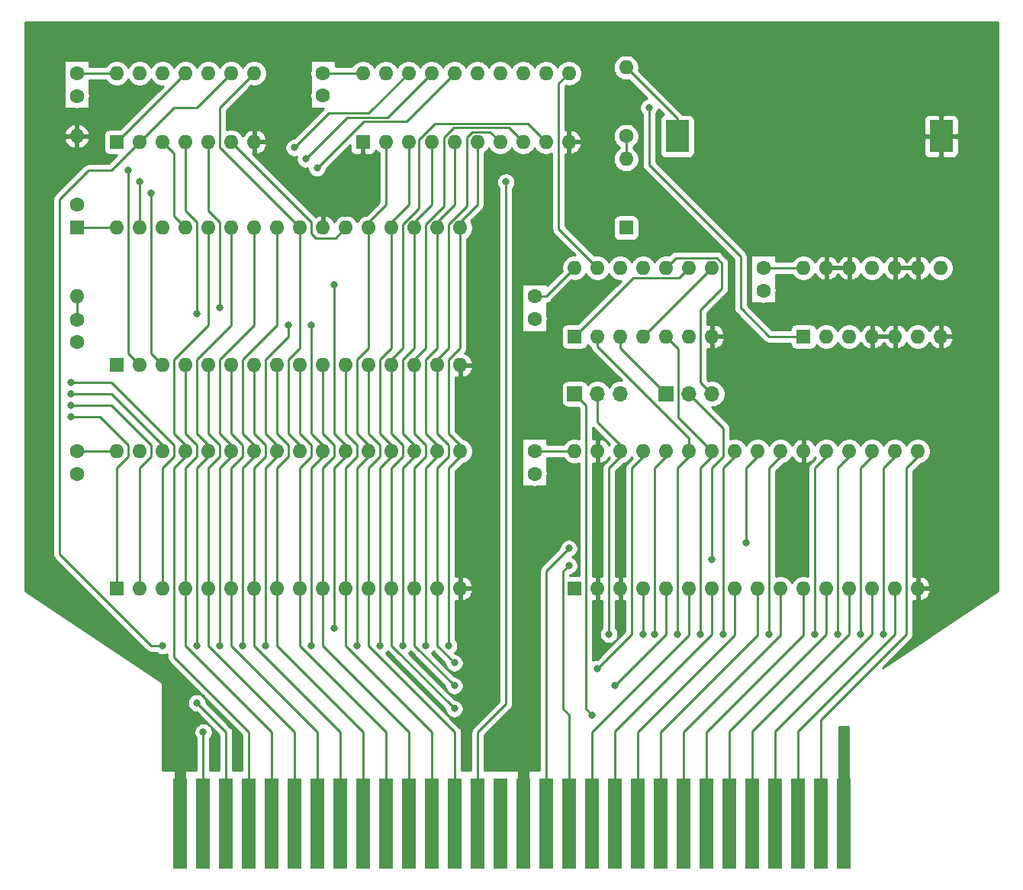
<source format=gtl>
G04 #@! TF.GenerationSoftware,KiCad,Pcbnew,5.1.6-c6e7f7d~87~ubuntu16.04.1*
G04 #@! TF.CreationDate,2020-09-13T22:56:36+08:00*
G04 #@! TF.ProjectId,famicart_rom,66616d69-6361-4727-945f-726f6d2e6b69,rev?*
G04 #@! TF.SameCoordinates,Original*
G04 #@! TF.FileFunction,Copper,L1,Top*
G04 #@! TF.FilePolarity,Positive*
%FSLAX46Y46*%
G04 Gerber Fmt 4.6, Leading zero omitted, Abs format (unit mm)*
G04 Created by KiCad (PCBNEW 5.1.6-c6e7f7d~87~ubuntu16.04.1) date 2020-09-13 22:56:36*
%MOMM*%
%LPD*%
G01*
G04 APERTURE LIST*
G04 #@! TA.AperFunction,ComponentPad*
%ADD10R,1.600000X1.600000*%
G04 #@! TD*
G04 #@! TA.AperFunction,ComponentPad*
%ADD11O,1.600000X1.600000*%
G04 #@! TD*
G04 #@! TA.AperFunction,ConnectorPad*
%ADD12R,1.540000X10.000000*%
G04 #@! TD*
G04 #@! TA.AperFunction,SMDPad,CuDef*
%ADD13R,2.600000X3.600000*%
G04 #@! TD*
G04 #@! TA.AperFunction,ComponentPad*
%ADD14C,1.600000*%
G04 #@! TD*
G04 #@! TA.AperFunction,ComponentPad*
%ADD15R,1.700000X1.700000*%
G04 #@! TD*
G04 #@! TA.AperFunction,ComponentPad*
%ADD16O,1.700000X1.700000*%
G04 #@! TD*
G04 #@! TA.AperFunction,ViaPad*
%ADD17C,0.800000*%
G04 #@! TD*
G04 #@! TA.AperFunction,Conductor*
%ADD18C,0.250000*%
G04 #@! TD*
G04 #@! TA.AperFunction,Conductor*
%ADD19C,0.254000*%
G04 #@! TD*
G04 APERTURE END LIST*
D10*
G04 #@! TO.P,U7,1*
G04 #@! TO.N,GND*
X130810000Y-58420000D03*
D11*
G04 #@! TO.P,U7,11*
G04 #@! TO.N,/MAP_LE*
X153670000Y-50800000D03*
G04 #@! TO.P,U7,2*
G04 #@! TO.N,/CPU_D7*
X133350000Y-58420000D03*
G04 #@! TO.P,U7,12*
G04 #@! TO.N,/MAP_D0*
X151130000Y-50800000D03*
G04 #@! TO.P,U7,3*
G04 #@! TO.N,/CPU_D6*
X135890000Y-58420000D03*
G04 #@! TO.P,U7,13*
G04 #@! TO.N,/MAP_D1*
X148590000Y-50800000D03*
G04 #@! TO.P,U7,4*
G04 #@! TO.N,/CPU_D5*
X138430000Y-58420000D03*
G04 #@! TO.P,U7,14*
G04 #@! TO.N,/MAP_D2*
X146050000Y-50800000D03*
G04 #@! TO.P,U7,5*
G04 #@! TO.N,/CPU_D4*
X140970000Y-58420000D03*
G04 #@! TO.P,U7,15*
G04 #@! TO.N,/MAP_D3*
X143510000Y-50800000D03*
G04 #@! TO.P,U7,6*
G04 #@! TO.N,/CPU_D3*
X143510000Y-58420000D03*
G04 #@! TO.P,U7,16*
G04 #@! TO.N,/MAP_D4*
X140970000Y-50800000D03*
G04 #@! TO.P,U7,7*
G04 #@! TO.N,/CPU_D2*
X146050000Y-58420000D03*
G04 #@! TO.P,U7,17*
G04 #@! TO.N,/MAP_D5*
X138430000Y-50800000D03*
G04 #@! TO.P,U7,8*
G04 #@! TO.N,/CPU_D1*
X148590000Y-58420000D03*
G04 #@! TO.P,U7,18*
G04 #@! TO.N,/MAP_D6*
X135890000Y-50800000D03*
G04 #@! TO.P,U7,9*
G04 #@! TO.N,/CPU_D0*
X151130000Y-58420000D03*
G04 #@! TO.P,U7,19*
G04 #@! TO.N,/MAP_D7*
X133350000Y-50800000D03*
G04 #@! TO.P,U7,10*
G04 #@! TO.N,GND*
X153670000Y-58420000D03*
G04 #@! TO.P,U7,20*
G04 #@! TO.N,VCC*
X130810000Y-50800000D03*
G04 #@! TD*
D10*
G04 #@! TO.P,U4,1*
G04 #@! TO.N,Net-(U4-Pad1)*
X103505000Y-83185000D03*
D11*
G04 #@! TO.P,U4,17*
G04 #@! TO.N,/CPU_D3*
X141605000Y-67945000D03*
G04 #@! TO.P,U4,2*
G04 #@! TO.N,/MAP_D6*
X106045000Y-83185000D03*
G04 #@! TO.P,U4,18*
G04 #@! TO.N,/CPU_D4*
X139065000Y-67945000D03*
G04 #@! TO.P,U4,3*
G04 #@! TO.N,/MAP_D4*
X108585000Y-83185000D03*
G04 #@! TO.P,U4,19*
G04 #@! TO.N,/CPU_D5*
X136525000Y-67945000D03*
G04 #@! TO.P,U4,4*
G04 #@! TO.N,/CPU_A8*
X111125000Y-83185000D03*
G04 #@! TO.P,U4,20*
G04 #@! TO.N,/CPU_D6*
X133985000Y-67945000D03*
G04 #@! TO.P,U4,5*
G04 #@! TO.N,/CPU_A7*
X113665000Y-83185000D03*
G04 #@! TO.P,U4,21*
G04 #@! TO.N,/CPU_D7*
X131445000Y-67945000D03*
G04 #@! TO.P,U4,6*
G04 #@! TO.N,/CPU_A6*
X116205000Y-83185000D03*
G04 #@! TO.P,U4,22*
G04 #@! TO.N,/WRK_nCE*
X128905000Y-67945000D03*
G04 #@! TO.P,U4,7*
G04 #@! TO.N,/CPU_A5*
X118745000Y-83185000D03*
G04 #@! TO.P,U4,23*
G04 #@! TO.N,GND*
X126365000Y-67945000D03*
G04 #@! TO.P,U4,8*
G04 #@! TO.N,/CPU_A4*
X121285000Y-83185000D03*
G04 #@! TO.P,U4,24*
G04 #@! TO.N,/PRG_nOE*
X123825000Y-67945000D03*
G04 #@! TO.P,U4,9*
G04 #@! TO.N,/CPU_A3*
X123825000Y-83185000D03*
G04 #@! TO.P,U4,25*
G04 #@! TO.N,/CPU_A12*
X121285000Y-67945000D03*
G04 #@! TO.P,U4,10*
G04 #@! TO.N,/CPU_A2*
X126365000Y-83185000D03*
G04 #@! TO.P,U4,26*
G04 #@! TO.N,/CPU_A11*
X118745000Y-67945000D03*
G04 #@! TO.P,U4,11*
G04 #@! TO.N,/CPU_A1*
X128905000Y-83185000D03*
G04 #@! TO.P,U4,27*
G04 #@! TO.N,/CPU_A10*
X116205000Y-67945000D03*
G04 #@! TO.P,U4,12*
G04 #@! TO.N,/CPU_A0*
X131445000Y-83185000D03*
G04 #@! TO.P,U4,28*
G04 #@! TO.N,/CPU_A9*
X113665000Y-67945000D03*
G04 #@! TO.P,U4,13*
G04 #@! TO.N,/CPU_D0*
X133985000Y-83185000D03*
G04 #@! TO.P,U4,29*
G04 #@! TO.N,/PRG_nWE*
X111125000Y-67945000D03*
G04 #@! TO.P,U4,14*
G04 #@! TO.N,/CPU_D1*
X136525000Y-83185000D03*
G04 #@! TO.P,U4,30*
G04 #@! TO.N,/nROMSEL*
X108585000Y-67945000D03*
G04 #@! TO.P,U4,15*
G04 #@! TO.N,/CPU_D2*
X139065000Y-83185000D03*
G04 #@! TO.P,U4,31*
G04 #@! TO.N,/MAP_D5*
X106045000Y-67945000D03*
G04 #@! TO.P,U4,16*
G04 #@! TO.N,GND*
X141605000Y-83185000D03*
G04 #@! TO.P,U4,32*
G04 #@! TO.N,/VBAT*
X103505000Y-67945000D03*
G04 #@! TD*
D10*
G04 #@! TO.P,U3,1*
G04 #@! TO.N,Net-(U3-Pad1)*
X154305000Y-107950000D03*
D11*
G04 #@! TO.P,U3,17*
G04 #@! TO.N,/PPU_D3*
X192405000Y-92710000D03*
G04 #@! TO.P,U3,2*
G04 #@! TO.N,GND*
X156845000Y-107950000D03*
G04 #@! TO.P,U3,18*
G04 #@! TO.N,/PPU_D4*
X189865000Y-92710000D03*
G04 #@! TO.P,U3,3*
G04 #@! TO.N,GND*
X159385000Y-107950000D03*
G04 #@! TO.P,U3,19*
G04 #@! TO.N,/PPU_D5*
X187325000Y-92710000D03*
G04 #@! TO.P,U3,4*
G04 #@! TO.N,/PPU_A8*
X161925000Y-107950000D03*
G04 #@! TO.P,U3,20*
G04 #@! TO.N,/PPU_D6*
X184785000Y-92710000D03*
G04 #@! TO.P,U3,5*
G04 #@! TO.N,/PPU_A7*
X164465000Y-107950000D03*
G04 #@! TO.P,U3,21*
G04 #@! TO.N,/PPU_D7*
X182245000Y-92710000D03*
G04 #@! TO.P,U3,6*
G04 #@! TO.N,/PPU_A6*
X167005000Y-107950000D03*
G04 #@! TO.P,U3,22*
G04 #@! TO.N,GND*
X179705000Y-92710000D03*
G04 #@! TO.P,U3,7*
G04 #@! TO.N,/PPU_A5*
X169545000Y-107950000D03*
G04 #@! TO.P,U3,23*
G04 #@! TO.N,/PPU_A13*
X177165000Y-92710000D03*
G04 #@! TO.P,U3,8*
G04 #@! TO.N,/PPU_A4*
X172085000Y-107950000D03*
G04 #@! TO.P,U3,24*
G04 #@! TO.N,/PPU_nRD*
X174625000Y-92710000D03*
G04 #@! TO.P,U3,9*
G04 #@! TO.N,/PPU_A3*
X174625000Y-107950000D03*
G04 #@! TO.P,U3,25*
G04 #@! TO.N,/PPU_A12*
X172085000Y-92710000D03*
G04 #@! TO.P,U3,10*
G04 #@! TO.N,/PPU_A2*
X177165000Y-107950000D03*
G04 #@! TO.P,U3,26*
G04 #@! TO.N,/PPU_A11*
X169545000Y-92710000D03*
G04 #@! TO.P,U3,11*
G04 #@! TO.N,/PPU_A1*
X179705000Y-107950000D03*
G04 #@! TO.P,U3,27*
G04 #@! TO.N,/PPU_A10*
X167005000Y-92710000D03*
G04 #@! TO.P,U3,12*
G04 #@! TO.N,/PPU_A0*
X182245000Y-107950000D03*
G04 #@! TO.P,U3,28*
G04 #@! TO.N,/PPU_A9*
X164465000Y-92710000D03*
G04 #@! TO.P,U3,13*
G04 #@! TO.N,/PPU_D0*
X184785000Y-107950000D03*
G04 #@! TO.P,U3,29*
G04 #@! TO.N,/PPU_nWR*
X161925000Y-92710000D03*
G04 #@! TO.P,U3,14*
G04 #@! TO.N,/PPU_D1*
X187325000Y-107950000D03*
G04 #@! TO.P,U3,30*
G04 #@! TO.N,/CIRAM_nCE*
X159385000Y-92710000D03*
G04 #@! TO.P,U3,15*
G04 #@! TO.N,/PPU_D2*
X189865000Y-107950000D03*
G04 #@! TO.P,U3,31*
G04 #@! TO.N,GND*
X156845000Y-92710000D03*
G04 #@! TO.P,U3,16*
X192405000Y-107950000D03*
G04 #@! TO.P,U3,32*
G04 #@! TO.N,VCC*
X154305000Y-92710000D03*
G04 #@! TD*
G04 #@! TO.P,U5,32*
G04 #@! TO.N,VCC*
X103505000Y-92710000D03*
G04 #@! TO.P,U5,16*
G04 #@! TO.N,GND*
X141605000Y-107950000D03*
G04 #@! TO.P,U5,31*
G04 #@! TO.N,VCC*
X106045000Y-92710000D03*
G04 #@! TO.P,U5,15*
G04 #@! TO.N,/CPU_D2*
X139065000Y-107950000D03*
G04 #@! TO.P,U5,30*
G04 #@! TO.N,/MAP_D2*
X108585000Y-92710000D03*
G04 #@! TO.P,U5,14*
G04 #@! TO.N,/CPU_D1*
X136525000Y-107950000D03*
G04 #@! TO.P,U5,29*
G04 #@! TO.N,/CPU_A9*
X111125000Y-92710000D03*
G04 #@! TO.P,U5,13*
G04 #@! TO.N,/CPU_D0*
X133985000Y-107950000D03*
G04 #@! TO.P,U5,28*
G04 #@! TO.N,/CPU_A10*
X113665000Y-92710000D03*
G04 #@! TO.P,U5,12*
G04 #@! TO.N,/CPU_A0*
X131445000Y-107950000D03*
G04 #@! TO.P,U5,27*
G04 #@! TO.N,/CPU_A11*
X116205000Y-92710000D03*
G04 #@! TO.P,U5,11*
G04 #@! TO.N,/CPU_A1*
X128905000Y-107950000D03*
G04 #@! TO.P,U5,26*
G04 #@! TO.N,/CPU_A12*
X118745000Y-92710000D03*
G04 #@! TO.P,U5,10*
G04 #@! TO.N,/CPU_A2*
X126365000Y-107950000D03*
G04 #@! TO.P,U5,25*
G04 #@! TO.N,/CPU_A13*
X121285000Y-92710000D03*
G04 #@! TO.P,U5,9*
G04 #@! TO.N,/CPU_A3*
X123825000Y-107950000D03*
G04 #@! TO.P,U5,24*
G04 #@! TO.N,/PRG_nOE*
X123825000Y-92710000D03*
G04 #@! TO.P,U5,8*
G04 #@! TO.N,/CPU_A4*
X121285000Y-107950000D03*
G04 #@! TO.P,U5,23*
G04 #@! TO.N,/CPU_A14*
X126365000Y-92710000D03*
G04 #@! TO.P,U5,7*
G04 #@! TO.N,/CPU_A5*
X118745000Y-107950000D03*
G04 #@! TO.P,U5,22*
G04 #@! TO.N,/nROMSEL*
X128905000Y-92710000D03*
G04 #@! TO.P,U5,6*
G04 #@! TO.N,/CPU_A6*
X116205000Y-107950000D03*
G04 #@! TO.P,U5,21*
G04 #@! TO.N,/CPU_D7*
X131445000Y-92710000D03*
G04 #@! TO.P,U5,5*
G04 #@! TO.N,/CPU_A7*
X113665000Y-107950000D03*
G04 #@! TO.P,U5,20*
G04 #@! TO.N,/CPU_D6*
X133985000Y-92710000D03*
G04 #@! TO.P,U5,4*
G04 #@! TO.N,/CPU_A8*
X111125000Y-107950000D03*
G04 #@! TO.P,U5,19*
G04 #@! TO.N,/CPU_D5*
X136525000Y-92710000D03*
G04 #@! TO.P,U5,3*
G04 #@! TO.N,/MAP_D3*
X108585000Y-107950000D03*
G04 #@! TO.P,U5,18*
G04 #@! TO.N,/CPU_D4*
X139065000Y-92710000D03*
G04 #@! TO.P,U5,2*
G04 #@! TO.N,/MAP_D1*
X106045000Y-107950000D03*
G04 #@! TO.P,U5,17*
G04 #@! TO.N,/CPU_D3*
X141605000Y-92710000D03*
D10*
G04 #@! TO.P,U5,1*
G04 #@! TO.N,/MAP_D0*
X103505000Y-107950000D03*
G04 #@! TD*
D12*
G04 #@! TO.P,J1,1*
G04 #@! TO.N,GND*
X110550001Y-134045001D03*
G04 #@! TO.P,J1,2*
G04 #@! TO.N,/CPU_A11*
X113090001Y-134045001D03*
G04 #@! TO.P,J1,3*
G04 #@! TO.N,/CPU_A10*
X115630001Y-134045001D03*
G04 #@! TO.P,J1,4*
G04 #@! TO.N,/CPU_A9*
X118170001Y-134045001D03*
G04 #@! TO.P,J1,5*
G04 #@! TO.N,/CPU_A8*
X120710001Y-134045001D03*
G04 #@! TO.P,J1,6*
G04 #@! TO.N,/CPU_A7*
X123250001Y-134045001D03*
G04 #@! TO.P,J1,7*
G04 #@! TO.N,/CPU_A6*
X125790001Y-134045001D03*
G04 #@! TO.P,J1,8*
G04 #@! TO.N,/CPU_A5*
X128330001Y-134045001D03*
G04 #@! TO.P,J1,9*
G04 #@! TO.N,/CPU_A4*
X130870001Y-134045001D03*
G04 #@! TO.P,J1,10*
G04 #@! TO.N,/CPU_A3*
X133410001Y-134045001D03*
G04 #@! TO.P,J1,11*
G04 #@! TO.N,/CPU_A2*
X135950001Y-134045001D03*
G04 #@! TO.P,J1,12*
G04 #@! TO.N,/CPU_A1*
X138490001Y-134045001D03*
G04 #@! TO.P,J1,13*
G04 #@! TO.N,/CPU_A0*
X141030001Y-134045001D03*
G04 #@! TO.P,J1,14*
G04 #@! TO.N,/CPU_RnW*
X143570001Y-134045001D03*
G04 #@! TO.P,J1,15*
G04 #@! TO.N,/nIRQ*
X146110001Y-134045001D03*
G04 #@! TO.P,J1,16*
G04 #@! TO.N,GND*
X148650001Y-134045001D03*
G04 #@! TO.P,J1,17*
G04 #@! TO.N,/PPU_nRD*
X151190001Y-134045001D03*
G04 #@! TO.P,J1,18*
G04 #@! TO.N,/CIRAM_A10*
X153730001Y-134045001D03*
G04 #@! TO.P,J1,19*
G04 #@! TO.N,/PPU_A6*
X156270001Y-134045001D03*
G04 #@! TO.P,J1,20*
G04 #@! TO.N,/PPU_A5*
X158810001Y-134045001D03*
G04 #@! TO.P,J1,21*
G04 #@! TO.N,/PPU_A4*
X161350001Y-134045001D03*
G04 #@! TO.P,J1,22*
G04 #@! TO.N,/PPU_A3*
X163890001Y-134045001D03*
G04 #@! TO.P,J1,23*
G04 #@! TO.N,/PPU_A2*
X166430001Y-134045001D03*
G04 #@! TO.P,J1,24*
G04 #@! TO.N,/PPU_A1*
X168970001Y-134045001D03*
G04 #@! TO.P,J1,25*
G04 #@! TO.N,/PPU_A0*
X171510001Y-134045001D03*
G04 #@! TO.P,J1,26*
G04 #@! TO.N,/PPU_D0*
X174050001Y-134045001D03*
G04 #@! TO.P,J1,27*
G04 #@! TO.N,/PPU_D1*
X176590001Y-134045001D03*
G04 #@! TO.P,J1,28*
G04 #@! TO.N,/PPU_D2*
X179130001Y-134045001D03*
G04 #@! TO.P,J1,29*
G04 #@! TO.N,/PPU_D3*
X181670001Y-134045001D03*
G04 #@! TO.P,J1,30*
G04 #@! TO.N,VCC*
X184210001Y-134045001D03*
G04 #@! TD*
D10*
G04 #@! TO.P,U1,1*
G04 #@! TO.N,Net-(U1-Pad1)*
X103505000Y-58420000D03*
D11*
G04 #@! TO.P,U1,8*
G04 #@! TO.N,/PRG_nOE*
X118745000Y-50800000D03*
G04 #@! TO.P,U1,2*
G04 #@! TO.N,/M2*
X106045000Y-58420000D03*
G04 #@! TO.P,U1,9*
X116205000Y-50800000D03*
G04 #@! TO.P,U1,3*
G04 #@! TO.N,/PRG_nWE*
X108585000Y-58420000D03*
G04 #@! TO.P,U1,10*
G04 #@! TO.N,/CPU_RnW*
X113665000Y-50800000D03*
G04 #@! TO.P,U1,4*
G04 #@! TO.N,/CPU_A13*
X111125000Y-58420000D03*
G04 #@! TO.P,U1,11*
G04 #@! TO.N,Net-(U1-Pad1)*
X111125000Y-50800000D03*
G04 #@! TO.P,U1,5*
G04 #@! TO.N,/CPU_A14*
X113665000Y-58420000D03*
G04 #@! TO.P,U1,12*
G04 #@! TO.N,/CPU_RnW*
X108585000Y-50800000D03*
G04 #@! TO.P,U1,6*
G04 #@! TO.N,/WRK_nCE*
X116205000Y-58420000D03*
G04 #@! TO.P,U1,13*
G04 #@! TO.N,/CPU_RnW*
X106045000Y-50800000D03*
G04 #@! TO.P,U1,7*
G04 #@! TO.N,GND*
X118745000Y-58420000D03*
G04 #@! TO.P,U1,14*
G04 #@! TO.N,VCC*
X103505000Y-50800000D03*
G04 #@! TD*
G04 #@! TO.P,U2,14*
G04 #@! TO.N,VCC*
X179705000Y-72390000D03*
G04 #@! TO.P,U2,7*
G04 #@! TO.N,GND*
X194945000Y-80010000D03*
G04 #@! TO.P,U2,13*
X182245000Y-72390000D03*
G04 #@! TO.P,U2,6*
G04 #@! TO.N,Net-(U2-Pad6)*
X192405000Y-80010000D03*
G04 #@! TO.P,U2,12*
G04 #@! TO.N,GND*
X184785000Y-72390000D03*
G04 #@! TO.P,U2,5*
X189865000Y-80010000D03*
G04 #@! TO.P,U2,11*
G04 #@! TO.N,Net-(U2-Pad11)*
X187325000Y-72390000D03*
G04 #@! TO.P,U2,4*
G04 #@! TO.N,GND*
X187325000Y-80010000D03*
G04 #@! TO.P,U2,10*
X189865000Y-72390000D03*
G04 #@! TO.P,U2,3*
G04 #@! TO.N,/MAP_nD7*
X184785000Y-80010000D03*
G04 #@! TO.P,U2,9*
G04 #@! TO.N,GND*
X192405000Y-72390000D03*
G04 #@! TO.P,U2,2*
G04 #@! TO.N,/MAP_D7*
X182245000Y-80010000D03*
G04 #@! TO.P,U2,8*
G04 #@! TO.N,Net-(U2-Pad8)*
X194945000Y-72390000D03*
D10*
G04 #@! TO.P,U2,1*
G04 #@! TO.N,/MAP_D7*
X179705000Y-80010000D03*
G04 #@! TD*
G04 #@! TO.P,U6,1*
G04 #@! TO.N,/A10_SEL*
X154305000Y-80010000D03*
D11*
G04 #@! TO.P,U6,8*
G04 #@! TO.N,/A11_SEL*
X169545000Y-72390000D03*
G04 #@! TO.P,U6,2*
G04 #@! TO.N,/PPU_A10*
X156845000Y-80010000D03*
G04 #@! TO.P,U6,9*
G04 #@! TO.N,/A10_SEL*
X167005000Y-72390000D03*
G04 #@! TO.P,U6,3*
G04 #@! TO.N,/MAP_D7*
X159385000Y-80010000D03*
G04 #@! TO.P,U6,10*
G04 #@! TO.N,/MAP_MIR*
X164465000Y-72390000D03*
G04 #@! TO.P,U6,4*
G04 #@! TO.N,/A11_SEL*
X161925000Y-80010000D03*
G04 #@! TO.P,U6,11*
G04 #@! TO.N,/nROMSEL*
X161925000Y-72390000D03*
G04 #@! TO.P,U6,5*
G04 #@! TO.N,/PPU_A11*
X164465000Y-80010000D03*
G04 #@! TO.P,U6,12*
G04 #@! TO.N,/PRG_nWE*
X159385000Y-72390000D03*
G04 #@! TO.P,U6,6*
G04 #@! TO.N,/MAP_nD7*
X167005000Y-80010000D03*
G04 #@! TO.P,U6,13*
G04 #@! TO.N,/MAP_LE*
X156845000Y-72390000D03*
G04 #@! TO.P,U6,7*
G04 #@! TO.N,GND*
X169545000Y-80010000D03*
G04 #@! TO.P,U6,14*
G04 #@! TO.N,VCC*
X154305000Y-72390000D03*
G04 #@! TD*
D13*
G04 #@! TO.P,BT1,2*
G04 #@! TO.N,GND*
X194990000Y-57785000D03*
G04 #@! TO.P,BT1,1*
G04 #@! TO.N,Net-(BT1-Pad1)*
X165690000Y-57785000D03*
G04 #@! TD*
D11*
G04 #@! TO.P,D1,2*
G04 #@! TO.N,VCC*
X99060000Y-75565000D03*
D10*
G04 #@! TO.P,D1,1*
G04 #@! TO.N,/VBAT*
X99060000Y-67945000D03*
G04 #@! TD*
G04 #@! TO.P,D2,1*
G04 #@! TO.N,/VBAT*
X160020000Y-67945000D03*
D11*
G04 #@! TO.P,D2,2*
G04 #@! TO.N,Net-(D2-Pad2)*
X160020000Y-60325000D03*
G04 #@! TD*
D14*
G04 #@! TO.P,R1,1*
G04 #@! TO.N,/nROMSEL*
X99060000Y-65405000D03*
D11*
G04 #@! TO.P,R1,2*
G04 #@! TO.N,GND*
X99060000Y-57785000D03*
G04 #@! TD*
G04 #@! TO.P,R2,2*
G04 #@! TO.N,Net-(BT1-Pad1)*
X160020000Y-50165000D03*
D14*
G04 #@! TO.P,R2,1*
G04 #@! TO.N,Net-(D2-Pad2)*
X160020000Y-57785000D03*
G04 #@! TD*
G04 #@! TO.P,C1,1*
G04 #@! TO.N,VCC*
X149860000Y-75565000D03*
G04 #@! TO.P,C1,2*
G04 #@! TO.N,GND*
X149860000Y-78065000D03*
G04 #@! TD*
G04 #@! TO.P,C2,2*
G04 #@! TO.N,VCC*
X175260000Y-72430000D03*
G04 #@! TO.P,C2,1*
G04 #@! TO.N,GND*
X175260000Y-74930000D03*
G04 #@! TD*
G04 #@! TO.P,C3,2*
G04 #@! TO.N,VCC*
X99060000Y-78145000D03*
G04 #@! TO.P,C3,1*
G04 #@! TO.N,GND*
X99060000Y-80645000D03*
G04 #@! TD*
G04 #@! TO.P,C4,1*
G04 #@! TO.N,GND*
X126365000Y-53300000D03*
G04 #@! TO.P,C4,2*
G04 #@! TO.N,VCC*
X126365000Y-50800000D03*
G04 #@! TD*
G04 #@! TO.P,C5,2*
G04 #@! TO.N,VCC*
X149860000Y-92750000D03*
G04 #@! TO.P,C5,1*
G04 #@! TO.N,GND*
X149860000Y-95250000D03*
G04 #@! TD*
G04 #@! TO.P,C6,1*
G04 #@! TO.N,GND*
X99060000Y-53340000D03*
G04 #@! TO.P,C6,2*
G04 #@! TO.N,VCC*
X99060000Y-50840000D03*
G04 #@! TD*
G04 #@! TO.P,C7,1*
G04 #@! TO.N,GND*
X99060000Y-95250000D03*
G04 #@! TO.P,C7,2*
G04 #@! TO.N,VCC*
X99060000Y-92750000D03*
G04 #@! TD*
D15*
G04 #@! TO.P,J2,1*
G04 #@! TO.N,/PPU_nA13*
X154305000Y-86360000D03*
D16*
G04 #@! TO.P,J2,2*
G04 #@! TO.N,/CIRAM_nCE*
X156845000Y-86360000D03*
G04 #@! TO.P,J2,3*
G04 #@! TO.N,VCC*
X159385000Y-86360000D03*
G04 #@! TD*
G04 #@! TO.P,J3,3*
G04 #@! TO.N,/MAP_MIR*
X169545000Y-86360000D03*
G04 #@! TO.P,J3,2*
G04 #@! TO.N,/CIRAM_A10*
X167005000Y-86360000D03*
D15*
G04 #@! TO.P,J3,1*
G04 #@! TO.N,/MAP_D7*
X164465000Y-86360000D03*
G04 #@! TD*
D17*
G04 #@! TO.N,/CPU_A11*
X114935000Y-114300000D03*
X113090001Y-123885001D03*
G04 #@! TO.N,/CPU_A10*
X112395000Y-114300000D03*
X112395000Y-120650000D03*
G04 #@! TO.N,/CPU_RnW*
X146685000Y-62865000D03*
G04 #@! TO.N,/PPU_nRD*
X153670000Y-103505000D03*
X173355000Y-102870000D03*
G04 #@! TO.N,/CIRAM_A10*
X153670000Y-105410000D03*
X169545000Y-104775000D03*
G04 #@! TO.N,VCC*
X184210001Y-123885001D03*
G04 #@! TO.N,/M2*
X108585000Y-114300000D03*
G04 #@! TO.N,/CPU_A12*
X117475000Y-114300000D03*
G04 #@! TO.N,/CPU_A13*
X120015000Y-114300000D03*
X112395000Y-77470000D03*
X122555000Y-78740000D03*
G04 #@! TO.N,/CPU_A14*
X125095000Y-114300000D03*
X114935000Y-76835000D03*
X125095000Y-78740000D03*
G04 #@! TO.N,/CPU_D7*
X130175000Y-114300000D03*
G04 #@! TO.N,/CPU_D6*
X132715000Y-114300000D03*
G04 #@! TO.N,/CPU_D5*
X135255000Y-114300000D03*
G04 #@! TO.N,/CPU_D4*
X137795000Y-114300000D03*
G04 #@! TO.N,/CPU_D3*
X140335000Y-114300000D03*
G04 #@! TO.N,/CPU_D2*
X140970000Y-116205000D03*
G04 #@! TO.N,/CPU_D1*
X140970000Y-118745000D03*
G04 #@! TO.N,/CPU_D0*
X140970000Y-121285000D03*
G04 #@! TO.N,/nROMSEL*
X127635000Y-112395000D03*
X127635000Y-74295000D03*
G04 #@! TO.N,/PPU_nWR*
X156845000Y-116840000D03*
G04 #@! TO.N,/CIRAM_nCE*
X158115000Y-113030000D03*
G04 #@! TO.N,/PPU_A7*
X158750000Y-118745000D03*
G04 #@! TO.N,/PPU_A8*
X161925000Y-113030000D03*
G04 #@! TO.N,/PPU_A9*
X163195000Y-113030000D03*
G04 #@! TO.N,/PPU_A10*
X165735000Y-113030000D03*
G04 #@! TO.N,/PPU_A11*
X168275000Y-113030000D03*
G04 #@! TO.N,/PPU_A12*
X170815000Y-113030000D03*
G04 #@! TO.N,/PPU_A13*
X175895000Y-113030000D03*
G04 #@! TO.N,/PPU_D7*
X180975000Y-113030000D03*
G04 #@! TO.N,/PPU_D6*
X183515000Y-113030000D03*
G04 #@! TO.N,/PPU_D5*
X186055000Y-113030000D03*
G04 #@! TO.N,/PPU_D4*
X188595000Y-113030000D03*
G04 #@! TO.N,/MAP_D7*
X162560000Y-54610000D03*
G04 #@! TO.N,/MAP_D0*
X98425000Y-88900000D03*
G04 #@! TO.N,/MAP_D1*
X98425000Y-87630000D03*
G04 #@! TO.N,/MAP_D2*
X98425000Y-86360000D03*
G04 #@! TO.N,/MAP_D3*
X98425000Y-85090000D03*
G04 #@! TO.N,/MAP_D4*
X107315000Y-64135000D03*
X125730000Y-61314998D03*
G04 #@! TO.N,/MAP_D5*
X106045000Y-62865000D03*
X124460000Y-60325000D03*
G04 #@! TO.N,/MAP_D6*
X104775000Y-61595000D03*
X123190000Y-59055000D03*
G04 #@! TO.N,/PPU_nA13*
X156270001Y-121980001D03*
G04 #@! TD*
D18*
G04 #@! TO.N,GND*
X156845000Y-107950000D02*
X156845000Y-92710000D01*
X148650001Y-134045001D02*
X148650001Y-126425001D01*
X110550001Y-134045001D02*
X110550001Y-126425001D01*
G04 #@! TO.N,/CPU_A11*
X116205000Y-92710000D02*
X116205000Y-92075000D01*
X116205000Y-92075000D02*
X114935000Y-90805000D01*
X114935000Y-90805000D02*
X114935000Y-82550000D01*
X114935000Y-82550000D02*
X118745000Y-78740000D01*
X118745000Y-78740000D02*
X118745000Y-67945000D01*
X113090001Y-134045001D02*
X113090001Y-123885001D01*
X114935000Y-114300000D02*
X114935000Y-94615000D01*
X116205000Y-93345000D02*
X116205000Y-92710000D01*
X114935000Y-94615000D02*
X116205000Y-93345000D01*
G04 #@! TO.N,/CPU_A10*
X113665000Y-92710000D02*
X113665000Y-92075000D01*
X113665000Y-92075000D02*
X112395000Y-90805000D01*
X112395000Y-90805000D02*
X112395000Y-82550000D01*
X112395000Y-82550000D02*
X116205000Y-78740000D01*
X116205000Y-78740000D02*
X116205000Y-67945000D01*
X115630001Y-134045001D02*
X115630001Y-123885001D01*
X115630001Y-123885001D02*
X112395000Y-120650000D01*
X112395000Y-114300000D02*
X112395000Y-94615000D01*
X113665000Y-93345000D02*
X113665000Y-92710000D01*
X112395000Y-94615000D02*
X113665000Y-93345000D01*
G04 #@! TO.N,/CPU_A9*
X111125000Y-92710000D02*
X111125000Y-92075000D01*
X111125000Y-92075000D02*
X109855000Y-90805000D01*
X109855000Y-90805000D02*
X109855000Y-82550000D01*
X109855000Y-82550000D02*
X113665000Y-78740000D01*
X113665000Y-78740000D02*
X113665000Y-67945000D01*
X111125000Y-93345000D02*
X111125000Y-92710000D01*
X118170001Y-134045001D02*
X118170001Y-123885001D01*
X118170001Y-123885001D02*
X109855000Y-115570000D01*
X109855000Y-115570000D02*
X109855000Y-94615000D01*
X109855000Y-94615000D02*
X111125000Y-93345000D01*
G04 #@! TO.N,/CPU_A8*
X120710001Y-134045001D02*
X120710001Y-123885001D01*
X120710001Y-123885001D02*
X111125000Y-114300000D01*
X111125000Y-114300000D02*
X111125000Y-107950000D01*
X111125000Y-107950000D02*
X111125000Y-94615000D01*
X111125000Y-94615000D02*
X112395000Y-93345000D01*
X112395000Y-93345000D02*
X112395000Y-92075000D01*
X112395000Y-92075000D02*
X111125000Y-90805000D01*
X111125000Y-90805000D02*
X111125000Y-83185000D01*
G04 #@! TO.N,/CPU_A7*
X123250001Y-134045001D02*
X123250001Y-123885001D01*
X113665000Y-114300000D02*
X113665000Y-107950000D01*
X123250001Y-123885001D02*
X113665000Y-114300000D01*
X113665000Y-107950000D02*
X113665000Y-94615000D01*
X113665000Y-94615000D02*
X114935000Y-93345000D01*
X114935000Y-93345000D02*
X114935000Y-92075000D01*
X114935000Y-92075000D02*
X113665000Y-90805000D01*
X113665000Y-90805000D02*
X113665000Y-83185000D01*
G04 #@! TO.N,/CPU_A6*
X125790001Y-134045001D02*
X125790001Y-123885001D01*
X116205000Y-114300000D02*
X116205000Y-107950000D01*
X125790001Y-123885001D02*
X116205000Y-114300000D01*
X116205000Y-107950000D02*
X116205000Y-94615000D01*
X116205000Y-94615000D02*
X117475000Y-93345000D01*
X117475000Y-93345000D02*
X117475000Y-92075000D01*
X117475000Y-92075000D02*
X116205000Y-90805000D01*
X116205000Y-90805000D02*
X116205000Y-83185000D01*
G04 #@! TO.N,/CPU_A5*
X128330001Y-134045001D02*
X128330001Y-123885001D01*
X118745000Y-114300000D02*
X118745000Y-107950000D01*
X128330001Y-123885001D02*
X118745000Y-114300000D01*
X118745000Y-107950000D02*
X118745000Y-94615000D01*
X118745000Y-94615000D02*
X120015000Y-93345000D01*
X120015000Y-93345000D02*
X120015000Y-92075000D01*
X120015000Y-92075000D02*
X118745000Y-90805000D01*
X118745000Y-90805000D02*
X118745000Y-83185000D01*
G04 #@! TO.N,/CPU_A4*
X130870001Y-134045001D02*
X130870001Y-123885001D01*
X121285000Y-114300000D02*
X121285000Y-107950000D01*
X130870001Y-123885001D02*
X121285000Y-114300000D01*
X121285000Y-107950000D02*
X121285000Y-94615000D01*
X121285000Y-94615000D02*
X122555000Y-93345000D01*
X122555000Y-93345000D02*
X122555000Y-92075000D01*
X122555000Y-92075000D02*
X121285000Y-90805000D01*
X121285000Y-90805000D02*
X121285000Y-83185000D01*
G04 #@! TO.N,/CPU_A3*
X133410001Y-134045001D02*
X133410001Y-123885001D01*
X123825000Y-114300000D02*
X123825000Y-107950000D01*
X133410001Y-123885001D02*
X123825000Y-114300000D01*
X123825000Y-107950000D02*
X123825000Y-94615000D01*
X123825000Y-94615000D02*
X125095000Y-93345000D01*
X125095000Y-93345000D02*
X125095000Y-92075000D01*
X125095000Y-92075000D02*
X123825000Y-90805000D01*
X123825000Y-90805000D02*
X123825000Y-83185000D01*
G04 #@! TO.N,/CPU_A2*
X135950001Y-134045001D02*
X135950001Y-123885001D01*
X126365000Y-114300000D02*
X126365000Y-107950000D01*
X135950001Y-123885001D02*
X126365000Y-114300000D01*
X126365000Y-107950000D02*
X126365000Y-94615000D01*
X126365000Y-94615000D02*
X127635000Y-93345000D01*
X127635000Y-93345000D02*
X127635000Y-92075000D01*
X127635000Y-92075000D02*
X126365000Y-90805000D01*
X126365000Y-90805000D02*
X126365000Y-83185000D01*
G04 #@! TO.N,/CPU_A1*
X138490001Y-134045001D02*
X138490001Y-123885001D01*
X128905000Y-114300000D02*
X128905000Y-107950000D01*
X138490001Y-123885001D02*
X128905000Y-114300000D01*
X128905000Y-107950000D02*
X128905000Y-94615000D01*
X128905000Y-94615000D02*
X130175000Y-93345000D01*
X130175000Y-93345000D02*
X130175000Y-92075000D01*
X130175000Y-92075000D02*
X128905000Y-90805000D01*
X128905000Y-90805000D02*
X128905000Y-83185000D01*
G04 #@! TO.N,/CPU_A0*
X141030001Y-134045001D02*
X141030001Y-123885001D01*
X131445000Y-114300000D02*
X131445000Y-107950000D01*
X141030001Y-123885001D02*
X131445000Y-114300000D01*
X131445000Y-107950000D02*
X131445000Y-94615000D01*
X131445000Y-94615000D02*
X132715000Y-93345000D01*
X132715000Y-93345000D02*
X132715000Y-92075000D01*
X132715000Y-92075000D02*
X131445000Y-90805000D01*
X131445000Y-90805000D02*
X131445000Y-83185000D01*
G04 #@! TO.N,/CPU_RnW*
X143570001Y-134045001D02*
X143570001Y-123885001D01*
X146685000Y-120770002D02*
X146685000Y-62865000D01*
X143570001Y-123885001D02*
X146685000Y-120770002D01*
G04 #@! TO.N,/PPU_nRD*
X174625000Y-93345000D02*
X174625000Y-92710000D01*
X173355000Y-94615000D02*
X174625000Y-93345000D01*
X151190001Y-134045001D02*
X151190001Y-105984999D01*
X151190001Y-105984999D02*
X153670000Y-103505000D01*
X173355000Y-102870000D02*
X173355000Y-94615000D01*
G04 #@! TO.N,/CIRAM_A10*
X153730001Y-134045001D02*
X153730001Y-121980001D01*
X153730001Y-121980001D02*
X153035000Y-121285000D01*
X169545000Y-94615000D02*
X170815000Y-93345000D01*
X170815000Y-93345000D02*
X170815000Y-90170000D01*
X170815000Y-90170000D02*
X167005000Y-86360000D01*
X153035000Y-121285000D02*
X153035000Y-106045000D01*
X153035000Y-106045000D02*
X153670000Y-105410000D01*
X169545000Y-104775000D02*
X169545000Y-94615000D01*
G04 #@! TO.N,/PPU_A6*
X156270001Y-134045001D02*
X156270001Y-123885001D01*
X156270001Y-123885001D02*
X167005000Y-113150002D01*
X167005000Y-113150002D02*
X167005000Y-107950000D01*
G04 #@! TO.N,/PPU_A5*
X158810001Y-123764999D02*
X169545000Y-113030000D01*
X169545000Y-113030000D02*
X169545000Y-107950000D01*
X158810001Y-134045001D02*
X158810001Y-123764999D01*
G04 #@! TO.N,/PPU_A4*
X161350001Y-134045001D02*
X161350001Y-123885001D01*
X161350001Y-123885001D02*
X172085000Y-113150002D01*
X172085000Y-113150002D02*
X172085000Y-107950000D01*
G04 #@! TO.N,/PPU_A3*
X163890001Y-134045001D02*
X163890001Y-123885001D01*
X163890001Y-123885001D02*
X174625000Y-113150002D01*
X174625000Y-113150002D02*
X174625000Y-107950000D01*
G04 #@! TO.N,/PPU_A2*
X166430001Y-134045001D02*
X166430001Y-123885001D01*
X166430001Y-123885001D02*
X177165000Y-113150002D01*
X177165000Y-113150002D02*
X177165000Y-107950000D01*
G04 #@! TO.N,/PPU_A1*
X168970001Y-134045001D02*
X168970001Y-123885001D01*
X168970001Y-123885001D02*
X179705000Y-113150002D01*
X179705000Y-113150002D02*
X179705000Y-107950000D01*
G04 #@! TO.N,/PPU_A0*
X182245000Y-113030000D02*
X182245000Y-107950000D01*
X171510001Y-123764999D02*
X182245000Y-113030000D01*
X171510001Y-134045001D02*
X171510001Y-123764999D01*
G04 #@! TO.N,/PPU_D0*
X184785000Y-113030000D02*
X184785000Y-107950000D01*
X174050001Y-123764999D02*
X184785000Y-113030000D01*
X174050001Y-134045001D02*
X174050001Y-123764999D01*
G04 #@! TO.N,/PPU_D1*
X187325000Y-113030000D02*
X187325000Y-107950000D01*
X176590001Y-123764999D02*
X187325000Y-113030000D01*
X176590001Y-134045001D02*
X176590001Y-123764999D01*
G04 #@! TO.N,/PPU_D2*
X189865000Y-113030000D02*
X189865000Y-107950000D01*
X179130001Y-123764999D02*
X189865000Y-113030000D01*
X179130001Y-134045001D02*
X179130001Y-123764999D01*
G04 #@! TO.N,/PPU_D3*
X181670001Y-134045001D02*
X181670001Y-122494999D01*
X181670001Y-122494999D02*
X191135000Y-113030000D01*
X191135000Y-113030000D02*
X191135000Y-94615000D01*
X191135000Y-94615000D02*
X192405000Y-93345000D01*
X192405000Y-93345000D02*
X192405000Y-92710000D01*
G04 #@! TO.N,VCC*
X103465000Y-92750000D02*
X103505000Y-92710000D01*
X99060000Y-92750000D02*
X103465000Y-92750000D01*
X99060000Y-78145000D02*
X99060000Y-75565000D01*
X103465000Y-50840000D02*
X103505000Y-50800000D01*
X99060000Y-50840000D02*
X103465000Y-50840000D01*
X126365000Y-50800000D02*
X130810000Y-50800000D01*
X179665000Y-72430000D02*
X179705000Y-72390000D01*
X175260000Y-72430000D02*
X179665000Y-72430000D01*
X154265000Y-92750000D02*
X154305000Y-92710000D01*
X149860000Y-92750000D02*
X154265000Y-92750000D01*
X184210001Y-134045001D02*
X184210001Y-123885001D01*
X151130000Y-75565000D02*
X154305000Y-72390000D01*
X149860000Y-75565000D02*
X151130000Y-75565000D01*
G04 #@! TO.N,/M2*
X112395000Y-54610000D02*
X116205000Y-50800000D01*
X109855000Y-54610000D02*
X112395000Y-54610000D01*
X106045000Y-58420000D02*
X109855000Y-54610000D01*
X102870000Y-61595000D02*
X106045000Y-58420000D01*
X100330000Y-61595000D02*
X102870000Y-61595000D01*
X108585000Y-114300000D02*
X107315000Y-114300000D01*
X97155000Y-64770000D02*
X100330000Y-61595000D01*
X107315000Y-114300000D02*
X97155000Y-104140000D01*
X97155000Y-104140000D02*
X97155000Y-64770000D01*
G04 #@! TO.N,/CPU_A12*
X118745000Y-92710000D02*
X118745000Y-92075000D01*
X118745000Y-92075000D02*
X117475000Y-90805000D01*
X117475000Y-90805000D02*
X117475000Y-82550000D01*
X117475000Y-82550000D02*
X121285000Y-78740000D01*
X121285000Y-78740000D02*
X121285000Y-67945000D01*
X117475000Y-114300000D02*
X117475000Y-94615000D01*
X118745000Y-93345000D02*
X118745000Y-92710000D01*
X117475000Y-94615000D02*
X118745000Y-93345000D01*
G04 #@! TO.N,/CPU_A13*
X120015000Y-114300000D02*
X120015000Y-94615000D01*
X121285000Y-93345000D02*
X121285000Y-92710000D01*
X120015000Y-94615000D02*
X121285000Y-93345000D01*
X121285000Y-92710000D02*
X121285000Y-92075000D01*
X121285000Y-92075000D02*
X120015000Y-90805000D01*
X120015000Y-90805000D02*
X120015000Y-82550000D01*
X120015000Y-82550000D02*
X122555000Y-80010000D01*
X112395000Y-77470000D02*
X112395000Y-67310000D01*
X112395000Y-67310000D02*
X111125000Y-66040000D01*
X111125000Y-66040000D02*
X111125000Y-58420000D01*
X122555000Y-80010000D02*
X122555000Y-78740000D01*
G04 #@! TO.N,/CPU_A14*
X125095000Y-114300000D02*
X125095000Y-94615000D01*
X126365000Y-93345000D02*
X126365000Y-92710000D01*
X125095000Y-94615000D02*
X126365000Y-93345000D01*
X126365000Y-92710000D02*
X126365000Y-92075000D01*
X126365000Y-92075000D02*
X125095000Y-90805000D01*
X125095000Y-90805000D02*
X125095000Y-82550000D01*
X114935000Y-67310000D02*
X113665000Y-66040000D01*
X113665000Y-66040000D02*
X113665000Y-58420000D01*
X114935000Y-67310000D02*
X114935000Y-76835000D01*
X125095000Y-82550000D02*
X125095000Y-78740000D01*
G04 #@! TO.N,/CPU_D7*
X131445000Y-92710000D02*
X131445000Y-92075000D01*
X131445000Y-92075000D02*
X130175000Y-90805000D01*
X130175000Y-90805000D02*
X130175000Y-82550000D01*
X130175000Y-82550000D02*
X131445000Y-81280000D01*
X131445000Y-81280000D02*
X131445000Y-67945000D01*
X130175000Y-114300000D02*
X130175000Y-94615000D01*
X131445000Y-93345000D02*
X131445000Y-92710000D01*
X130175000Y-94615000D02*
X131445000Y-93345000D01*
X131445000Y-67945000D02*
X131445000Y-67310000D01*
X131445000Y-67310000D02*
X133350000Y-65405000D01*
X133350000Y-65405000D02*
X133350000Y-58420000D01*
G04 #@! TO.N,/CPU_D6*
X133985000Y-92710000D02*
X133985000Y-92075000D01*
X133985000Y-92075000D02*
X132715000Y-90805000D01*
X132715000Y-90805000D02*
X132715000Y-82550000D01*
X132715000Y-82550000D02*
X133985000Y-81280000D01*
X133985000Y-81280000D02*
X133985000Y-67945000D01*
X132715000Y-114300000D02*
X132715000Y-94615000D01*
X133985000Y-93345000D02*
X133985000Y-92710000D01*
X132715000Y-94615000D02*
X133985000Y-93345000D01*
X133985000Y-67945000D02*
X133985000Y-67310000D01*
X133985000Y-67310000D02*
X135890000Y-65405000D01*
X135890000Y-65405000D02*
X135890000Y-58420000D01*
G04 #@! TO.N,/CPU_D5*
X136525000Y-92710000D02*
X136525000Y-92075000D01*
X136525000Y-92075000D02*
X135255000Y-90805000D01*
X135255000Y-90805000D02*
X135255000Y-82550000D01*
X135255000Y-82550000D02*
X136525000Y-81280000D01*
X136525000Y-81280000D02*
X136525000Y-67945000D01*
X135255000Y-114300000D02*
X135255000Y-94615000D01*
X136525000Y-93345000D02*
X136525000Y-92710000D01*
X135255000Y-94615000D02*
X136525000Y-93345000D01*
X136525000Y-67945000D02*
X136525000Y-67310000D01*
X136525000Y-67310000D02*
X138430000Y-65405000D01*
X138430000Y-65405000D02*
X138430000Y-58420000D01*
G04 #@! TO.N,/CPU_D4*
X139065000Y-92710000D02*
X139065000Y-92075000D01*
X139065000Y-92075000D02*
X137795000Y-90805000D01*
X137795000Y-90805000D02*
X137795000Y-82550000D01*
X137795000Y-82550000D02*
X139065000Y-81280000D01*
X139065000Y-81280000D02*
X139065000Y-67945000D01*
X137795000Y-114300000D02*
X137795000Y-94615000D01*
X137795000Y-94615000D02*
X139065000Y-93345000D01*
X139065000Y-93345000D02*
X139065000Y-92710000D01*
X139065000Y-67945000D02*
X139065000Y-67310000D01*
X139065000Y-67310000D02*
X140970000Y-65405000D01*
X140970000Y-65405000D02*
X140970000Y-58420000D01*
G04 #@! TO.N,/CPU_D3*
X141605000Y-92710000D02*
X141605000Y-92075000D01*
X141605000Y-92075000D02*
X140335000Y-90805000D01*
X140335000Y-90805000D02*
X140335000Y-82550000D01*
X140335000Y-82550000D02*
X141605000Y-81280000D01*
X141605000Y-81280000D02*
X141605000Y-67945000D01*
X140335000Y-114300000D02*
X140335000Y-94615000D01*
X141605000Y-93345000D02*
X141605000Y-92710000D01*
X140335000Y-94615000D02*
X141605000Y-93345000D01*
X141605000Y-67945000D02*
X141605000Y-67310000D01*
X141605000Y-67310000D02*
X143510000Y-65405000D01*
X143510000Y-65405000D02*
X143510000Y-58420000D01*
G04 #@! TO.N,/CPU_D2*
X139065000Y-107950000D02*
X139065000Y-94615000D01*
X139065000Y-94615000D02*
X140335000Y-93345000D01*
X140335000Y-93345000D02*
X140335000Y-92075000D01*
X140335000Y-92075000D02*
X139065000Y-90805000D01*
X139065000Y-90805000D02*
X139065000Y-83185000D01*
X139065000Y-83185000D02*
X139065000Y-82550000D01*
X140970000Y-116205000D02*
X139065000Y-114300000D01*
X139065000Y-114300000D02*
X139065000Y-107950000D01*
X139065000Y-82550000D02*
X140335000Y-81280000D01*
X142384999Y-65499999D02*
X140335000Y-67549998D01*
X146050000Y-58420000D02*
X144924999Y-57294999D01*
X142969999Y-57294999D02*
X142384999Y-57879999D01*
X144924999Y-57294999D02*
X142969999Y-57294999D01*
X142384999Y-57879999D02*
X142384999Y-65499999D01*
X140335000Y-67549998D02*
X140335000Y-81280000D01*
G04 #@! TO.N,/CPU_D1*
X136525000Y-107950000D02*
X136525000Y-94615000D01*
X136525000Y-94615000D02*
X137795000Y-93345000D01*
X137795000Y-93345000D02*
X137795000Y-92075000D01*
X137795000Y-92075000D02*
X136525000Y-90805000D01*
X136525000Y-90805000D02*
X136525000Y-83185000D01*
X136525000Y-83185000D02*
X136525000Y-82550000D01*
X140970000Y-118745000D02*
X136525000Y-114300000D01*
X136525000Y-114300000D02*
X136525000Y-107950000D01*
X136525000Y-82550000D02*
X137795000Y-81280000D01*
X137795000Y-67549998D02*
X137795000Y-81280000D01*
X139844999Y-65499999D02*
X137795000Y-67549998D01*
X139844999Y-57879999D02*
X139844999Y-65499999D01*
X140880008Y-56844990D02*
X139844999Y-57879999D01*
X147014990Y-56844990D02*
X140880008Y-56844990D01*
X148590000Y-58420000D02*
X147014990Y-56844990D01*
G04 #@! TO.N,/CPU_D0*
X133985000Y-107950000D02*
X133985000Y-94615000D01*
X133985000Y-94615000D02*
X135255000Y-93345000D01*
X135255000Y-93345000D02*
X135255000Y-92075000D01*
X135255000Y-92075000D02*
X133985000Y-90805000D01*
X133985000Y-90805000D02*
X133985000Y-83185000D01*
X133985000Y-83185000D02*
X133985000Y-82550000D01*
X140970000Y-121285000D02*
X133985000Y-114300000D01*
X133985000Y-114300000D02*
X133985000Y-107950000D01*
X133985000Y-82550000D02*
X135255000Y-81280000D01*
X137015001Y-65789997D02*
X135255000Y-67549998D01*
X135255000Y-67549998D02*
X135255000Y-81280000D01*
X137015001Y-58169997D02*
X137015001Y-65789997D01*
X138790018Y-56394980D02*
X137015001Y-58169997D01*
X149104980Y-56394980D02*
X138790018Y-56394980D01*
X151130000Y-58420000D02*
X149104980Y-56394980D01*
G04 #@! TO.N,/nROMSEL*
X128905000Y-92710000D02*
X128905000Y-92075000D01*
X128905000Y-92075000D02*
X127635000Y-90805000D01*
X128905000Y-92710000D02*
X128905000Y-93345000D01*
X128905000Y-93345000D02*
X127635000Y-94615000D01*
X127635000Y-94615000D02*
X127635000Y-112395000D01*
X127635000Y-90805000D02*
X127635000Y-74295000D01*
G04 #@! TO.N,/PPU_nWR*
X161925000Y-92710000D02*
X161925000Y-93345000D01*
X161925000Y-93345000D02*
X160655000Y-94615000D01*
X160655000Y-94615000D02*
X160655000Y-113030000D01*
X160655000Y-113030000D02*
X156845000Y-116840000D01*
G04 #@! TO.N,/CIRAM_nCE*
X159385000Y-92710000D02*
X159385000Y-93345000D01*
X159385000Y-93345000D02*
X158115000Y-94615000D01*
X158115000Y-94615000D02*
X158115000Y-113030000D01*
X156845000Y-86360000D02*
X156845000Y-89535000D01*
X159385000Y-92075000D02*
X159385000Y-92710000D01*
X156845000Y-89535000D02*
X159385000Y-92075000D01*
G04 #@! TO.N,/PPU_A7*
X164465000Y-113030000D02*
X164465000Y-107950000D01*
X158750000Y-118745000D02*
X164465000Y-113030000D01*
G04 #@! TO.N,/PPU_A8*
X161925000Y-113030000D02*
X161925000Y-107950000D01*
G04 #@! TO.N,/PPU_A9*
X163195000Y-113030000D02*
X163195000Y-94615000D01*
X163195000Y-94615000D02*
X164465000Y-93345000D01*
X164465000Y-93345000D02*
X164465000Y-92710000D01*
G04 #@! TO.N,/PPU_A10*
X167005000Y-93345000D02*
X167005000Y-92710000D01*
X165735000Y-94615000D02*
X167005000Y-93345000D01*
X165735000Y-113030000D02*
X165735000Y-94615000D01*
X167005000Y-91301370D02*
X167005000Y-92710000D01*
X156845000Y-81141370D02*
X167005000Y-91301370D01*
X156845000Y-80010000D02*
X156845000Y-81141370D01*
G04 #@! TO.N,/PPU_A11*
X168275000Y-113030000D02*
X168275000Y-94615000D01*
X168275000Y-94615000D02*
X169545000Y-93345000D01*
X169545000Y-93345000D02*
X169545000Y-92710000D01*
X165829999Y-88994999D02*
X169545000Y-92710000D01*
X165829999Y-81374999D02*
X165829999Y-88994999D01*
X164465000Y-80010000D02*
X165829999Y-81374999D01*
G04 #@! TO.N,/PPU_A12*
X170815000Y-113030000D02*
X170815000Y-94615000D01*
X170815000Y-94615000D02*
X172085000Y-93345000D01*
X172085000Y-93345000D02*
X172085000Y-92710000D01*
G04 #@! TO.N,/PPU_A13*
X175895000Y-113030000D02*
X175895000Y-94615000D01*
X175895000Y-94615000D02*
X177165000Y-93345000D01*
X177165000Y-93345000D02*
X177165000Y-92710000D01*
G04 #@! TO.N,/PPU_D7*
X180975000Y-113030000D02*
X180975000Y-94615000D01*
X180975000Y-94615000D02*
X182245000Y-93345000D01*
X182245000Y-93345000D02*
X182245000Y-92710000D01*
G04 #@! TO.N,/PPU_D6*
X183515000Y-113030000D02*
X183515000Y-94615000D01*
X183515000Y-94615000D02*
X184785000Y-93345000D01*
X184785000Y-93345000D02*
X184785000Y-92710000D01*
G04 #@! TO.N,/PPU_D5*
X186055000Y-113030000D02*
X186055000Y-94615000D01*
X186055000Y-94615000D02*
X187325000Y-93345000D01*
X187325000Y-93345000D02*
X187325000Y-92710000D01*
G04 #@! TO.N,/PPU_D4*
X188595000Y-113030000D02*
X188595000Y-94615000D01*
X188595000Y-94615000D02*
X189865000Y-93345000D01*
X189865000Y-93345000D02*
X189865000Y-92710000D01*
G04 #@! TO.N,/PRG_nWE*
X108585000Y-58420000D02*
X109855000Y-59690000D01*
X109855000Y-66675000D02*
X111125000Y-67945000D01*
X109855000Y-59690000D02*
X109855000Y-66675000D01*
G04 #@! TO.N,/PRG_nOE*
X123825000Y-92710000D02*
X123825000Y-92075000D01*
X123825000Y-92075000D02*
X122555000Y-90805000D01*
X122555000Y-90805000D02*
X122555000Y-82550000D01*
X122555000Y-82550000D02*
X123825000Y-81280000D01*
X123825000Y-81280000D02*
X123825000Y-67945000D01*
X123825000Y-92710000D02*
X123825000Y-93345000D01*
X118745000Y-50800000D02*
X114935000Y-54610000D01*
X114935000Y-54610000D02*
X114935000Y-59055000D01*
X114935000Y-59055000D02*
X123825000Y-67945000D01*
G04 #@! TO.N,/WRK_nCE*
X116205000Y-58420000D02*
X125095000Y-67310000D01*
X125095000Y-67310000D02*
X125095000Y-68580000D01*
X127779999Y-69070001D02*
X128905000Y-67945000D01*
X125585001Y-69070001D02*
X127779999Y-69070001D01*
X125095000Y-68580000D02*
X125585001Y-69070001D01*
G04 #@! TO.N,/MAP_D7*
X159385000Y-81280000D02*
X164465000Y-86360000D01*
X159385000Y-80010000D02*
X159385000Y-81280000D01*
X175895000Y-80010000D02*
X179705000Y-80010000D01*
X162560000Y-54610000D02*
X162560000Y-60960000D01*
X162560000Y-60960000D02*
X172720000Y-71120000D01*
X172720000Y-71120000D02*
X172720000Y-76835000D01*
X172720000Y-76835000D02*
X175895000Y-80010000D01*
G04 #@! TO.N,/MAP_LE*
X152544999Y-51925001D02*
X152544999Y-68089999D01*
X152544999Y-68089999D02*
X156845000Y-72390000D01*
X153670000Y-50800000D02*
X152544999Y-51925001D01*
G04 #@! TO.N,/MAP_D0*
X103505000Y-94615000D02*
X103505000Y-107950000D01*
X98425000Y-88900000D02*
X101600000Y-88900000D01*
X101600000Y-88900000D02*
X104775000Y-92075000D01*
X104775000Y-92075000D02*
X104775000Y-93345000D01*
X104775000Y-93345000D02*
X103505000Y-94615000D01*
G04 #@! TO.N,/MAP_D1*
X98425000Y-87630000D02*
X102870000Y-87630000D01*
X102870000Y-87630000D02*
X107315000Y-92075000D01*
X106045000Y-94615000D02*
X106045000Y-107950000D01*
X107315000Y-93345000D02*
X106045000Y-94615000D01*
X107315000Y-92075000D02*
X107315000Y-93345000D01*
G04 #@! TO.N,/MAP_D2*
X108585000Y-92075000D02*
X108585000Y-92710000D01*
X102870000Y-86360000D02*
X108585000Y-92075000D01*
X98425000Y-86360000D02*
X102870000Y-86360000D01*
G04 #@! TO.N,/MAP_D3*
X108585000Y-94615000D02*
X108585000Y-107950000D01*
X98425000Y-85090000D02*
X102870000Y-85090000D01*
X102870000Y-85090000D02*
X109855000Y-92075000D01*
X109855000Y-92075000D02*
X109855000Y-93345000D01*
X109855000Y-93345000D02*
X108585000Y-94615000D01*
G04 #@! TO.N,/MAP_D4*
X140970000Y-50800000D02*
X135624980Y-56145020D01*
X107315000Y-81915000D02*
X108585000Y-83185000D01*
X107315000Y-64135000D02*
X107315000Y-81915000D01*
X130899978Y-56145020D02*
X125730000Y-61314998D01*
X135624980Y-56145020D02*
X130899978Y-56145020D01*
G04 #@! TO.N,/MAP_D5*
X133534990Y-55695010D02*
X129089990Y-55695010D01*
X138430000Y-50800000D02*
X133534990Y-55695010D01*
X106045000Y-62865000D02*
X106045000Y-67945000D01*
X129089990Y-55695010D02*
X124460000Y-60325000D01*
G04 #@! TO.N,/MAP_D6*
X135890000Y-50800000D02*
X131445000Y-55245000D01*
X131445000Y-55245000D02*
X127000000Y-55245000D01*
X104775000Y-81915000D02*
X106045000Y-83185000D01*
X104775000Y-61595000D02*
X104775000Y-81915000D01*
X127000000Y-55245000D02*
X123190000Y-59055000D01*
G04 #@! TO.N,Net-(BT1-Pad1)*
X165690000Y-55835000D02*
X160020000Y-50165000D01*
X165690000Y-57785000D02*
X165690000Y-55835000D01*
G04 #@! TO.N,/VBAT*
X99060000Y-67945000D02*
X103505000Y-67945000D01*
G04 #@! TO.N,Net-(D2-Pad2)*
X160020000Y-57785000D02*
X160020000Y-60325000D01*
G04 #@! TO.N,/PPU_nA13*
X156270001Y-121980001D02*
X155575000Y-121285000D01*
X155575000Y-87630000D02*
X154305000Y-86360000D01*
X155575000Y-121285000D02*
X155575000Y-87630000D01*
G04 #@! TO.N,/MAP_MIR*
X168275000Y-77074998D02*
X168275000Y-85090000D01*
X168275000Y-85090000D02*
X169545000Y-86360000D01*
X170670001Y-74679997D02*
X168275000Y-77074998D01*
X170670001Y-71849999D02*
X170670001Y-74679997D01*
X165590001Y-71264999D02*
X170085001Y-71264999D01*
X170085001Y-71264999D02*
X170670001Y-71849999D01*
X164465000Y-72390000D02*
X165590001Y-71264999D01*
G04 #@! TO.N,/A10_SEL*
X160799999Y-73515001D02*
X154305000Y-80010000D01*
X165879999Y-73515001D02*
X160799999Y-73515001D01*
X167005000Y-72390000D02*
X165879999Y-73515001D01*
G04 #@! TO.N,/A11_SEL*
X169545000Y-72390000D02*
X161925000Y-80010000D01*
G04 #@! TO.N,Net-(U1-Pad1)*
X111125000Y-50800000D02*
X103505000Y-58420000D01*
G04 #@! TD*
D19*
G04 #@! TO.N,GND*
G36*
X150015363Y-59334759D02*
G01*
X150215241Y-59534637D01*
X150450273Y-59691680D01*
X150711426Y-59799853D01*
X150988665Y-59855000D01*
X151271335Y-59855000D01*
X151548574Y-59799853D01*
X151784999Y-59701922D01*
X151785000Y-68052666D01*
X151781323Y-68089999D01*
X151795997Y-68238984D01*
X151839453Y-68382245D01*
X151910025Y-68514275D01*
X151963965Y-68580000D01*
X152004999Y-68630000D01*
X152033997Y-68653798D01*
X154335198Y-70955000D01*
X154163665Y-70955000D01*
X153886426Y-71010147D01*
X153625273Y-71118320D01*
X153390241Y-71275363D01*
X153190363Y-71475241D01*
X153033320Y-71710273D01*
X152925147Y-71971426D01*
X152870000Y-72248665D01*
X152870000Y-72531335D01*
X152906312Y-72713886D01*
X151257000Y-74363199D01*
X151257000Y-74295000D01*
X151254560Y-74270224D01*
X151247333Y-74246399D01*
X151235597Y-74224443D01*
X151219803Y-74205197D01*
X151200557Y-74189403D01*
X151178601Y-74177667D01*
X151154776Y-74170440D01*
X151130000Y-74168000D01*
X150192371Y-74168000D01*
X150001335Y-74130000D01*
X149718665Y-74130000D01*
X149527629Y-74168000D01*
X148590000Y-74168000D01*
X148565224Y-74170440D01*
X148541399Y-74177667D01*
X148519443Y-74189403D01*
X148500197Y-74205197D01*
X148484403Y-74224443D01*
X148472667Y-74246399D01*
X148465440Y-74270224D01*
X148463000Y-74295000D01*
X148463000Y-75232629D01*
X148425000Y-75423665D01*
X148425000Y-75706335D01*
X148463000Y-75897371D01*
X148463000Y-77736294D01*
X148433700Y-77853184D01*
X148419783Y-78135512D01*
X148461213Y-78415130D01*
X148463000Y-78420127D01*
X148463000Y-79375000D01*
X148465440Y-79399776D01*
X148472667Y-79423601D01*
X148484403Y-79445557D01*
X148500197Y-79464803D01*
X148519443Y-79480597D01*
X148541399Y-79492333D01*
X148565224Y-79499560D01*
X148590000Y-79502000D01*
X149865250Y-79502000D01*
X149930512Y-79505217D01*
X149952224Y-79502000D01*
X151130000Y-79502000D01*
X151154776Y-79499560D01*
X151178601Y-79492333D01*
X151200557Y-79480597D01*
X151219803Y-79464803D01*
X151235597Y-79445557D01*
X151247333Y-79423601D01*
X151254560Y-79399776D01*
X151257000Y-79375000D01*
X151257000Y-78393706D01*
X151286300Y-78276816D01*
X151300217Y-77994488D01*
X151258787Y-77714870D01*
X151257000Y-77709873D01*
X151257000Y-76316168D01*
X151278986Y-76314003D01*
X151422247Y-76270546D01*
X151554276Y-76199974D01*
X151670001Y-76105001D01*
X151693804Y-76075997D01*
X153981114Y-73788688D01*
X154163665Y-73825000D01*
X154446335Y-73825000D01*
X154723574Y-73769853D01*
X154984727Y-73661680D01*
X155219759Y-73504637D01*
X155419637Y-73304759D01*
X155575000Y-73072241D01*
X155730363Y-73304759D01*
X155930241Y-73504637D01*
X156165273Y-73661680D01*
X156426426Y-73769853D01*
X156703665Y-73825000D01*
X156986335Y-73825000D01*
X157263574Y-73769853D01*
X157524727Y-73661680D01*
X157759759Y-73504637D01*
X157959637Y-73304759D01*
X158115000Y-73072241D01*
X158270363Y-73304759D01*
X158470241Y-73504637D01*
X158705273Y-73661680D01*
X158966426Y-73769853D01*
X159243665Y-73825000D01*
X159415198Y-73825000D01*
X154668271Y-78571928D01*
X153505000Y-78571928D01*
X153380518Y-78584188D01*
X153260820Y-78620498D01*
X153150506Y-78679463D01*
X153053815Y-78758815D01*
X152974463Y-78855506D01*
X152915498Y-78965820D01*
X152879188Y-79085518D01*
X152866928Y-79210000D01*
X152866928Y-80810000D01*
X152879188Y-80934482D01*
X152915498Y-81054180D01*
X152974463Y-81164494D01*
X153053815Y-81261185D01*
X153150506Y-81340537D01*
X153260820Y-81399502D01*
X153380518Y-81435812D01*
X153505000Y-81448072D01*
X155105000Y-81448072D01*
X155229482Y-81435812D01*
X155349180Y-81399502D01*
X155459494Y-81340537D01*
X155556185Y-81261185D01*
X155635537Y-81164494D01*
X155694502Y-81054180D01*
X155730812Y-80934482D01*
X155731643Y-80926039D01*
X155930241Y-81124637D01*
X156090203Y-81231520D01*
X156095144Y-81281680D01*
X156095998Y-81290355D01*
X156139454Y-81433616D01*
X156210026Y-81565646D01*
X156256894Y-81622754D01*
X156305000Y-81681371D01*
X156333998Y-81705169D01*
X159503829Y-84875000D01*
X159238740Y-84875000D01*
X158951842Y-84932068D01*
X158681589Y-85044010D01*
X158438368Y-85206525D01*
X158231525Y-85413368D01*
X158115000Y-85587760D01*
X157998475Y-85413368D01*
X157791632Y-85206525D01*
X157548411Y-85044010D01*
X157278158Y-84932068D01*
X156991260Y-84875000D01*
X156698740Y-84875000D01*
X156411842Y-84932068D01*
X156141589Y-85044010D01*
X155898368Y-85206525D01*
X155766513Y-85338380D01*
X155744502Y-85265820D01*
X155685537Y-85155506D01*
X155606185Y-85058815D01*
X155509494Y-84979463D01*
X155399180Y-84920498D01*
X155279482Y-84884188D01*
X155155000Y-84871928D01*
X153455000Y-84871928D01*
X153330518Y-84884188D01*
X153210820Y-84920498D01*
X153100506Y-84979463D01*
X153003815Y-85058815D01*
X152924463Y-85155506D01*
X152865498Y-85265820D01*
X152829188Y-85385518D01*
X152816928Y-85510000D01*
X152816928Y-87210000D01*
X152829188Y-87334482D01*
X152865498Y-87454180D01*
X152924463Y-87564494D01*
X153003815Y-87661185D01*
X153100506Y-87740537D01*
X153210820Y-87799502D01*
X153330518Y-87835812D01*
X153455000Y-87848072D01*
X154718270Y-87848072D01*
X154815001Y-87944803D01*
X154815001Y-91368017D01*
X154723574Y-91330147D01*
X154446335Y-91275000D01*
X154163665Y-91275000D01*
X153886426Y-91330147D01*
X153625273Y-91438320D01*
X153390241Y-91595363D01*
X153190363Y-91795241D01*
X153060229Y-91990000D01*
X151257000Y-91990000D01*
X151257000Y-91440000D01*
X151254560Y-91415224D01*
X151247333Y-91391399D01*
X151235597Y-91369443D01*
X151219803Y-91350197D01*
X151200557Y-91334403D01*
X151178601Y-91322667D01*
X151154776Y-91315440D01*
X151130000Y-91313000D01*
X148590000Y-91313000D01*
X148565224Y-91315440D01*
X148541399Y-91322667D01*
X148519443Y-91334403D01*
X148500197Y-91350197D01*
X148484403Y-91369443D01*
X148472667Y-91391399D01*
X148465440Y-91415224D01*
X148463000Y-91440000D01*
X148463000Y-92417629D01*
X148425000Y-92608665D01*
X148425000Y-92891335D01*
X148463000Y-93082371D01*
X148463000Y-94921294D01*
X148433700Y-95038184D01*
X148419783Y-95320512D01*
X148461213Y-95600130D01*
X148463000Y-95605127D01*
X148463000Y-96520000D01*
X148465440Y-96544776D01*
X148472667Y-96568601D01*
X148484403Y-96590557D01*
X148500197Y-96609803D01*
X148519443Y-96625597D01*
X148541399Y-96637333D01*
X148565224Y-96644560D01*
X148590000Y-96647000D01*
X149531294Y-96647000D01*
X149648184Y-96676300D01*
X149930512Y-96690217D01*
X150210130Y-96648787D01*
X150215127Y-96647000D01*
X151130000Y-96647000D01*
X151154776Y-96644560D01*
X151178601Y-96637333D01*
X151200557Y-96625597D01*
X151219803Y-96609803D01*
X151235597Y-96590557D01*
X151247333Y-96568601D01*
X151254560Y-96544776D01*
X151257000Y-96520000D01*
X151257000Y-95578706D01*
X151286300Y-95461816D01*
X151300217Y-95179488D01*
X151258787Y-94899870D01*
X151257000Y-94894873D01*
X151257000Y-93510000D01*
X153113684Y-93510000D01*
X153190363Y-93624759D01*
X153390241Y-93824637D01*
X153625273Y-93981680D01*
X153886426Y-94089853D01*
X154163665Y-94145000D01*
X154446335Y-94145000D01*
X154723574Y-94089853D01*
X154815001Y-94051983D01*
X154815000Y-106511928D01*
X153795000Y-106511928D01*
X153795000Y-106440413D01*
X153971898Y-106405226D01*
X154160256Y-106327205D01*
X154329774Y-106213937D01*
X154473937Y-106069774D01*
X154587205Y-105900256D01*
X154665226Y-105711898D01*
X154705000Y-105511939D01*
X154705000Y-105308061D01*
X154665226Y-105108102D01*
X154587205Y-104919744D01*
X154473937Y-104750226D01*
X154329774Y-104606063D01*
X154160256Y-104492795D01*
X154075047Y-104457500D01*
X154160256Y-104422205D01*
X154329774Y-104308937D01*
X154473937Y-104164774D01*
X154587205Y-103995256D01*
X154665226Y-103806898D01*
X154705000Y-103606939D01*
X154705000Y-103403061D01*
X154665226Y-103203102D01*
X154587205Y-103014744D01*
X154473937Y-102845226D01*
X154329774Y-102701063D01*
X154160256Y-102587795D01*
X153971898Y-102509774D01*
X153771939Y-102470000D01*
X153568061Y-102470000D01*
X153368102Y-102509774D01*
X153179744Y-102587795D01*
X153010226Y-102701063D01*
X152866063Y-102845226D01*
X152752795Y-103014744D01*
X152674774Y-103203102D01*
X152635000Y-103403061D01*
X152635000Y-103465198D01*
X150678999Y-105421200D01*
X150650001Y-105444998D01*
X150626203Y-105473996D01*
X150626202Y-105473997D01*
X150555027Y-105560723D01*
X150484455Y-105692753D01*
X150440999Y-105836014D01*
X150426325Y-105984999D01*
X150430002Y-106022332D01*
X150430001Y-128143000D01*
X144330001Y-128143000D01*
X144330001Y-124199802D01*
X147196004Y-121333800D01*
X147225001Y-121310003D01*
X147319974Y-121194278D01*
X147390546Y-121062249D01*
X147434003Y-120918988D01*
X147445000Y-120807335D01*
X147445000Y-120807325D01*
X147448676Y-120770002D01*
X147445000Y-120732679D01*
X147445000Y-63568711D01*
X147488937Y-63524774D01*
X147602205Y-63355256D01*
X147680226Y-63166898D01*
X147720000Y-62966939D01*
X147720000Y-62763061D01*
X147680226Y-62563102D01*
X147602205Y-62374744D01*
X147488937Y-62205226D01*
X147344774Y-62061063D01*
X147175256Y-61947795D01*
X146986898Y-61869774D01*
X146786939Y-61830000D01*
X146583061Y-61830000D01*
X146383102Y-61869774D01*
X146194744Y-61947795D01*
X146025226Y-62061063D01*
X145881063Y-62205226D01*
X145767795Y-62374744D01*
X145689774Y-62563102D01*
X145650000Y-62763061D01*
X145650000Y-62966939D01*
X145689774Y-63166898D01*
X145767795Y-63355256D01*
X145881063Y-63524774D01*
X145925001Y-63568712D01*
X145925000Y-120455200D01*
X143058999Y-123321202D01*
X143030001Y-123345000D01*
X143006204Y-123373997D01*
X143006202Y-123373999D01*
X142935027Y-123460725D01*
X142864455Y-123592755D01*
X142857400Y-123616014D01*
X142821000Y-123736014D01*
X142820999Y-123736016D01*
X142806325Y-123885001D01*
X142810002Y-123922333D01*
X142810002Y-128143000D01*
X141790001Y-128143000D01*
X141790001Y-123922323D01*
X141793677Y-123885000D01*
X141790001Y-123847677D01*
X141790001Y-123847668D01*
X141779004Y-123736015D01*
X141735547Y-123592754D01*
X141664975Y-123460725D01*
X141610827Y-123394745D01*
X141593800Y-123373997D01*
X141593796Y-123373993D01*
X141570002Y-123345000D01*
X141541009Y-123321206D01*
X133344180Y-115124379D01*
X133374774Y-115103937D01*
X133518937Y-114959774D01*
X133539379Y-114929180D01*
X139935000Y-121324802D01*
X139935000Y-121386939D01*
X139974774Y-121586898D01*
X140052795Y-121775256D01*
X140166063Y-121944774D01*
X140310226Y-122088937D01*
X140479744Y-122202205D01*
X140668102Y-122280226D01*
X140868061Y-122320000D01*
X141071939Y-122320000D01*
X141271898Y-122280226D01*
X141460256Y-122202205D01*
X141629774Y-122088937D01*
X141773937Y-121944774D01*
X141887205Y-121775256D01*
X141965226Y-121586898D01*
X142005000Y-121386939D01*
X142005000Y-121183061D01*
X141965226Y-120983102D01*
X141887205Y-120794744D01*
X141773937Y-120625226D01*
X141629774Y-120481063D01*
X141460256Y-120367795D01*
X141271898Y-120289774D01*
X141071939Y-120250000D01*
X141009802Y-120250000D01*
X135884180Y-115124379D01*
X135914774Y-115103937D01*
X136058937Y-114959774D01*
X136079379Y-114929180D01*
X139935000Y-118784802D01*
X139935000Y-118846939D01*
X139974774Y-119046898D01*
X140052795Y-119235256D01*
X140166063Y-119404774D01*
X140310226Y-119548937D01*
X140479744Y-119662205D01*
X140668102Y-119740226D01*
X140868061Y-119780000D01*
X141071939Y-119780000D01*
X141271898Y-119740226D01*
X141460256Y-119662205D01*
X141629774Y-119548937D01*
X141773937Y-119404774D01*
X141887205Y-119235256D01*
X141965226Y-119046898D01*
X142005000Y-118846939D01*
X142005000Y-118643061D01*
X141965226Y-118443102D01*
X141887205Y-118254744D01*
X141773937Y-118085226D01*
X141629774Y-117941063D01*
X141460256Y-117827795D01*
X141271898Y-117749774D01*
X141071939Y-117710000D01*
X141009802Y-117710000D01*
X138424180Y-115124379D01*
X138454774Y-115103937D01*
X138598937Y-114959774D01*
X138619379Y-114929180D01*
X139935000Y-116244802D01*
X139935000Y-116306939D01*
X139974774Y-116506898D01*
X140052795Y-116695256D01*
X140166063Y-116864774D01*
X140310226Y-117008937D01*
X140479744Y-117122205D01*
X140668102Y-117200226D01*
X140868061Y-117240000D01*
X141071939Y-117240000D01*
X141271898Y-117200226D01*
X141460256Y-117122205D01*
X141629774Y-117008937D01*
X141773937Y-116864774D01*
X141887205Y-116695256D01*
X141965226Y-116506898D01*
X142005000Y-116306939D01*
X142005000Y-116103061D01*
X141965226Y-115903102D01*
X141887205Y-115714744D01*
X141773937Y-115545226D01*
X141629774Y-115401063D01*
X141460256Y-115287795D01*
X141271898Y-115209774D01*
X141071939Y-115170000D01*
X141009802Y-115170000D01*
X140964181Y-115124379D01*
X140994774Y-115103937D01*
X141138937Y-114959774D01*
X141252205Y-114790256D01*
X141330226Y-114601898D01*
X141370000Y-114401939D01*
X141370000Y-114198061D01*
X141330226Y-113998102D01*
X141252205Y-113809744D01*
X141138937Y-113640226D01*
X141095000Y-113596289D01*
X141095000Y-109288526D01*
X141121913Y-109301246D01*
X141255961Y-109341904D01*
X141478000Y-109219915D01*
X141478000Y-108077000D01*
X141732000Y-108077000D01*
X141732000Y-109219915D01*
X141954039Y-109341904D01*
X142088087Y-109301246D01*
X142342420Y-109181037D01*
X142568414Y-109013519D01*
X142757385Y-108805131D01*
X142902070Y-108563881D01*
X142996909Y-108299040D01*
X142875624Y-108077000D01*
X141732000Y-108077000D01*
X141478000Y-108077000D01*
X141458000Y-108077000D01*
X141458000Y-107823000D01*
X141478000Y-107823000D01*
X141478000Y-106680085D01*
X141732000Y-106680085D01*
X141732000Y-107823000D01*
X142875624Y-107823000D01*
X142996909Y-107600960D01*
X142902070Y-107336119D01*
X142757385Y-107094869D01*
X142568414Y-106886481D01*
X142342420Y-106718963D01*
X142088087Y-106598754D01*
X141954039Y-106558096D01*
X141732000Y-106680085D01*
X141478000Y-106680085D01*
X141255961Y-106558096D01*
X141121913Y-106598754D01*
X141095000Y-106611474D01*
X141095000Y-94929801D01*
X141912943Y-94111859D01*
X142023574Y-94089853D01*
X142284727Y-93981680D01*
X142519759Y-93824637D01*
X142719637Y-93624759D01*
X142876680Y-93389727D01*
X142984853Y-93128574D01*
X143040000Y-92851335D01*
X143040000Y-92568665D01*
X142984853Y-92291426D01*
X142876680Y-92030273D01*
X142719637Y-91795241D01*
X142519759Y-91595363D01*
X142284727Y-91438320D01*
X142023574Y-91330147D01*
X141912943Y-91308141D01*
X141095000Y-90490199D01*
X141095000Y-84523526D01*
X141121913Y-84536246D01*
X141255961Y-84576904D01*
X141478000Y-84454915D01*
X141478000Y-83312000D01*
X141732000Y-83312000D01*
X141732000Y-84454915D01*
X141954039Y-84576904D01*
X142088087Y-84536246D01*
X142342420Y-84416037D01*
X142568414Y-84248519D01*
X142757385Y-84040131D01*
X142902070Y-83798881D01*
X142996909Y-83534040D01*
X142875624Y-83312000D01*
X141732000Y-83312000D01*
X141478000Y-83312000D01*
X141458000Y-83312000D01*
X141458000Y-83058000D01*
X141478000Y-83058000D01*
X141478000Y-83038000D01*
X141732000Y-83038000D01*
X141732000Y-83058000D01*
X142875624Y-83058000D01*
X142996909Y-82835960D01*
X142902070Y-82571119D01*
X142757385Y-82329869D01*
X142568414Y-82121481D01*
X142342420Y-81953963D01*
X142113864Y-81845938D01*
X142116004Y-81843798D01*
X142145001Y-81820001D01*
X142239974Y-81704276D01*
X142310546Y-81572247D01*
X142354003Y-81428986D01*
X142365000Y-81317333D01*
X142365000Y-81317324D01*
X142368676Y-81280001D01*
X142365000Y-81242678D01*
X142365000Y-69163043D01*
X142519759Y-69059637D01*
X142719637Y-68859759D01*
X142876680Y-68624727D01*
X142984853Y-68363574D01*
X143040000Y-68086335D01*
X143040000Y-67803665D01*
X142984853Y-67526426D01*
X142876680Y-67265273D01*
X142815737Y-67174065D01*
X144021004Y-65968798D01*
X144050001Y-65945001D01*
X144144974Y-65829276D01*
X144215546Y-65697247D01*
X144259003Y-65553986D01*
X144270000Y-65442333D01*
X144270000Y-65442323D01*
X144273676Y-65405000D01*
X144270000Y-65367677D01*
X144270000Y-59638043D01*
X144424759Y-59534637D01*
X144624637Y-59334759D01*
X144780000Y-59102241D01*
X144935363Y-59334759D01*
X145135241Y-59534637D01*
X145370273Y-59691680D01*
X145631426Y-59799853D01*
X145908665Y-59855000D01*
X146191335Y-59855000D01*
X146468574Y-59799853D01*
X146729727Y-59691680D01*
X146964759Y-59534637D01*
X147164637Y-59334759D01*
X147320000Y-59102241D01*
X147475363Y-59334759D01*
X147675241Y-59534637D01*
X147910273Y-59691680D01*
X148171426Y-59799853D01*
X148448665Y-59855000D01*
X148731335Y-59855000D01*
X149008574Y-59799853D01*
X149269727Y-59691680D01*
X149504759Y-59534637D01*
X149704637Y-59334759D01*
X149860000Y-59102241D01*
X150015363Y-59334759D01*
G37*
X150015363Y-59334759D02*
X150215241Y-59534637D01*
X150450273Y-59691680D01*
X150711426Y-59799853D01*
X150988665Y-59855000D01*
X151271335Y-59855000D01*
X151548574Y-59799853D01*
X151784999Y-59701922D01*
X151785000Y-68052666D01*
X151781323Y-68089999D01*
X151795997Y-68238984D01*
X151839453Y-68382245D01*
X151910025Y-68514275D01*
X151963965Y-68580000D01*
X152004999Y-68630000D01*
X152033997Y-68653798D01*
X154335198Y-70955000D01*
X154163665Y-70955000D01*
X153886426Y-71010147D01*
X153625273Y-71118320D01*
X153390241Y-71275363D01*
X153190363Y-71475241D01*
X153033320Y-71710273D01*
X152925147Y-71971426D01*
X152870000Y-72248665D01*
X152870000Y-72531335D01*
X152906312Y-72713886D01*
X151257000Y-74363199D01*
X151257000Y-74295000D01*
X151254560Y-74270224D01*
X151247333Y-74246399D01*
X151235597Y-74224443D01*
X151219803Y-74205197D01*
X151200557Y-74189403D01*
X151178601Y-74177667D01*
X151154776Y-74170440D01*
X151130000Y-74168000D01*
X150192371Y-74168000D01*
X150001335Y-74130000D01*
X149718665Y-74130000D01*
X149527629Y-74168000D01*
X148590000Y-74168000D01*
X148565224Y-74170440D01*
X148541399Y-74177667D01*
X148519443Y-74189403D01*
X148500197Y-74205197D01*
X148484403Y-74224443D01*
X148472667Y-74246399D01*
X148465440Y-74270224D01*
X148463000Y-74295000D01*
X148463000Y-75232629D01*
X148425000Y-75423665D01*
X148425000Y-75706335D01*
X148463000Y-75897371D01*
X148463000Y-77736294D01*
X148433700Y-77853184D01*
X148419783Y-78135512D01*
X148461213Y-78415130D01*
X148463000Y-78420127D01*
X148463000Y-79375000D01*
X148465440Y-79399776D01*
X148472667Y-79423601D01*
X148484403Y-79445557D01*
X148500197Y-79464803D01*
X148519443Y-79480597D01*
X148541399Y-79492333D01*
X148565224Y-79499560D01*
X148590000Y-79502000D01*
X149865250Y-79502000D01*
X149930512Y-79505217D01*
X149952224Y-79502000D01*
X151130000Y-79502000D01*
X151154776Y-79499560D01*
X151178601Y-79492333D01*
X151200557Y-79480597D01*
X151219803Y-79464803D01*
X151235597Y-79445557D01*
X151247333Y-79423601D01*
X151254560Y-79399776D01*
X151257000Y-79375000D01*
X151257000Y-78393706D01*
X151286300Y-78276816D01*
X151300217Y-77994488D01*
X151258787Y-77714870D01*
X151257000Y-77709873D01*
X151257000Y-76316168D01*
X151278986Y-76314003D01*
X151422247Y-76270546D01*
X151554276Y-76199974D01*
X151670001Y-76105001D01*
X151693804Y-76075997D01*
X153981114Y-73788688D01*
X154163665Y-73825000D01*
X154446335Y-73825000D01*
X154723574Y-73769853D01*
X154984727Y-73661680D01*
X155219759Y-73504637D01*
X155419637Y-73304759D01*
X155575000Y-73072241D01*
X155730363Y-73304759D01*
X155930241Y-73504637D01*
X156165273Y-73661680D01*
X156426426Y-73769853D01*
X156703665Y-73825000D01*
X156986335Y-73825000D01*
X157263574Y-73769853D01*
X157524727Y-73661680D01*
X157759759Y-73504637D01*
X157959637Y-73304759D01*
X158115000Y-73072241D01*
X158270363Y-73304759D01*
X158470241Y-73504637D01*
X158705273Y-73661680D01*
X158966426Y-73769853D01*
X159243665Y-73825000D01*
X159415198Y-73825000D01*
X154668271Y-78571928D01*
X153505000Y-78571928D01*
X153380518Y-78584188D01*
X153260820Y-78620498D01*
X153150506Y-78679463D01*
X153053815Y-78758815D01*
X152974463Y-78855506D01*
X152915498Y-78965820D01*
X152879188Y-79085518D01*
X152866928Y-79210000D01*
X152866928Y-80810000D01*
X152879188Y-80934482D01*
X152915498Y-81054180D01*
X152974463Y-81164494D01*
X153053815Y-81261185D01*
X153150506Y-81340537D01*
X153260820Y-81399502D01*
X153380518Y-81435812D01*
X153505000Y-81448072D01*
X155105000Y-81448072D01*
X155229482Y-81435812D01*
X155349180Y-81399502D01*
X155459494Y-81340537D01*
X155556185Y-81261185D01*
X155635537Y-81164494D01*
X155694502Y-81054180D01*
X155730812Y-80934482D01*
X155731643Y-80926039D01*
X155930241Y-81124637D01*
X156090203Y-81231520D01*
X156095144Y-81281680D01*
X156095998Y-81290355D01*
X156139454Y-81433616D01*
X156210026Y-81565646D01*
X156256894Y-81622754D01*
X156305000Y-81681371D01*
X156333998Y-81705169D01*
X159503829Y-84875000D01*
X159238740Y-84875000D01*
X158951842Y-84932068D01*
X158681589Y-85044010D01*
X158438368Y-85206525D01*
X158231525Y-85413368D01*
X158115000Y-85587760D01*
X157998475Y-85413368D01*
X157791632Y-85206525D01*
X157548411Y-85044010D01*
X157278158Y-84932068D01*
X156991260Y-84875000D01*
X156698740Y-84875000D01*
X156411842Y-84932068D01*
X156141589Y-85044010D01*
X155898368Y-85206525D01*
X155766513Y-85338380D01*
X155744502Y-85265820D01*
X155685537Y-85155506D01*
X155606185Y-85058815D01*
X155509494Y-84979463D01*
X155399180Y-84920498D01*
X155279482Y-84884188D01*
X155155000Y-84871928D01*
X153455000Y-84871928D01*
X153330518Y-84884188D01*
X153210820Y-84920498D01*
X153100506Y-84979463D01*
X153003815Y-85058815D01*
X152924463Y-85155506D01*
X152865498Y-85265820D01*
X152829188Y-85385518D01*
X152816928Y-85510000D01*
X152816928Y-87210000D01*
X152829188Y-87334482D01*
X152865498Y-87454180D01*
X152924463Y-87564494D01*
X153003815Y-87661185D01*
X153100506Y-87740537D01*
X153210820Y-87799502D01*
X153330518Y-87835812D01*
X153455000Y-87848072D01*
X154718270Y-87848072D01*
X154815001Y-87944803D01*
X154815001Y-91368017D01*
X154723574Y-91330147D01*
X154446335Y-91275000D01*
X154163665Y-91275000D01*
X153886426Y-91330147D01*
X153625273Y-91438320D01*
X153390241Y-91595363D01*
X153190363Y-91795241D01*
X153060229Y-91990000D01*
X151257000Y-91990000D01*
X151257000Y-91440000D01*
X151254560Y-91415224D01*
X151247333Y-91391399D01*
X151235597Y-91369443D01*
X151219803Y-91350197D01*
X151200557Y-91334403D01*
X151178601Y-91322667D01*
X151154776Y-91315440D01*
X151130000Y-91313000D01*
X148590000Y-91313000D01*
X148565224Y-91315440D01*
X148541399Y-91322667D01*
X148519443Y-91334403D01*
X148500197Y-91350197D01*
X148484403Y-91369443D01*
X148472667Y-91391399D01*
X148465440Y-91415224D01*
X148463000Y-91440000D01*
X148463000Y-92417629D01*
X148425000Y-92608665D01*
X148425000Y-92891335D01*
X148463000Y-93082371D01*
X148463000Y-94921294D01*
X148433700Y-95038184D01*
X148419783Y-95320512D01*
X148461213Y-95600130D01*
X148463000Y-95605127D01*
X148463000Y-96520000D01*
X148465440Y-96544776D01*
X148472667Y-96568601D01*
X148484403Y-96590557D01*
X148500197Y-96609803D01*
X148519443Y-96625597D01*
X148541399Y-96637333D01*
X148565224Y-96644560D01*
X148590000Y-96647000D01*
X149531294Y-96647000D01*
X149648184Y-96676300D01*
X149930512Y-96690217D01*
X150210130Y-96648787D01*
X150215127Y-96647000D01*
X151130000Y-96647000D01*
X151154776Y-96644560D01*
X151178601Y-96637333D01*
X151200557Y-96625597D01*
X151219803Y-96609803D01*
X151235597Y-96590557D01*
X151247333Y-96568601D01*
X151254560Y-96544776D01*
X151257000Y-96520000D01*
X151257000Y-95578706D01*
X151286300Y-95461816D01*
X151300217Y-95179488D01*
X151258787Y-94899870D01*
X151257000Y-94894873D01*
X151257000Y-93510000D01*
X153113684Y-93510000D01*
X153190363Y-93624759D01*
X153390241Y-93824637D01*
X153625273Y-93981680D01*
X153886426Y-94089853D01*
X154163665Y-94145000D01*
X154446335Y-94145000D01*
X154723574Y-94089853D01*
X154815001Y-94051983D01*
X154815000Y-106511928D01*
X153795000Y-106511928D01*
X153795000Y-106440413D01*
X153971898Y-106405226D01*
X154160256Y-106327205D01*
X154329774Y-106213937D01*
X154473937Y-106069774D01*
X154587205Y-105900256D01*
X154665226Y-105711898D01*
X154705000Y-105511939D01*
X154705000Y-105308061D01*
X154665226Y-105108102D01*
X154587205Y-104919744D01*
X154473937Y-104750226D01*
X154329774Y-104606063D01*
X154160256Y-104492795D01*
X154075047Y-104457500D01*
X154160256Y-104422205D01*
X154329774Y-104308937D01*
X154473937Y-104164774D01*
X154587205Y-103995256D01*
X154665226Y-103806898D01*
X154705000Y-103606939D01*
X154705000Y-103403061D01*
X154665226Y-103203102D01*
X154587205Y-103014744D01*
X154473937Y-102845226D01*
X154329774Y-102701063D01*
X154160256Y-102587795D01*
X153971898Y-102509774D01*
X153771939Y-102470000D01*
X153568061Y-102470000D01*
X153368102Y-102509774D01*
X153179744Y-102587795D01*
X153010226Y-102701063D01*
X152866063Y-102845226D01*
X152752795Y-103014744D01*
X152674774Y-103203102D01*
X152635000Y-103403061D01*
X152635000Y-103465198D01*
X150678999Y-105421200D01*
X150650001Y-105444998D01*
X150626203Y-105473996D01*
X150626202Y-105473997D01*
X150555027Y-105560723D01*
X150484455Y-105692753D01*
X150440999Y-105836014D01*
X150426325Y-105984999D01*
X150430002Y-106022332D01*
X150430001Y-128143000D01*
X144330001Y-128143000D01*
X144330001Y-124199802D01*
X147196004Y-121333800D01*
X147225001Y-121310003D01*
X147319974Y-121194278D01*
X147390546Y-121062249D01*
X147434003Y-120918988D01*
X147445000Y-120807335D01*
X147445000Y-120807325D01*
X147448676Y-120770002D01*
X147445000Y-120732679D01*
X147445000Y-63568711D01*
X147488937Y-63524774D01*
X147602205Y-63355256D01*
X147680226Y-63166898D01*
X147720000Y-62966939D01*
X147720000Y-62763061D01*
X147680226Y-62563102D01*
X147602205Y-62374744D01*
X147488937Y-62205226D01*
X147344774Y-62061063D01*
X147175256Y-61947795D01*
X146986898Y-61869774D01*
X146786939Y-61830000D01*
X146583061Y-61830000D01*
X146383102Y-61869774D01*
X146194744Y-61947795D01*
X146025226Y-62061063D01*
X145881063Y-62205226D01*
X145767795Y-62374744D01*
X145689774Y-62563102D01*
X145650000Y-62763061D01*
X145650000Y-62966939D01*
X145689774Y-63166898D01*
X145767795Y-63355256D01*
X145881063Y-63524774D01*
X145925001Y-63568712D01*
X145925000Y-120455200D01*
X143058999Y-123321202D01*
X143030001Y-123345000D01*
X143006204Y-123373997D01*
X143006202Y-123373999D01*
X142935027Y-123460725D01*
X142864455Y-123592755D01*
X142857400Y-123616014D01*
X142821000Y-123736014D01*
X142820999Y-123736016D01*
X142806325Y-123885001D01*
X142810002Y-123922333D01*
X142810002Y-128143000D01*
X141790001Y-128143000D01*
X141790001Y-123922323D01*
X141793677Y-123885000D01*
X141790001Y-123847677D01*
X141790001Y-123847668D01*
X141779004Y-123736015D01*
X141735547Y-123592754D01*
X141664975Y-123460725D01*
X141610827Y-123394745D01*
X141593800Y-123373997D01*
X141593796Y-123373993D01*
X141570002Y-123345000D01*
X141541009Y-123321206D01*
X133344180Y-115124379D01*
X133374774Y-115103937D01*
X133518937Y-114959774D01*
X133539379Y-114929180D01*
X139935000Y-121324802D01*
X139935000Y-121386939D01*
X139974774Y-121586898D01*
X140052795Y-121775256D01*
X140166063Y-121944774D01*
X140310226Y-122088937D01*
X140479744Y-122202205D01*
X140668102Y-122280226D01*
X140868061Y-122320000D01*
X141071939Y-122320000D01*
X141271898Y-122280226D01*
X141460256Y-122202205D01*
X141629774Y-122088937D01*
X141773937Y-121944774D01*
X141887205Y-121775256D01*
X141965226Y-121586898D01*
X142005000Y-121386939D01*
X142005000Y-121183061D01*
X141965226Y-120983102D01*
X141887205Y-120794744D01*
X141773937Y-120625226D01*
X141629774Y-120481063D01*
X141460256Y-120367795D01*
X141271898Y-120289774D01*
X141071939Y-120250000D01*
X141009802Y-120250000D01*
X135884180Y-115124379D01*
X135914774Y-115103937D01*
X136058937Y-114959774D01*
X136079379Y-114929180D01*
X139935000Y-118784802D01*
X139935000Y-118846939D01*
X139974774Y-119046898D01*
X140052795Y-119235256D01*
X140166063Y-119404774D01*
X140310226Y-119548937D01*
X140479744Y-119662205D01*
X140668102Y-119740226D01*
X140868061Y-119780000D01*
X141071939Y-119780000D01*
X141271898Y-119740226D01*
X141460256Y-119662205D01*
X141629774Y-119548937D01*
X141773937Y-119404774D01*
X141887205Y-119235256D01*
X141965226Y-119046898D01*
X142005000Y-118846939D01*
X142005000Y-118643061D01*
X141965226Y-118443102D01*
X141887205Y-118254744D01*
X141773937Y-118085226D01*
X141629774Y-117941063D01*
X141460256Y-117827795D01*
X141271898Y-117749774D01*
X141071939Y-117710000D01*
X141009802Y-117710000D01*
X138424180Y-115124379D01*
X138454774Y-115103937D01*
X138598937Y-114959774D01*
X138619379Y-114929180D01*
X139935000Y-116244802D01*
X139935000Y-116306939D01*
X139974774Y-116506898D01*
X140052795Y-116695256D01*
X140166063Y-116864774D01*
X140310226Y-117008937D01*
X140479744Y-117122205D01*
X140668102Y-117200226D01*
X140868061Y-117240000D01*
X141071939Y-117240000D01*
X141271898Y-117200226D01*
X141460256Y-117122205D01*
X141629774Y-117008937D01*
X141773937Y-116864774D01*
X141887205Y-116695256D01*
X141965226Y-116506898D01*
X142005000Y-116306939D01*
X142005000Y-116103061D01*
X141965226Y-115903102D01*
X141887205Y-115714744D01*
X141773937Y-115545226D01*
X141629774Y-115401063D01*
X141460256Y-115287795D01*
X141271898Y-115209774D01*
X141071939Y-115170000D01*
X141009802Y-115170000D01*
X140964181Y-115124379D01*
X140994774Y-115103937D01*
X141138937Y-114959774D01*
X141252205Y-114790256D01*
X141330226Y-114601898D01*
X141370000Y-114401939D01*
X141370000Y-114198061D01*
X141330226Y-113998102D01*
X141252205Y-113809744D01*
X141138937Y-113640226D01*
X141095000Y-113596289D01*
X141095000Y-109288526D01*
X141121913Y-109301246D01*
X141255961Y-109341904D01*
X141478000Y-109219915D01*
X141478000Y-108077000D01*
X141732000Y-108077000D01*
X141732000Y-109219915D01*
X141954039Y-109341904D01*
X142088087Y-109301246D01*
X142342420Y-109181037D01*
X142568414Y-109013519D01*
X142757385Y-108805131D01*
X142902070Y-108563881D01*
X142996909Y-108299040D01*
X142875624Y-108077000D01*
X141732000Y-108077000D01*
X141478000Y-108077000D01*
X141458000Y-108077000D01*
X141458000Y-107823000D01*
X141478000Y-107823000D01*
X141478000Y-106680085D01*
X141732000Y-106680085D01*
X141732000Y-107823000D01*
X142875624Y-107823000D01*
X142996909Y-107600960D01*
X142902070Y-107336119D01*
X142757385Y-107094869D01*
X142568414Y-106886481D01*
X142342420Y-106718963D01*
X142088087Y-106598754D01*
X141954039Y-106558096D01*
X141732000Y-106680085D01*
X141478000Y-106680085D01*
X141255961Y-106558096D01*
X141121913Y-106598754D01*
X141095000Y-106611474D01*
X141095000Y-94929801D01*
X141912943Y-94111859D01*
X142023574Y-94089853D01*
X142284727Y-93981680D01*
X142519759Y-93824637D01*
X142719637Y-93624759D01*
X142876680Y-93389727D01*
X142984853Y-93128574D01*
X143040000Y-92851335D01*
X143040000Y-92568665D01*
X142984853Y-92291426D01*
X142876680Y-92030273D01*
X142719637Y-91795241D01*
X142519759Y-91595363D01*
X142284727Y-91438320D01*
X142023574Y-91330147D01*
X141912943Y-91308141D01*
X141095000Y-90490199D01*
X141095000Y-84523526D01*
X141121913Y-84536246D01*
X141255961Y-84576904D01*
X141478000Y-84454915D01*
X141478000Y-83312000D01*
X141732000Y-83312000D01*
X141732000Y-84454915D01*
X141954039Y-84576904D01*
X142088087Y-84536246D01*
X142342420Y-84416037D01*
X142568414Y-84248519D01*
X142757385Y-84040131D01*
X142902070Y-83798881D01*
X142996909Y-83534040D01*
X142875624Y-83312000D01*
X141732000Y-83312000D01*
X141478000Y-83312000D01*
X141458000Y-83312000D01*
X141458000Y-83058000D01*
X141478000Y-83058000D01*
X141478000Y-83038000D01*
X141732000Y-83038000D01*
X141732000Y-83058000D01*
X142875624Y-83058000D01*
X142996909Y-82835960D01*
X142902070Y-82571119D01*
X142757385Y-82329869D01*
X142568414Y-82121481D01*
X142342420Y-81953963D01*
X142113864Y-81845938D01*
X142116004Y-81843798D01*
X142145001Y-81820001D01*
X142239974Y-81704276D01*
X142310546Y-81572247D01*
X142354003Y-81428986D01*
X142365000Y-81317333D01*
X142365000Y-81317324D01*
X142368676Y-81280001D01*
X142365000Y-81242678D01*
X142365000Y-69163043D01*
X142519759Y-69059637D01*
X142719637Y-68859759D01*
X142876680Y-68624727D01*
X142984853Y-68363574D01*
X143040000Y-68086335D01*
X143040000Y-67803665D01*
X142984853Y-67526426D01*
X142876680Y-67265273D01*
X142815737Y-67174065D01*
X144021004Y-65968798D01*
X144050001Y-65945001D01*
X144144974Y-65829276D01*
X144215546Y-65697247D01*
X144259003Y-65553986D01*
X144270000Y-65442333D01*
X144270000Y-65442323D01*
X144273676Y-65405000D01*
X144270000Y-65367677D01*
X144270000Y-59638043D01*
X144424759Y-59534637D01*
X144624637Y-59334759D01*
X144780000Y-59102241D01*
X144935363Y-59334759D01*
X145135241Y-59534637D01*
X145370273Y-59691680D01*
X145631426Y-59799853D01*
X145908665Y-59855000D01*
X146191335Y-59855000D01*
X146468574Y-59799853D01*
X146729727Y-59691680D01*
X146964759Y-59534637D01*
X147164637Y-59334759D01*
X147320000Y-59102241D01*
X147475363Y-59334759D01*
X147675241Y-59534637D01*
X147910273Y-59691680D01*
X148171426Y-59799853D01*
X148448665Y-59855000D01*
X148731335Y-59855000D01*
X149008574Y-59799853D01*
X149269727Y-59691680D01*
X149504759Y-59534637D01*
X149704637Y-59334759D01*
X149860000Y-59102241D01*
X150015363Y-59334759D01*
G36*
X201270000Y-108231779D02*
G01*
X188484067Y-116755735D01*
X191646004Y-113593798D01*
X191675001Y-113570001D01*
X191715826Y-113520256D01*
X191769974Y-113454277D01*
X191840546Y-113322247D01*
X191857911Y-113265000D01*
X191884003Y-113178986D01*
X191895000Y-113067333D01*
X191895000Y-113067323D01*
X191898676Y-113030000D01*
X191895000Y-112992677D01*
X191895000Y-109288526D01*
X191921913Y-109301246D01*
X192055961Y-109341904D01*
X192278000Y-109219915D01*
X192278000Y-108077000D01*
X192532000Y-108077000D01*
X192532000Y-109219915D01*
X192754039Y-109341904D01*
X192888087Y-109301246D01*
X193142420Y-109181037D01*
X193368414Y-109013519D01*
X193557385Y-108805131D01*
X193702070Y-108563881D01*
X193796909Y-108299040D01*
X193675624Y-108077000D01*
X192532000Y-108077000D01*
X192278000Y-108077000D01*
X192258000Y-108077000D01*
X192258000Y-107823000D01*
X192278000Y-107823000D01*
X192278000Y-106680085D01*
X192532000Y-106680085D01*
X192532000Y-107823000D01*
X193675624Y-107823000D01*
X193796909Y-107600960D01*
X193702070Y-107336119D01*
X193557385Y-107094869D01*
X193368414Y-106886481D01*
X193142420Y-106718963D01*
X192888087Y-106598754D01*
X192754039Y-106558096D01*
X192532000Y-106680085D01*
X192278000Y-106680085D01*
X192055961Y-106558096D01*
X191921913Y-106598754D01*
X191895000Y-106611474D01*
X191895000Y-94929801D01*
X192712943Y-94111859D01*
X192823574Y-94089853D01*
X193084727Y-93981680D01*
X193319759Y-93824637D01*
X193519637Y-93624759D01*
X193676680Y-93389727D01*
X193784853Y-93128574D01*
X193840000Y-92851335D01*
X193840000Y-92568665D01*
X193784853Y-92291426D01*
X193676680Y-92030273D01*
X193519637Y-91795241D01*
X193319759Y-91595363D01*
X193084727Y-91438320D01*
X192823574Y-91330147D01*
X192546335Y-91275000D01*
X192263665Y-91275000D01*
X191986426Y-91330147D01*
X191725273Y-91438320D01*
X191490241Y-91595363D01*
X191290363Y-91795241D01*
X191135000Y-92027759D01*
X190979637Y-91795241D01*
X190779759Y-91595363D01*
X190544727Y-91438320D01*
X190283574Y-91330147D01*
X190006335Y-91275000D01*
X189723665Y-91275000D01*
X189446426Y-91330147D01*
X189185273Y-91438320D01*
X188950241Y-91595363D01*
X188750363Y-91795241D01*
X188595000Y-92027759D01*
X188439637Y-91795241D01*
X188239759Y-91595363D01*
X188004727Y-91438320D01*
X187743574Y-91330147D01*
X187466335Y-91275000D01*
X187183665Y-91275000D01*
X186906426Y-91330147D01*
X186645273Y-91438320D01*
X186410241Y-91595363D01*
X186210363Y-91795241D01*
X186055000Y-92027759D01*
X185899637Y-91795241D01*
X185699759Y-91595363D01*
X185464727Y-91438320D01*
X185203574Y-91330147D01*
X184926335Y-91275000D01*
X184643665Y-91275000D01*
X184366426Y-91330147D01*
X184105273Y-91438320D01*
X183870241Y-91595363D01*
X183670363Y-91795241D01*
X183515000Y-92027759D01*
X183359637Y-91795241D01*
X183159759Y-91595363D01*
X182924727Y-91438320D01*
X182663574Y-91330147D01*
X182386335Y-91275000D01*
X182103665Y-91275000D01*
X181826426Y-91330147D01*
X181565273Y-91438320D01*
X181330241Y-91595363D01*
X181130363Y-91795241D01*
X180973320Y-92030273D01*
X180968933Y-92040865D01*
X180857385Y-91854869D01*
X180668414Y-91646481D01*
X180442420Y-91478963D01*
X180188087Y-91358754D01*
X180054039Y-91318096D01*
X179832000Y-91440085D01*
X179832000Y-92583000D01*
X179852000Y-92583000D01*
X179852000Y-92837000D01*
X179832000Y-92837000D01*
X179832000Y-93979915D01*
X180054039Y-94101904D01*
X180188087Y-94061246D01*
X180442420Y-93941037D01*
X180668414Y-93773519D01*
X180857385Y-93565131D01*
X180968933Y-93379135D01*
X180973320Y-93389727D01*
X181034263Y-93480935D01*
X180463998Y-94051201D01*
X180435000Y-94074999D01*
X180411202Y-94103997D01*
X180411201Y-94103998D01*
X180340026Y-94190724D01*
X180269454Y-94322754D01*
X180225998Y-94466015D01*
X180211324Y-94615000D01*
X180215001Y-94652333D01*
X180215000Y-106608017D01*
X180123574Y-106570147D01*
X179846335Y-106515000D01*
X179563665Y-106515000D01*
X179286426Y-106570147D01*
X179025273Y-106678320D01*
X178790241Y-106835363D01*
X178590363Y-107035241D01*
X178435000Y-107267759D01*
X178279637Y-107035241D01*
X178079759Y-106835363D01*
X177844727Y-106678320D01*
X177583574Y-106570147D01*
X177306335Y-106515000D01*
X177023665Y-106515000D01*
X176746426Y-106570147D01*
X176655000Y-106608017D01*
X176655000Y-94929801D01*
X177472943Y-94111859D01*
X177583574Y-94089853D01*
X177844727Y-93981680D01*
X178079759Y-93824637D01*
X178279637Y-93624759D01*
X178436680Y-93389727D01*
X178441067Y-93379135D01*
X178552615Y-93565131D01*
X178741586Y-93773519D01*
X178967580Y-93941037D01*
X179221913Y-94061246D01*
X179355961Y-94101904D01*
X179578000Y-93979915D01*
X179578000Y-92837000D01*
X179558000Y-92837000D01*
X179558000Y-92583000D01*
X179578000Y-92583000D01*
X179578000Y-91440085D01*
X179355961Y-91318096D01*
X179221913Y-91358754D01*
X178967580Y-91478963D01*
X178741586Y-91646481D01*
X178552615Y-91854869D01*
X178441067Y-92040865D01*
X178436680Y-92030273D01*
X178279637Y-91795241D01*
X178079759Y-91595363D01*
X177844727Y-91438320D01*
X177583574Y-91330147D01*
X177306335Y-91275000D01*
X177023665Y-91275000D01*
X176746426Y-91330147D01*
X176485273Y-91438320D01*
X176250241Y-91595363D01*
X176050363Y-91795241D01*
X175895000Y-92027759D01*
X175739637Y-91795241D01*
X175539759Y-91595363D01*
X175304727Y-91438320D01*
X175043574Y-91330147D01*
X174766335Y-91275000D01*
X174483665Y-91275000D01*
X174206426Y-91330147D01*
X173945273Y-91438320D01*
X173710241Y-91595363D01*
X173510363Y-91795241D01*
X173355000Y-92027759D01*
X173199637Y-91795241D01*
X172999759Y-91595363D01*
X172764727Y-91438320D01*
X172503574Y-91330147D01*
X172226335Y-91275000D01*
X171943665Y-91275000D01*
X171666426Y-91330147D01*
X171575000Y-91368017D01*
X171575000Y-90207325D01*
X171578676Y-90170000D01*
X171575000Y-90132675D01*
X171575000Y-90132667D01*
X171564003Y-90021014D01*
X171520546Y-89877753D01*
X171449974Y-89745724D01*
X171355001Y-89629999D01*
X171326003Y-89606201D01*
X169564802Y-87845000D01*
X169691260Y-87845000D01*
X169978158Y-87787932D01*
X170248411Y-87675990D01*
X170491632Y-87513475D01*
X170698475Y-87306632D01*
X170860990Y-87063411D01*
X170972932Y-86793158D01*
X171030000Y-86506260D01*
X171030000Y-86213740D01*
X170972932Y-85926842D01*
X170860990Y-85656589D01*
X170698475Y-85413368D01*
X170491632Y-85206525D01*
X170248411Y-85044010D01*
X169978158Y-84932068D01*
X169691260Y-84875000D01*
X169398740Y-84875000D01*
X169178592Y-84918791D01*
X169035000Y-84775199D01*
X169035000Y-81348526D01*
X169061913Y-81361246D01*
X169195961Y-81401904D01*
X169418000Y-81279915D01*
X169418000Y-80137000D01*
X169672000Y-80137000D01*
X169672000Y-81279915D01*
X169894039Y-81401904D01*
X170028087Y-81361246D01*
X170282420Y-81241037D01*
X170508414Y-81073519D01*
X170697385Y-80865131D01*
X170842070Y-80623881D01*
X170936909Y-80359040D01*
X170815624Y-80137000D01*
X169672000Y-80137000D01*
X169418000Y-80137000D01*
X169398000Y-80137000D01*
X169398000Y-79883000D01*
X169418000Y-79883000D01*
X169418000Y-78740085D01*
X169672000Y-78740085D01*
X169672000Y-79883000D01*
X170815624Y-79883000D01*
X170936909Y-79660960D01*
X170842070Y-79396119D01*
X170697385Y-79154869D01*
X170508414Y-78946481D01*
X170282420Y-78778963D01*
X170028087Y-78658754D01*
X169894039Y-78618096D01*
X169672000Y-78740085D01*
X169418000Y-78740085D01*
X169195961Y-78618096D01*
X169061913Y-78658754D01*
X169035000Y-78671474D01*
X169035000Y-77389799D01*
X171181004Y-75243796D01*
X171210002Y-75219998D01*
X171270381Y-75146426D01*
X171304975Y-75104274D01*
X171375547Y-74972244D01*
X171388361Y-74930000D01*
X171419004Y-74828983D01*
X171430001Y-74717330D01*
X171430001Y-74717320D01*
X171433677Y-74679997D01*
X171430001Y-74642674D01*
X171430001Y-71887322D01*
X171433677Y-71849999D01*
X171430001Y-71812676D01*
X171430001Y-71812666D01*
X171419004Y-71701013D01*
X171375547Y-71557752D01*
X171352824Y-71515241D01*
X171304975Y-71425722D01*
X171233800Y-71338996D01*
X171210002Y-71309998D01*
X171181005Y-71286201D01*
X170648804Y-70754001D01*
X170625002Y-70724998D01*
X170509277Y-70630025D01*
X170377248Y-70559453D01*
X170233987Y-70515996D01*
X170122334Y-70504999D01*
X170122323Y-70504999D01*
X170085001Y-70501323D01*
X170047679Y-70504999D01*
X165627326Y-70504999D01*
X165590001Y-70501323D01*
X165552676Y-70504999D01*
X165552668Y-70504999D01*
X165441015Y-70515996D01*
X165297754Y-70559453D01*
X165165725Y-70630025D01*
X165050000Y-70724998D01*
X165026202Y-70753996D01*
X164788886Y-70991312D01*
X164606335Y-70955000D01*
X164323665Y-70955000D01*
X164046426Y-71010147D01*
X163785273Y-71118320D01*
X163550241Y-71275363D01*
X163350363Y-71475241D01*
X163195000Y-71707759D01*
X163039637Y-71475241D01*
X162839759Y-71275363D01*
X162604727Y-71118320D01*
X162343574Y-71010147D01*
X162066335Y-70955000D01*
X161783665Y-70955000D01*
X161506426Y-71010147D01*
X161245273Y-71118320D01*
X161010241Y-71275363D01*
X160810363Y-71475241D01*
X160655000Y-71707759D01*
X160499637Y-71475241D01*
X160299759Y-71275363D01*
X160064727Y-71118320D01*
X159803574Y-71010147D01*
X159526335Y-70955000D01*
X159243665Y-70955000D01*
X158966426Y-71010147D01*
X158705273Y-71118320D01*
X158470241Y-71275363D01*
X158270363Y-71475241D01*
X158115000Y-71707759D01*
X157959637Y-71475241D01*
X157759759Y-71275363D01*
X157524727Y-71118320D01*
X157263574Y-71010147D01*
X156986335Y-70955000D01*
X156703665Y-70955000D01*
X156521114Y-70991312D01*
X153304999Y-67775198D01*
X153304999Y-67145000D01*
X158581928Y-67145000D01*
X158581928Y-68745000D01*
X158594188Y-68869482D01*
X158630498Y-68989180D01*
X158689463Y-69099494D01*
X158768815Y-69196185D01*
X158865506Y-69275537D01*
X158975820Y-69334502D01*
X159095518Y-69370812D01*
X159220000Y-69383072D01*
X160820000Y-69383072D01*
X160944482Y-69370812D01*
X161064180Y-69334502D01*
X161174494Y-69275537D01*
X161271185Y-69196185D01*
X161350537Y-69099494D01*
X161409502Y-68989180D01*
X161445812Y-68869482D01*
X161458072Y-68745000D01*
X161458072Y-67145000D01*
X161445812Y-67020518D01*
X161409502Y-66900820D01*
X161350537Y-66790506D01*
X161271185Y-66693815D01*
X161174494Y-66614463D01*
X161064180Y-66555498D01*
X160944482Y-66519188D01*
X160820000Y-66506928D01*
X159220000Y-66506928D01*
X159095518Y-66519188D01*
X158975820Y-66555498D01*
X158865506Y-66614463D01*
X158768815Y-66693815D01*
X158689463Y-66790506D01*
X158630498Y-66900820D01*
X158594188Y-67020518D01*
X158581928Y-67145000D01*
X153304999Y-67145000D01*
X153304999Y-59807063D01*
X153320961Y-59811904D01*
X153543000Y-59689915D01*
X153543000Y-58547000D01*
X153797000Y-58547000D01*
X153797000Y-59689915D01*
X154019039Y-59811904D01*
X154153087Y-59771246D01*
X154407420Y-59651037D01*
X154633414Y-59483519D01*
X154822385Y-59275131D01*
X154967070Y-59033881D01*
X155061909Y-58769040D01*
X154940624Y-58547000D01*
X153797000Y-58547000D01*
X153543000Y-58547000D01*
X153523000Y-58547000D01*
X153523000Y-58293000D01*
X153543000Y-58293000D01*
X153543000Y-57150085D01*
X153797000Y-57150085D01*
X153797000Y-58293000D01*
X154940624Y-58293000D01*
X155061909Y-58070960D01*
X154967070Y-57806119D01*
X154869642Y-57643665D01*
X158585000Y-57643665D01*
X158585000Y-57926335D01*
X158640147Y-58203574D01*
X158748320Y-58464727D01*
X158905363Y-58699759D01*
X159105241Y-58899637D01*
X159260000Y-59003044D01*
X159260001Y-59106956D01*
X159105241Y-59210363D01*
X158905363Y-59410241D01*
X158748320Y-59645273D01*
X158640147Y-59906426D01*
X158585000Y-60183665D01*
X158585000Y-60466335D01*
X158640147Y-60743574D01*
X158748320Y-61004727D01*
X158905363Y-61239759D01*
X159105241Y-61439637D01*
X159340273Y-61596680D01*
X159601426Y-61704853D01*
X159878665Y-61760000D01*
X160161335Y-61760000D01*
X160438574Y-61704853D01*
X160699727Y-61596680D01*
X160934759Y-61439637D01*
X161134637Y-61239759D01*
X161291680Y-61004727D01*
X161399853Y-60743574D01*
X161455000Y-60466335D01*
X161455000Y-60183665D01*
X161399853Y-59906426D01*
X161291680Y-59645273D01*
X161134637Y-59410241D01*
X160934759Y-59210363D01*
X160780000Y-59106957D01*
X160780000Y-59003043D01*
X160934759Y-58899637D01*
X161134637Y-58699759D01*
X161291680Y-58464727D01*
X161399853Y-58203574D01*
X161455000Y-57926335D01*
X161455000Y-57643665D01*
X161399853Y-57366426D01*
X161291680Y-57105273D01*
X161134637Y-56870241D01*
X160934759Y-56670363D01*
X160699727Y-56513320D01*
X160438574Y-56405147D01*
X160161335Y-56350000D01*
X159878665Y-56350000D01*
X159601426Y-56405147D01*
X159340273Y-56513320D01*
X159105241Y-56670363D01*
X158905363Y-56870241D01*
X158748320Y-57105273D01*
X158640147Y-57366426D01*
X158585000Y-57643665D01*
X154869642Y-57643665D01*
X154822385Y-57564869D01*
X154633414Y-57356481D01*
X154407420Y-57188963D01*
X154153087Y-57068754D01*
X154019039Y-57028096D01*
X153797000Y-57150085D01*
X153543000Y-57150085D01*
X153320961Y-57028096D01*
X153304999Y-57032937D01*
X153304999Y-52239802D01*
X153346113Y-52198688D01*
X153528665Y-52235000D01*
X153811335Y-52235000D01*
X154088574Y-52179853D01*
X154349727Y-52071680D01*
X154584759Y-51914637D01*
X154784637Y-51714759D01*
X154941680Y-51479727D01*
X155049853Y-51218574D01*
X155105000Y-50941335D01*
X155105000Y-50658665D01*
X155049853Y-50381426D01*
X154941680Y-50120273D01*
X154877129Y-50023665D01*
X158585000Y-50023665D01*
X158585000Y-50306335D01*
X158640147Y-50583574D01*
X158748320Y-50844727D01*
X158905363Y-51079759D01*
X159105241Y-51279637D01*
X159340273Y-51436680D01*
X159601426Y-51544853D01*
X159878665Y-51600000D01*
X160161335Y-51600000D01*
X160343887Y-51563688D01*
X162372264Y-53592066D01*
X162258102Y-53614774D01*
X162069744Y-53692795D01*
X161900226Y-53806063D01*
X161756063Y-53950226D01*
X161642795Y-54119744D01*
X161564774Y-54308102D01*
X161525000Y-54508061D01*
X161525000Y-54711939D01*
X161564774Y-54911898D01*
X161642795Y-55100256D01*
X161756063Y-55269774D01*
X161800000Y-55313711D01*
X161800001Y-60922668D01*
X161796324Y-60960000D01*
X161800001Y-60997333D01*
X161807553Y-61074003D01*
X161810998Y-61108985D01*
X161854454Y-61252246D01*
X161925026Y-61384276D01*
X161990441Y-61463983D01*
X162020000Y-61500001D01*
X162048998Y-61523799D01*
X171960000Y-71434802D01*
X171960001Y-76797668D01*
X171956324Y-76835000D01*
X171970998Y-76983985D01*
X172014454Y-77127246D01*
X172085026Y-77259276D01*
X172139175Y-77325256D01*
X172180000Y-77375001D01*
X172208998Y-77398799D01*
X175331200Y-80521002D01*
X175354999Y-80550001D01*
X175383997Y-80573799D01*
X175470723Y-80644974D01*
X175602689Y-80715512D01*
X175602753Y-80715546D01*
X175746014Y-80759003D01*
X175857667Y-80770000D01*
X175857676Y-80770000D01*
X175894999Y-80773676D01*
X175932322Y-80770000D01*
X178266928Y-80770000D01*
X178266928Y-80810000D01*
X178279188Y-80934482D01*
X178315498Y-81054180D01*
X178374463Y-81164494D01*
X178453815Y-81261185D01*
X178550506Y-81340537D01*
X178660820Y-81399502D01*
X178780518Y-81435812D01*
X178905000Y-81448072D01*
X180505000Y-81448072D01*
X180629482Y-81435812D01*
X180749180Y-81399502D01*
X180859494Y-81340537D01*
X180956185Y-81261185D01*
X181035537Y-81164494D01*
X181094502Y-81054180D01*
X181130812Y-80934482D01*
X181131643Y-80926039D01*
X181330241Y-81124637D01*
X181565273Y-81281680D01*
X181826426Y-81389853D01*
X182103665Y-81445000D01*
X182386335Y-81445000D01*
X182663574Y-81389853D01*
X182924727Y-81281680D01*
X183159759Y-81124637D01*
X183359637Y-80924759D01*
X183515000Y-80692241D01*
X183670363Y-80924759D01*
X183870241Y-81124637D01*
X184105273Y-81281680D01*
X184366426Y-81389853D01*
X184643665Y-81445000D01*
X184926335Y-81445000D01*
X185203574Y-81389853D01*
X185464727Y-81281680D01*
X185699759Y-81124637D01*
X185899637Y-80924759D01*
X186056680Y-80689727D01*
X186061067Y-80679135D01*
X186172615Y-80865131D01*
X186361586Y-81073519D01*
X186587580Y-81241037D01*
X186841913Y-81361246D01*
X186975961Y-81401904D01*
X187198000Y-81279915D01*
X187198000Y-80137000D01*
X187452000Y-80137000D01*
X187452000Y-81279915D01*
X187674039Y-81401904D01*
X187808087Y-81361246D01*
X188062420Y-81241037D01*
X188288414Y-81073519D01*
X188477385Y-80865131D01*
X188595000Y-80669018D01*
X188712615Y-80865131D01*
X188901586Y-81073519D01*
X189127580Y-81241037D01*
X189381913Y-81361246D01*
X189515961Y-81401904D01*
X189738000Y-81279915D01*
X189738000Y-80137000D01*
X187452000Y-80137000D01*
X187198000Y-80137000D01*
X187178000Y-80137000D01*
X187178000Y-79883000D01*
X187198000Y-79883000D01*
X187198000Y-78740085D01*
X187452000Y-78740085D01*
X187452000Y-79883000D01*
X189738000Y-79883000D01*
X189738000Y-78740085D01*
X189992000Y-78740085D01*
X189992000Y-79883000D01*
X190012000Y-79883000D01*
X190012000Y-80137000D01*
X189992000Y-80137000D01*
X189992000Y-81279915D01*
X190214039Y-81401904D01*
X190348087Y-81361246D01*
X190602420Y-81241037D01*
X190828414Y-81073519D01*
X191017385Y-80865131D01*
X191128933Y-80679135D01*
X191133320Y-80689727D01*
X191290363Y-80924759D01*
X191490241Y-81124637D01*
X191725273Y-81281680D01*
X191986426Y-81389853D01*
X192263665Y-81445000D01*
X192546335Y-81445000D01*
X192823574Y-81389853D01*
X193084727Y-81281680D01*
X193319759Y-81124637D01*
X193519637Y-80924759D01*
X193676680Y-80689727D01*
X193681067Y-80679135D01*
X193792615Y-80865131D01*
X193981586Y-81073519D01*
X194207580Y-81241037D01*
X194461913Y-81361246D01*
X194595961Y-81401904D01*
X194818000Y-81279915D01*
X194818000Y-80137000D01*
X195072000Y-80137000D01*
X195072000Y-81279915D01*
X195294039Y-81401904D01*
X195428087Y-81361246D01*
X195682420Y-81241037D01*
X195908414Y-81073519D01*
X196097385Y-80865131D01*
X196242070Y-80623881D01*
X196336909Y-80359040D01*
X196215624Y-80137000D01*
X195072000Y-80137000D01*
X194818000Y-80137000D01*
X194798000Y-80137000D01*
X194798000Y-79883000D01*
X194818000Y-79883000D01*
X194818000Y-78740085D01*
X195072000Y-78740085D01*
X195072000Y-79883000D01*
X196215624Y-79883000D01*
X196336909Y-79660960D01*
X196242070Y-79396119D01*
X196097385Y-79154869D01*
X195908414Y-78946481D01*
X195682420Y-78778963D01*
X195428087Y-78658754D01*
X195294039Y-78618096D01*
X195072000Y-78740085D01*
X194818000Y-78740085D01*
X194595961Y-78618096D01*
X194461913Y-78658754D01*
X194207580Y-78778963D01*
X193981586Y-78946481D01*
X193792615Y-79154869D01*
X193681067Y-79340865D01*
X193676680Y-79330273D01*
X193519637Y-79095241D01*
X193319759Y-78895363D01*
X193084727Y-78738320D01*
X192823574Y-78630147D01*
X192546335Y-78575000D01*
X192263665Y-78575000D01*
X191986426Y-78630147D01*
X191725273Y-78738320D01*
X191490241Y-78895363D01*
X191290363Y-79095241D01*
X191133320Y-79330273D01*
X191128933Y-79340865D01*
X191017385Y-79154869D01*
X190828414Y-78946481D01*
X190602420Y-78778963D01*
X190348087Y-78658754D01*
X190214039Y-78618096D01*
X189992000Y-78740085D01*
X189738000Y-78740085D01*
X189515961Y-78618096D01*
X189381913Y-78658754D01*
X189127580Y-78778963D01*
X188901586Y-78946481D01*
X188712615Y-79154869D01*
X188595000Y-79350982D01*
X188477385Y-79154869D01*
X188288414Y-78946481D01*
X188062420Y-78778963D01*
X187808087Y-78658754D01*
X187674039Y-78618096D01*
X187452000Y-78740085D01*
X187198000Y-78740085D01*
X186975961Y-78618096D01*
X186841913Y-78658754D01*
X186587580Y-78778963D01*
X186361586Y-78946481D01*
X186172615Y-79154869D01*
X186061067Y-79340865D01*
X186056680Y-79330273D01*
X185899637Y-79095241D01*
X185699759Y-78895363D01*
X185464727Y-78738320D01*
X185203574Y-78630147D01*
X184926335Y-78575000D01*
X184643665Y-78575000D01*
X184366426Y-78630147D01*
X184105273Y-78738320D01*
X183870241Y-78895363D01*
X183670363Y-79095241D01*
X183515000Y-79327759D01*
X183359637Y-79095241D01*
X183159759Y-78895363D01*
X182924727Y-78738320D01*
X182663574Y-78630147D01*
X182386335Y-78575000D01*
X182103665Y-78575000D01*
X181826426Y-78630147D01*
X181565273Y-78738320D01*
X181330241Y-78895363D01*
X181131643Y-79093961D01*
X181130812Y-79085518D01*
X181094502Y-78965820D01*
X181035537Y-78855506D01*
X180956185Y-78758815D01*
X180859494Y-78679463D01*
X180749180Y-78620498D01*
X180629482Y-78584188D01*
X180505000Y-78571928D01*
X178905000Y-78571928D01*
X178780518Y-78584188D01*
X178660820Y-78620498D01*
X178550506Y-78679463D01*
X178453815Y-78758815D01*
X178374463Y-78855506D01*
X178315498Y-78965820D01*
X178279188Y-79085518D01*
X178266928Y-79210000D01*
X178266928Y-79250000D01*
X176209802Y-79250000D01*
X173480000Y-76520199D01*
X173480000Y-75000512D01*
X173819783Y-75000512D01*
X173861213Y-75280130D01*
X173863000Y-75285127D01*
X173863000Y-76200000D01*
X173865440Y-76224776D01*
X173872667Y-76248601D01*
X173884403Y-76270557D01*
X173900197Y-76289803D01*
X173919443Y-76305597D01*
X173941399Y-76317333D01*
X173965224Y-76324560D01*
X173990000Y-76327000D01*
X174931294Y-76327000D01*
X175048184Y-76356300D01*
X175330512Y-76370217D01*
X175610130Y-76328787D01*
X175615127Y-76327000D01*
X176530000Y-76327000D01*
X176554776Y-76324560D01*
X176578601Y-76317333D01*
X176600557Y-76305597D01*
X176619803Y-76289803D01*
X176635597Y-76270557D01*
X176647333Y-76248601D01*
X176654560Y-76224776D01*
X176657000Y-76200000D01*
X176657000Y-75258706D01*
X176686300Y-75141816D01*
X176700217Y-74859488D01*
X176658787Y-74579870D01*
X176657000Y-74574873D01*
X176657000Y-73190000D01*
X178513684Y-73190000D01*
X178590363Y-73304759D01*
X178790241Y-73504637D01*
X179025273Y-73661680D01*
X179286426Y-73769853D01*
X179563665Y-73825000D01*
X179846335Y-73825000D01*
X180123574Y-73769853D01*
X180384727Y-73661680D01*
X180619759Y-73504637D01*
X180819637Y-73304759D01*
X180976680Y-73069727D01*
X180981067Y-73059135D01*
X181092615Y-73245131D01*
X181281586Y-73453519D01*
X181507580Y-73621037D01*
X181761913Y-73741246D01*
X181895961Y-73781904D01*
X182118000Y-73659915D01*
X182118000Y-72517000D01*
X182372000Y-72517000D01*
X182372000Y-73659915D01*
X182594039Y-73781904D01*
X182728087Y-73741246D01*
X182982420Y-73621037D01*
X183208414Y-73453519D01*
X183397385Y-73245131D01*
X183515000Y-73049018D01*
X183632615Y-73245131D01*
X183821586Y-73453519D01*
X184047580Y-73621037D01*
X184301913Y-73741246D01*
X184435961Y-73781904D01*
X184658000Y-73659915D01*
X184658000Y-72517000D01*
X182372000Y-72517000D01*
X182118000Y-72517000D01*
X182098000Y-72517000D01*
X182098000Y-72263000D01*
X182118000Y-72263000D01*
X182118000Y-71120085D01*
X182372000Y-71120085D01*
X182372000Y-72263000D01*
X184658000Y-72263000D01*
X184658000Y-71120085D01*
X184912000Y-71120085D01*
X184912000Y-72263000D01*
X184932000Y-72263000D01*
X184932000Y-72517000D01*
X184912000Y-72517000D01*
X184912000Y-73659915D01*
X185134039Y-73781904D01*
X185268087Y-73741246D01*
X185522420Y-73621037D01*
X185748414Y-73453519D01*
X185937385Y-73245131D01*
X186048933Y-73059135D01*
X186053320Y-73069727D01*
X186210363Y-73304759D01*
X186410241Y-73504637D01*
X186645273Y-73661680D01*
X186906426Y-73769853D01*
X187183665Y-73825000D01*
X187466335Y-73825000D01*
X187743574Y-73769853D01*
X188004727Y-73661680D01*
X188239759Y-73504637D01*
X188439637Y-73304759D01*
X188596680Y-73069727D01*
X188601067Y-73059135D01*
X188712615Y-73245131D01*
X188901586Y-73453519D01*
X189127580Y-73621037D01*
X189381913Y-73741246D01*
X189515961Y-73781904D01*
X189738000Y-73659915D01*
X189738000Y-72517000D01*
X189992000Y-72517000D01*
X189992000Y-73659915D01*
X190214039Y-73781904D01*
X190348087Y-73741246D01*
X190602420Y-73621037D01*
X190828414Y-73453519D01*
X191017385Y-73245131D01*
X191135000Y-73049018D01*
X191252615Y-73245131D01*
X191441586Y-73453519D01*
X191667580Y-73621037D01*
X191921913Y-73741246D01*
X192055961Y-73781904D01*
X192278000Y-73659915D01*
X192278000Y-72517000D01*
X189992000Y-72517000D01*
X189738000Y-72517000D01*
X189718000Y-72517000D01*
X189718000Y-72263000D01*
X189738000Y-72263000D01*
X189738000Y-71120085D01*
X189992000Y-71120085D01*
X189992000Y-72263000D01*
X192278000Y-72263000D01*
X192278000Y-71120085D01*
X192532000Y-71120085D01*
X192532000Y-72263000D01*
X192552000Y-72263000D01*
X192552000Y-72517000D01*
X192532000Y-72517000D01*
X192532000Y-73659915D01*
X192754039Y-73781904D01*
X192888087Y-73741246D01*
X193142420Y-73621037D01*
X193368414Y-73453519D01*
X193557385Y-73245131D01*
X193668933Y-73059135D01*
X193673320Y-73069727D01*
X193830363Y-73304759D01*
X194030241Y-73504637D01*
X194265273Y-73661680D01*
X194526426Y-73769853D01*
X194803665Y-73825000D01*
X195086335Y-73825000D01*
X195363574Y-73769853D01*
X195624727Y-73661680D01*
X195859759Y-73504637D01*
X196059637Y-73304759D01*
X196216680Y-73069727D01*
X196324853Y-72808574D01*
X196380000Y-72531335D01*
X196380000Y-72248665D01*
X196324853Y-71971426D01*
X196216680Y-71710273D01*
X196059637Y-71475241D01*
X195859759Y-71275363D01*
X195624727Y-71118320D01*
X195363574Y-71010147D01*
X195086335Y-70955000D01*
X194803665Y-70955000D01*
X194526426Y-71010147D01*
X194265273Y-71118320D01*
X194030241Y-71275363D01*
X193830363Y-71475241D01*
X193673320Y-71710273D01*
X193668933Y-71720865D01*
X193557385Y-71534869D01*
X193368414Y-71326481D01*
X193142420Y-71158963D01*
X192888087Y-71038754D01*
X192754039Y-70998096D01*
X192532000Y-71120085D01*
X192278000Y-71120085D01*
X192055961Y-70998096D01*
X191921913Y-71038754D01*
X191667580Y-71158963D01*
X191441586Y-71326481D01*
X191252615Y-71534869D01*
X191135000Y-71730982D01*
X191017385Y-71534869D01*
X190828414Y-71326481D01*
X190602420Y-71158963D01*
X190348087Y-71038754D01*
X190214039Y-70998096D01*
X189992000Y-71120085D01*
X189738000Y-71120085D01*
X189515961Y-70998096D01*
X189381913Y-71038754D01*
X189127580Y-71158963D01*
X188901586Y-71326481D01*
X188712615Y-71534869D01*
X188601067Y-71720865D01*
X188596680Y-71710273D01*
X188439637Y-71475241D01*
X188239759Y-71275363D01*
X188004727Y-71118320D01*
X187743574Y-71010147D01*
X187466335Y-70955000D01*
X187183665Y-70955000D01*
X186906426Y-71010147D01*
X186645273Y-71118320D01*
X186410241Y-71275363D01*
X186210363Y-71475241D01*
X186053320Y-71710273D01*
X186048933Y-71720865D01*
X185937385Y-71534869D01*
X185748414Y-71326481D01*
X185522420Y-71158963D01*
X185268087Y-71038754D01*
X185134039Y-70998096D01*
X184912000Y-71120085D01*
X184658000Y-71120085D01*
X184435961Y-70998096D01*
X184301913Y-71038754D01*
X184047580Y-71158963D01*
X183821586Y-71326481D01*
X183632615Y-71534869D01*
X183515000Y-71730982D01*
X183397385Y-71534869D01*
X183208414Y-71326481D01*
X182982420Y-71158963D01*
X182728087Y-71038754D01*
X182594039Y-70998096D01*
X182372000Y-71120085D01*
X182118000Y-71120085D01*
X181895961Y-70998096D01*
X181761913Y-71038754D01*
X181507580Y-71158963D01*
X181281586Y-71326481D01*
X181092615Y-71534869D01*
X180981067Y-71720865D01*
X180976680Y-71710273D01*
X180819637Y-71475241D01*
X180619759Y-71275363D01*
X180384727Y-71118320D01*
X180123574Y-71010147D01*
X179846335Y-70955000D01*
X179563665Y-70955000D01*
X179286426Y-71010147D01*
X179025273Y-71118320D01*
X178790241Y-71275363D01*
X178590363Y-71475241D01*
X178460229Y-71670000D01*
X176657000Y-71670000D01*
X176657000Y-71120000D01*
X176654560Y-71095224D01*
X176647333Y-71071399D01*
X176635597Y-71049443D01*
X176619803Y-71030197D01*
X176600557Y-71014403D01*
X176578601Y-71002667D01*
X176554776Y-70995440D01*
X176530000Y-70993000D01*
X173990000Y-70993000D01*
X173965224Y-70995440D01*
X173941399Y-71002667D01*
X173919443Y-71014403D01*
X173900197Y-71030197D01*
X173884403Y-71049443D01*
X173872667Y-71071399D01*
X173865440Y-71095224D01*
X173863000Y-71120000D01*
X173863000Y-72097629D01*
X173825000Y-72288665D01*
X173825000Y-72571335D01*
X173863000Y-72762371D01*
X173863000Y-74601294D01*
X173833700Y-74718184D01*
X173819783Y-75000512D01*
X173480000Y-75000512D01*
X173480000Y-71157325D01*
X173483676Y-71120000D01*
X173480000Y-71082675D01*
X173480000Y-71082667D01*
X173469003Y-70971014D01*
X173425546Y-70827753D01*
X173354974Y-70695724D01*
X173260001Y-70579999D01*
X173231004Y-70556202D01*
X163320000Y-60645199D01*
X163320000Y-55313711D01*
X163363937Y-55269774D01*
X163477205Y-55100256D01*
X163555226Y-54911898D01*
X163577934Y-54797736D01*
X164168743Y-55388544D01*
X164145820Y-55395498D01*
X164035506Y-55454463D01*
X163938815Y-55533815D01*
X163859463Y-55630506D01*
X163800498Y-55740820D01*
X163764188Y-55860518D01*
X163751928Y-55985000D01*
X163751928Y-59585000D01*
X163764188Y-59709482D01*
X163800498Y-59829180D01*
X163859463Y-59939494D01*
X163938815Y-60036185D01*
X164035506Y-60115537D01*
X164145820Y-60174502D01*
X164265518Y-60210812D01*
X164390000Y-60223072D01*
X166990000Y-60223072D01*
X167114482Y-60210812D01*
X167234180Y-60174502D01*
X167344494Y-60115537D01*
X167441185Y-60036185D01*
X167520537Y-59939494D01*
X167579502Y-59829180D01*
X167615812Y-59709482D01*
X167628072Y-59585000D01*
X193051928Y-59585000D01*
X193064188Y-59709482D01*
X193100498Y-59829180D01*
X193159463Y-59939494D01*
X193238815Y-60036185D01*
X193335506Y-60115537D01*
X193445820Y-60174502D01*
X193565518Y-60210812D01*
X193690000Y-60223072D01*
X194704250Y-60220000D01*
X194863000Y-60061250D01*
X194863000Y-57912000D01*
X195117000Y-57912000D01*
X195117000Y-60061250D01*
X195275750Y-60220000D01*
X196290000Y-60223072D01*
X196414482Y-60210812D01*
X196534180Y-60174502D01*
X196644494Y-60115537D01*
X196741185Y-60036185D01*
X196820537Y-59939494D01*
X196879502Y-59829180D01*
X196915812Y-59709482D01*
X196928072Y-59585000D01*
X196925000Y-58070750D01*
X196766250Y-57912000D01*
X195117000Y-57912000D01*
X194863000Y-57912000D01*
X193213750Y-57912000D01*
X193055000Y-58070750D01*
X193051928Y-59585000D01*
X167628072Y-59585000D01*
X167628072Y-55985000D01*
X193051928Y-55985000D01*
X193055000Y-57499250D01*
X193213750Y-57658000D01*
X194863000Y-57658000D01*
X194863000Y-55508750D01*
X195117000Y-55508750D01*
X195117000Y-57658000D01*
X196766250Y-57658000D01*
X196925000Y-57499250D01*
X196928072Y-55985000D01*
X196915812Y-55860518D01*
X196879502Y-55740820D01*
X196820537Y-55630506D01*
X196741185Y-55533815D01*
X196644494Y-55454463D01*
X196534180Y-55395498D01*
X196414482Y-55359188D01*
X196290000Y-55346928D01*
X195275750Y-55350000D01*
X195117000Y-55508750D01*
X194863000Y-55508750D01*
X194704250Y-55350000D01*
X193690000Y-55346928D01*
X193565518Y-55359188D01*
X193445820Y-55395498D01*
X193335506Y-55454463D01*
X193238815Y-55533815D01*
X193159463Y-55630506D01*
X193100498Y-55740820D01*
X193064188Y-55860518D01*
X193051928Y-55985000D01*
X167628072Y-55985000D01*
X167615812Y-55860518D01*
X167579502Y-55740820D01*
X167520537Y-55630506D01*
X167441185Y-55533815D01*
X167344494Y-55454463D01*
X167234180Y-55395498D01*
X167114482Y-55359188D01*
X166990000Y-55346928D01*
X166272618Y-55346928D01*
X166253799Y-55323997D01*
X166230001Y-55294999D01*
X166201003Y-55271201D01*
X161418688Y-50488887D01*
X161455000Y-50306335D01*
X161455000Y-50023665D01*
X161399853Y-49746426D01*
X161291680Y-49485273D01*
X161134637Y-49250241D01*
X160934759Y-49050363D01*
X160699727Y-48893320D01*
X160438574Y-48785147D01*
X160161335Y-48730000D01*
X159878665Y-48730000D01*
X159601426Y-48785147D01*
X159340273Y-48893320D01*
X159105241Y-49050363D01*
X158905363Y-49250241D01*
X158748320Y-49485273D01*
X158640147Y-49746426D01*
X158585000Y-50023665D01*
X154877129Y-50023665D01*
X154784637Y-49885241D01*
X154584759Y-49685363D01*
X154349727Y-49528320D01*
X154088574Y-49420147D01*
X153811335Y-49365000D01*
X153528665Y-49365000D01*
X153251426Y-49420147D01*
X152990273Y-49528320D01*
X152755241Y-49685363D01*
X152555363Y-49885241D01*
X152400000Y-50117759D01*
X152244637Y-49885241D01*
X152044759Y-49685363D01*
X151809727Y-49528320D01*
X151548574Y-49420147D01*
X151271335Y-49365000D01*
X150988665Y-49365000D01*
X150711426Y-49420147D01*
X150450273Y-49528320D01*
X150215241Y-49685363D01*
X150015363Y-49885241D01*
X149860000Y-50117759D01*
X149704637Y-49885241D01*
X149504759Y-49685363D01*
X149269727Y-49528320D01*
X149008574Y-49420147D01*
X148731335Y-49365000D01*
X148448665Y-49365000D01*
X148171426Y-49420147D01*
X147910273Y-49528320D01*
X147675241Y-49685363D01*
X147475363Y-49885241D01*
X147320000Y-50117759D01*
X147164637Y-49885241D01*
X146964759Y-49685363D01*
X146729727Y-49528320D01*
X146468574Y-49420147D01*
X146191335Y-49365000D01*
X145908665Y-49365000D01*
X145631426Y-49420147D01*
X145370273Y-49528320D01*
X145135241Y-49685363D01*
X144935363Y-49885241D01*
X144780000Y-50117759D01*
X144624637Y-49885241D01*
X144424759Y-49685363D01*
X144189727Y-49528320D01*
X143928574Y-49420147D01*
X143651335Y-49365000D01*
X143368665Y-49365000D01*
X143091426Y-49420147D01*
X142830273Y-49528320D01*
X142595241Y-49685363D01*
X142395363Y-49885241D01*
X142240000Y-50117759D01*
X142084637Y-49885241D01*
X141884759Y-49685363D01*
X141649727Y-49528320D01*
X141388574Y-49420147D01*
X141111335Y-49365000D01*
X140828665Y-49365000D01*
X140551426Y-49420147D01*
X140290273Y-49528320D01*
X140055241Y-49685363D01*
X139855363Y-49885241D01*
X139700000Y-50117759D01*
X139544637Y-49885241D01*
X139344759Y-49685363D01*
X139109727Y-49528320D01*
X138848574Y-49420147D01*
X138571335Y-49365000D01*
X138288665Y-49365000D01*
X138011426Y-49420147D01*
X137750273Y-49528320D01*
X137515241Y-49685363D01*
X137315363Y-49885241D01*
X137160000Y-50117759D01*
X137004637Y-49885241D01*
X136804759Y-49685363D01*
X136569727Y-49528320D01*
X136308574Y-49420147D01*
X136031335Y-49365000D01*
X135748665Y-49365000D01*
X135471426Y-49420147D01*
X135210273Y-49528320D01*
X134975241Y-49685363D01*
X134775363Y-49885241D01*
X134620000Y-50117759D01*
X134464637Y-49885241D01*
X134264759Y-49685363D01*
X134029727Y-49528320D01*
X133768574Y-49420147D01*
X133491335Y-49365000D01*
X133208665Y-49365000D01*
X132931426Y-49420147D01*
X132670273Y-49528320D01*
X132435241Y-49685363D01*
X132235363Y-49885241D01*
X132080000Y-50117759D01*
X131924637Y-49885241D01*
X131724759Y-49685363D01*
X131489727Y-49528320D01*
X131228574Y-49420147D01*
X130951335Y-49365000D01*
X130668665Y-49365000D01*
X130391426Y-49420147D01*
X130130273Y-49528320D01*
X129895241Y-49685363D01*
X129695363Y-49885241D01*
X129591957Y-50040000D01*
X127762000Y-50040000D01*
X127762000Y-49530000D01*
X127759560Y-49505224D01*
X127752333Y-49481399D01*
X127740597Y-49459443D01*
X127724803Y-49440197D01*
X127705557Y-49424403D01*
X127683601Y-49412667D01*
X127659776Y-49405440D01*
X127635000Y-49403000D01*
X126697371Y-49403000D01*
X126506335Y-49365000D01*
X126223665Y-49365000D01*
X126032629Y-49403000D01*
X125095000Y-49403000D01*
X125070224Y-49405440D01*
X125046399Y-49412667D01*
X125024443Y-49424403D01*
X125005197Y-49440197D01*
X124989403Y-49459443D01*
X124977667Y-49481399D01*
X124970440Y-49505224D01*
X124968000Y-49530000D01*
X124968000Y-50467629D01*
X124930000Y-50658665D01*
X124930000Y-50941335D01*
X124968000Y-51132371D01*
X124968000Y-52971294D01*
X124938700Y-53088184D01*
X124924783Y-53370512D01*
X124966213Y-53650130D01*
X124968000Y-53655127D01*
X124968000Y-54610000D01*
X124970440Y-54634776D01*
X124977667Y-54658601D01*
X124989403Y-54680557D01*
X125005197Y-54699803D01*
X125024443Y-54715597D01*
X125046399Y-54727333D01*
X125070224Y-54734560D01*
X125095000Y-54737000D01*
X126370250Y-54737000D01*
X126430241Y-54739957D01*
X123150199Y-58020000D01*
X123088061Y-58020000D01*
X122888102Y-58059774D01*
X122699744Y-58137795D01*
X122530226Y-58251063D01*
X122386063Y-58395226D01*
X122272795Y-58564744D01*
X122194774Y-58753102D01*
X122155000Y-58953061D01*
X122155000Y-59156939D01*
X122194774Y-59356898D01*
X122272795Y-59545256D01*
X122386063Y-59714774D01*
X122530226Y-59858937D01*
X122699744Y-59972205D01*
X122888102Y-60050226D01*
X123088061Y-60090000D01*
X123291939Y-60090000D01*
X123458039Y-60056961D01*
X123425000Y-60223061D01*
X123425000Y-60426939D01*
X123464774Y-60626898D01*
X123542795Y-60815256D01*
X123656063Y-60984774D01*
X123800226Y-61128937D01*
X123969744Y-61242205D01*
X124158102Y-61320226D01*
X124358061Y-61360000D01*
X124561939Y-61360000D01*
X124695000Y-61333533D01*
X124695000Y-61416937D01*
X124734774Y-61616896D01*
X124812795Y-61805254D01*
X124926063Y-61974772D01*
X125070226Y-62118935D01*
X125239744Y-62232203D01*
X125428102Y-62310224D01*
X125628061Y-62349998D01*
X125831939Y-62349998D01*
X126031898Y-62310224D01*
X126220256Y-62232203D01*
X126389774Y-62118935D01*
X126533937Y-61974772D01*
X126647205Y-61805254D01*
X126725226Y-61616896D01*
X126765000Y-61416937D01*
X126765000Y-61354799D01*
X129374765Y-58745034D01*
X129371928Y-59220000D01*
X129384188Y-59344482D01*
X129420498Y-59464180D01*
X129479463Y-59574494D01*
X129558815Y-59671185D01*
X129655506Y-59750537D01*
X129765820Y-59809502D01*
X129885518Y-59845812D01*
X130010000Y-59858072D01*
X130524250Y-59855000D01*
X130683000Y-59696250D01*
X130683000Y-58547000D01*
X130663000Y-58547000D01*
X130663000Y-58293000D01*
X130683000Y-58293000D01*
X130683000Y-58273000D01*
X130937000Y-58273000D01*
X130937000Y-58293000D01*
X130957000Y-58293000D01*
X130957000Y-58547000D01*
X130937000Y-58547000D01*
X130937000Y-59696250D01*
X131095750Y-59855000D01*
X131610000Y-59858072D01*
X131734482Y-59845812D01*
X131854180Y-59809502D01*
X131964494Y-59750537D01*
X132061185Y-59671185D01*
X132140537Y-59574494D01*
X132199502Y-59464180D01*
X132235812Y-59344482D01*
X132236643Y-59336039D01*
X132435241Y-59534637D01*
X132590001Y-59638044D01*
X132590000Y-65090198D01*
X131137058Y-66543141D01*
X131026426Y-66565147D01*
X130765273Y-66673320D01*
X130530241Y-66830363D01*
X130330363Y-67030241D01*
X130175000Y-67262759D01*
X130019637Y-67030241D01*
X129819759Y-66830363D01*
X129584727Y-66673320D01*
X129323574Y-66565147D01*
X129046335Y-66510000D01*
X128763665Y-66510000D01*
X128486426Y-66565147D01*
X128225273Y-66673320D01*
X127990241Y-66830363D01*
X127790363Y-67030241D01*
X127633320Y-67265273D01*
X127628933Y-67275865D01*
X127517385Y-67089869D01*
X127328414Y-66881481D01*
X127102420Y-66713963D01*
X126848087Y-66593754D01*
X126714039Y-66553096D01*
X126492000Y-66675085D01*
X126492000Y-67818000D01*
X126512000Y-67818000D01*
X126512000Y-68072000D01*
X126492000Y-68072000D01*
X126492000Y-68092000D01*
X126238000Y-68092000D01*
X126238000Y-68072000D01*
X126218000Y-68072000D01*
X126218000Y-67818000D01*
X126238000Y-67818000D01*
X126238000Y-66675085D01*
X126015961Y-66553096D01*
X125881913Y-66593754D01*
X125627580Y-66713963D01*
X125596674Y-66736872D01*
X118573929Y-59714128D01*
X118618000Y-59689915D01*
X118618000Y-58547000D01*
X118872000Y-58547000D01*
X118872000Y-59689915D01*
X119094039Y-59811904D01*
X119228087Y-59771246D01*
X119482420Y-59651037D01*
X119708414Y-59483519D01*
X119897385Y-59275131D01*
X120042070Y-59033881D01*
X120136909Y-58769040D01*
X120015624Y-58547000D01*
X118872000Y-58547000D01*
X118618000Y-58547000D01*
X118598000Y-58547000D01*
X118598000Y-58293000D01*
X118618000Y-58293000D01*
X118618000Y-57150085D01*
X118872000Y-57150085D01*
X118872000Y-58293000D01*
X120015624Y-58293000D01*
X120136909Y-58070960D01*
X120042070Y-57806119D01*
X119897385Y-57564869D01*
X119708414Y-57356481D01*
X119482420Y-57188963D01*
X119228087Y-57068754D01*
X119094039Y-57028096D01*
X118872000Y-57150085D01*
X118618000Y-57150085D01*
X118395961Y-57028096D01*
X118261913Y-57068754D01*
X118007580Y-57188963D01*
X117781586Y-57356481D01*
X117592615Y-57564869D01*
X117481067Y-57750865D01*
X117476680Y-57740273D01*
X117319637Y-57505241D01*
X117119759Y-57305363D01*
X116884727Y-57148320D01*
X116623574Y-57040147D01*
X116346335Y-56985000D01*
X116063665Y-56985000D01*
X115786426Y-57040147D01*
X115695000Y-57078017D01*
X115695000Y-54924801D01*
X118421114Y-52198688D01*
X118603665Y-52235000D01*
X118886335Y-52235000D01*
X119163574Y-52179853D01*
X119424727Y-52071680D01*
X119659759Y-51914637D01*
X119859637Y-51714759D01*
X120016680Y-51479727D01*
X120124853Y-51218574D01*
X120180000Y-50941335D01*
X120180000Y-50658665D01*
X120124853Y-50381426D01*
X120016680Y-50120273D01*
X119859637Y-49885241D01*
X119659759Y-49685363D01*
X119424727Y-49528320D01*
X119163574Y-49420147D01*
X118886335Y-49365000D01*
X118603665Y-49365000D01*
X118326426Y-49420147D01*
X118065273Y-49528320D01*
X117830241Y-49685363D01*
X117630363Y-49885241D01*
X117475000Y-50117759D01*
X117319637Y-49885241D01*
X117119759Y-49685363D01*
X116884727Y-49528320D01*
X116623574Y-49420147D01*
X116346335Y-49365000D01*
X116063665Y-49365000D01*
X115786426Y-49420147D01*
X115525273Y-49528320D01*
X115290241Y-49685363D01*
X115090363Y-49885241D01*
X114935000Y-50117759D01*
X114779637Y-49885241D01*
X114579759Y-49685363D01*
X114344727Y-49528320D01*
X114083574Y-49420147D01*
X113806335Y-49365000D01*
X113523665Y-49365000D01*
X113246426Y-49420147D01*
X112985273Y-49528320D01*
X112750241Y-49685363D01*
X112550363Y-49885241D01*
X112395000Y-50117759D01*
X112239637Y-49885241D01*
X112039759Y-49685363D01*
X111804727Y-49528320D01*
X111543574Y-49420147D01*
X111266335Y-49365000D01*
X110983665Y-49365000D01*
X110706426Y-49420147D01*
X110445273Y-49528320D01*
X110210241Y-49685363D01*
X110010363Y-49885241D01*
X109855000Y-50117759D01*
X109699637Y-49885241D01*
X109499759Y-49685363D01*
X109264727Y-49528320D01*
X109003574Y-49420147D01*
X108726335Y-49365000D01*
X108443665Y-49365000D01*
X108166426Y-49420147D01*
X107905273Y-49528320D01*
X107670241Y-49685363D01*
X107470363Y-49885241D01*
X107315000Y-50117759D01*
X107159637Y-49885241D01*
X106959759Y-49685363D01*
X106724727Y-49528320D01*
X106463574Y-49420147D01*
X106186335Y-49365000D01*
X105903665Y-49365000D01*
X105626426Y-49420147D01*
X105365273Y-49528320D01*
X105130241Y-49685363D01*
X104930363Y-49885241D01*
X104775000Y-50117759D01*
X104619637Y-49885241D01*
X104419759Y-49685363D01*
X104184727Y-49528320D01*
X103923574Y-49420147D01*
X103646335Y-49365000D01*
X103363665Y-49365000D01*
X103086426Y-49420147D01*
X102825273Y-49528320D01*
X102590241Y-49685363D01*
X102390363Y-49885241D01*
X102260229Y-50080000D01*
X100457000Y-50080000D01*
X100457000Y-49530000D01*
X100454560Y-49505224D01*
X100447333Y-49481399D01*
X100435597Y-49459443D01*
X100419803Y-49440197D01*
X100400557Y-49424403D01*
X100378601Y-49412667D01*
X100354776Y-49405440D01*
X100330000Y-49403000D01*
X97790000Y-49403000D01*
X97765224Y-49405440D01*
X97741399Y-49412667D01*
X97719443Y-49424403D01*
X97700197Y-49440197D01*
X97684403Y-49459443D01*
X97672667Y-49481399D01*
X97665440Y-49505224D01*
X97663000Y-49530000D01*
X97663000Y-50507629D01*
X97625000Y-50698665D01*
X97625000Y-50981335D01*
X97663000Y-51172371D01*
X97663000Y-53011294D01*
X97633700Y-53128184D01*
X97619783Y-53410512D01*
X97661213Y-53690130D01*
X97663000Y-53695127D01*
X97663000Y-54610000D01*
X97665440Y-54634776D01*
X97672667Y-54658601D01*
X97684403Y-54680557D01*
X97700197Y-54699803D01*
X97719443Y-54715597D01*
X97741399Y-54727333D01*
X97765224Y-54734560D01*
X97790000Y-54737000D01*
X98731294Y-54737000D01*
X98848184Y-54766300D01*
X99130512Y-54780217D01*
X99410130Y-54738787D01*
X99415127Y-54737000D01*
X100330000Y-54737000D01*
X100354776Y-54734560D01*
X100378601Y-54727333D01*
X100400557Y-54715597D01*
X100419803Y-54699803D01*
X100435597Y-54680557D01*
X100447333Y-54658601D01*
X100454560Y-54634776D01*
X100457000Y-54610000D01*
X100457000Y-53668706D01*
X100486300Y-53551816D01*
X100500217Y-53269488D01*
X100458787Y-52989870D01*
X100457000Y-52984873D01*
X100457000Y-51600000D01*
X102313684Y-51600000D01*
X102390363Y-51714759D01*
X102590241Y-51914637D01*
X102825273Y-52071680D01*
X103086426Y-52179853D01*
X103363665Y-52235000D01*
X103646335Y-52235000D01*
X103923574Y-52179853D01*
X104184727Y-52071680D01*
X104419759Y-51914637D01*
X104619637Y-51714759D01*
X104775000Y-51482241D01*
X104930363Y-51714759D01*
X105130241Y-51914637D01*
X105365273Y-52071680D01*
X105626426Y-52179853D01*
X105903665Y-52235000D01*
X106186335Y-52235000D01*
X106463574Y-52179853D01*
X106724727Y-52071680D01*
X106959759Y-51914637D01*
X107159637Y-51714759D01*
X107315000Y-51482241D01*
X107470363Y-51714759D01*
X107670241Y-51914637D01*
X107905273Y-52071680D01*
X108166426Y-52179853D01*
X108443665Y-52235000D01*
X108615198Y-52235000D01*
X103868271Y-56981928D01*
X102705000Y-56981928D01*
X102580518Y-56994188D01*
X102460820Y-57030498D01*
X102350506Y-57089463D01*
X102253815Y-57168815D01*
X102174463Y-57265506D01*
X102115498Y-57375820D01*
X102079188Y-57495518D01*
X102066928Y-57620000D01*
X102066928Y-59220000D01*
X102079188Y-59344482D01*
X102115498Y-59464180D01*
X102174463Y-59574494D01*
X102253815Y-59671185D01*
X102350506Y-59750537D01*
X102460820Y-59809502D01*
X102580518Y-59845812D01*
X102705000Y-59858072D01*
X103532127Y-59858072D01*
X102555199Y-60835000D01*
X100367322Y-60835000D01*
X100329999Y-60831324D01*
X100292676Y-60835000D01*
X100292667Y-60835000D01*
X100181014Y-60845997D01*
X100039912Y-60888799D01*
X100037753Y-60889454D01*
X99905723Y-60960026D01*
X99841053Y-61013100D01*
X99789999Y-61054999D01*
X99766201Y-61083997D01*
X96643998Y-64206201D01*
X96615000Y-64229999D01*
X96591202Y-64258997D01*
X96591201Y-64258998D01*
X96520026Y-64345724D01*
X96449454Y-64477754D01*
X96405998Y-64621015D01*
X96391324Y-64770000D01*
X96395001Y-64807333D01*
X96395000Y-104102678D01*
X96391324Y-104140000D01*
X96395000Y-104177322D01*
X96395000Y-104177332D01*
X96405997Y-104288985D01*
X96432089Y-104375000D01*
X96449454Y-104432246D01*
X96520026Y-104564276D01*
X96554320Y-104606063D01*
X96614999Y-104680001D01*
X96644003Y-104703804D01*
X106751200Y-114811002D01*
X106774999Y-114840001D01*
X106890724Y-114934974D01*
X107022753Y-115005546D01*
X107166014Y-115049003D01*
X107277667Y-115060000D01*
X107277675Y-115060000D01*
X107315000Y-115063676D01*
X107352325Y-115060000D01*
X107881289Y-115060000D01*
X107925226Y-115103937D01*
X108094744Y-115217205D01*
X108283102Y-115295226D01*
X108483061Y-115335000D01*
X108686939Y-115335000D01*
X108886898Y-115295226D01*
X109075256Y-115217205D01*
X109095000Y-115204013D01*
X109095000Y-115532678D01*
X109091324Y-115570000D01*
X109095000Y-115607322D01*
X109095000Y-115607332D01*
X109105997Y-115718985D01*
X109132089Y-115805000D01*
X109149454Y-115862246D01*
X109220026Y-115994276D01*
X109254320Y-116036063D01*
X109314999Y-116110001D01*
X109344003Y-116133804D01*
X117410002Y-124199804D01*
X117410002Y-128143000D01*
X116390001Y-128143000D01*
X116390001Y-123922323D01*
X116393677Y-123885000D01*
X116390001Y-123847677D01*
X116390001Y-123847668D01*
X116379004Y-123736015D01*
X116335547Y-123592754D01*
X116264975Y-123460725D01*
X116170002Y-123345000D01*
X116141004Y-123321202D01*
X113430000Y-120610199D01*
X113430000Y-120548061D01*
X113390226Y-120348102D01*
X113312205Y-120159744D01*
X113198937Y-119990226D01*
X113054774Y-119846063D01*
X112885256Y-119732795D01*
X112696898Y-119654774D01*
X112496939Y-119615000D01*
X112293061Y-119615000D01*
X112093102Y-119654774D01*
X111904744Y-119732795D01*
X111735226Y-119846063D01*
X111591063Y-119990226D01*
X111477795Y-120159744D01*
X111399774Y-120348102D01*
X111360000Y-120548061D01*
X111360000Y-120751939D01*
X111399774Y-120951898D01*
X111477795Y-121140256D01*
X111591063Y-121309774D01*
X111735226Y-121453937D01*
X111904744Y-121567205D01*
X112093102Y-121645226D01*
X112293061Y-121685000D01*
X112355199Y-121685000D01*
X114870002Y-124199804D01*
X114870002Y-128143000D01*
X113850001Y-128143000D01*
X113850001Y-124588712D01*
X113893938Y-124544775D01*
X114007206Y-124375257D01*
X114085227Y-124186899D01*
X114125001Y-123986940D01*
X114125001Y-123783062D01*
X114085227Y-123583103D01*
X114007206Y-123394745D01*
X113893938Y-123225227D01*
X113749775Y-123081064D01*
X113580257Y-122967796D01*
X113391899Y-122889775D01*
X113191940Y-122850001D01*
X112988062Y-122850001D01*
X112788103Y-122889775D01*
X112599745Y-122967796D01*
X112430227Y-123081064D01*
X112286064Y-123225227D01*
X112172796Y-123394745D01*
X112094775Y-123583103D01*
X112055001Y-123783062D01*
X112055001Y-123986940D01*
X112094775Y-124186899D01*
X112172796Y-124375257D01*
X112286064Y-124544775D01*
X112330002Y-124588713D01*
X112330002Y-128143000D01*
X108610000Y-128143000D01*
X108610000Y-118777065D01*
X108613192Y-118744306D01*
X108606871Y-118680812D01*
X108600450Y-118615617D01*
X108600347Y-118615277D01*
X108600313Y-118614936D01*
X108581602Y-118553486D01*
X108562710Y-118491207D01*
X108562546Y-118490900D01*
X108562444Y-118490565D01*
X108532024Y-118433797D01*
X108501425Y-118376550D01*
X108501201Y-118376277D01*
X108501038Y-118375973D01*
X108460105Y-118326201D01*
X108418948Y-118276052D01*
X108418680Y-118275832D01*
X108418457Y-118275561D01*
X108368452Y-118234611D01*
X108318450Y-118193575D01*
X108289414Y-118178055D01*
X93370000Y-108231779D01*
X93370000Y-58134040D01*
X97668091Y-58134040D01*
X97762930Y-58398881D01*
X97907615Y-58640131D01*
X98096586Y-58848519D01*
X98322580Y-59016037D01*
X98576913Y-59136246D01*
X98710961Y-59176904D01*
X98933000Y-59054915D01*
X98933000Y-57912000D01*
X99187000Y-57912000D01*
X99187000Y-59054915D01*
X99409039Y-59176904D01*
X99543087Y-59136246D01*
X99797420Y-59016037D01*
X100023414Y-58848519D01*
X100212385Y-58640131D01*
X100357070Y-58398881D01*
X100451909Y-58134040D01*
X100330624Y-57912000D01*
X99187000Y-57912000D01*
X98933000Y-57912000D01*
X97789376Y-57912000D01*
X97668091Y-58134040D01*
X93370000Y-58134040D01*
X93370000Y-57435960D01*
X97668091Y-57435960D01*
X97789376Y-57658000D01*
X98933000Y-57658000D01*
X98933000Y-56515085D01*
X99187000Y-56515085D01*
X99187000Y-57658000D01*
X100330624Y-57658000D01*
X100451909Y-57435960D01*
X100357070Y-57171119D01*
X100212385Y-56929869D01*
X100023414Y-56721481D01*
X99797420Y-56553963D01*
X99543087Y-56433754D01*
X99409039Y-56393096D01*
X99187000Y-56515085D01*
X98933000Y-56515085D01*
X98710961Y-56393096D01*
X98576913Y-56433754D01*
X98322580Y-56553963D01*
X98096586Y-56721481D01*
X97907615Y-56929869D01*
X97762930Y-57171119D01*
X97668091Y-57435960D01*
X93370000Y-57435960D01*
X93370000Y-45110000D01*
X201270001Y-45110000D01*
X201270000Y-108231779D01*
G37*
X201270000Y-108231779D02*
X188484067Y-116755735D01*
X191646004Y-113593798D01*
X191675001Y-113570001D01*
X191715826Y-113520256D01*
X191769974Y-113454277D01*
X191840546Y-113322247D01*
X191857911Y-113265000D01*
X191884003Y-113178986D01*
X191895000Y-113067333D01*
X191895000Y-113067323D01*
X191898676Y-113030000D01*
X191895000Y-112992677D01*
X191895000Y-109288526D01*
X191921913Y-109301246D01*
X192055961Y-109341904D01*
X192278000Y-109219915D01*
X192278000Y-108077000D01*
X192532000Y-108077000D01*
X192532000Y-109219915D01*
X192754039Y-109341904D01*
X192888087Y-109301246D01*
X193142420Y-109181037D01*
X193368414Y-109013519D01*
X193557385Y-108805131D01*
X193702070Y-108563881D01*
X193796909Y-108299040D01*
X193675624Y-108077000D01*
X192532000Y-108077000D01*
X192278000Y-108077000D01*
X192258000Y-108077000D01*
X192258000Y-107823000D01*
X192278000Y-107823000D01*
X192278000Y-106680085D01*
X192532000Y-106680085D01*
X192532000Y-107823000D01*
X193675624Y-107823000D01*
X193796909Y-107600960D01*
X193702070Y-107336119D01*
X193557385Y-107094869D01*
X193368414Y-106886481D01*
X193142420Y-106718963D01*
X192888087Y-106598754D01*
X192754039Y-106558096D01*
X192532000Y-106680085D01*
X192278000Y-106680085D01*
X192055961Y-106558096D01*
X191921913Y-106598754D01*
X191895000Y-106611474D01*
X191895000Y-94929801D01*
X192712943Y-94111859D01*
X192823574Y-94089853D01*
X193084727Y-93981680D01*
X193319759Y-93824637D01*
X193519637Y-93624759D01*
X193676680Y-93389727D01*
X193784853Y-93128574D01*
X193840000Y-92851335D01*
X193840000Y-92568665D01*
X193784853Y-92291426D01*
X193676680Y-92030273D01*
X193519637Y-91795241D01*
X193319759Y-91595363D01*
X193084727Y-91438320D01*
X192823574Y-91330147D01*
X192546335Y-91275000D01*
X192263665Y-91275000D01*
X191986426Y-91330147D01*
X191725273Y-91438320D01*
X191490241Y-91595363D01*
X191290363Y-91795241D01*
X191135000Y-92027759D01*
X190979637Y-91795241D01*
X190779759Y-91595363D01*
X190544727Y-91438320D01*
X190283574Y-91330147D01*
X190006335Y-91275000D01*
X189723665Y-91275000D01*
X189446426Y-91330147D01*
X189185273Y-91438320D01*
X188950241Y-91595363D01*
X188750363Y-91795241D01*
X188595000Y-92027759D01*
X188439637Y-91795241D01*
X188239759Y-91595363D01*
X188004727Y-91438320D01*
X187743574Y-91330147D01*
X187466335Y-91275000D01*
X187183665Y-91275000D01*
X186906426Y-91330147D01*
X186645273Y-91438320D01*
X186410241Y-91595363D01*
X186210363Y-91795241D01*
X186055000Y-92027759D01*
X185899637Y-91795241D01*
X185699759Y-91595363D01*
X185464727Y-91438320D01*
X185203574Y-91330147D01*
X184926335Y-91275000D01*
X184643665Y-91275000D01*
X184366426Y-91330147D01*
X184105273Y-91438320D01*
X183870241Y-91595363D01*
X183670363Y-91795241D01*
X183515000Y-92027759D01*
X183359637Y-91795241D01*
X183159759Y-91595363D01*
X182924727Y-91438320D01*
X182663574Y-91330147D01*
X182386335Y-91275000D01*
X182103665Y-91275000D01*
X181826426Y-91330147D01*
X181565273Y-91438320D01*
X181330241Y-91595363D01*
X181130363Y-91795241D01*
X180973320Y-92030273D01*
X180968933Y-92040865D01*
X180857385Y-91854869D01*
X180668414Y-91646481D01*
X180442420Y-91478963D01*
X180188087Y-91358754D01*
X180054039Y-91318096D01*
X179832000Y-91440085D01*
X179832000Y-92583000D01*
X179852000Y-92583000D01*
X179852000Y-92837000D01*
X179832000Y-92837000D01*
X179832000Y-93979915D01*
X180054039Y-94101904D01*
X180188087Y-94061246D01*
X180442420Y-93941037D01*
X180668414Y-93773519D01*
X180857385Y-93565131D01*
X180968933Y-93379135D01*
X180973320Y-93389727D01*
X181034263Y-93480935D01*
X180463998Y-94051201D01*
X180435000Y-94074999D01*
X180411202Y-94103997D01*
X180411201Y-94103998D01*
X180340026Y-94190724D01*
X180269454Y-94322754D01*
X180225998Y-94466015D01*
X180211324Y-94615000D01*
X180215001Y-94652333D01*
X180215000Y-106608017D01*
X180123574Y-106570147D01*
X179846335Y-106515000D01*
X179563665Y-106515000D01*
X179286426Y-106570147D01*
X179025273Y-106678320D01*
X178790241Y-106835363D01*
X178590363Y-107035241D01*
X178435000Y-107267759D01*
X178279637Y-107035241D01*
X178079759Y-106835363D01*
X177844727Y-106678320D01*
X177583574Y-106570147D01*
X177306335Y-106515000D01*
X177023665Y-106515000D01*
X176746426Y-106570147D01*
X176655000Y-106608017D01*
X176655000Y-94929801D01*
X177472943Y-94111859D01*
X177583574Y-94089853D01*
X177844727Y-93981680D01*
X178079759Y-93824637D01*
X178279637Y-93624759D01*
X178436680Y-93389727D01*
X178441067Y-93379135D01*
X178552615Y-93565131D01*
X178741586Y-93773519D01*
X178967580Y-93941037D01*
X179221913Y-94061246D01*
X179355961Y-94101904D01*
X179578000Y-93979915D01*
X179578000Y-92837000D01*
X179558000Y-92837000D01*
X179558000Y-92583000D01*
X179578000Y-92583000D01*
X179578000Y-91440085D01*
X179355961Y-91318096D01*
X179221913Y-91358754D01*
X178967580Y-91478963D01*
X178741586Y-91646481D01*
X178552615Y-91854869D01*
X178441067Y-92040865D01*
X178436680Y-92030273D01*
X178279637Y-91795241D01*
X178079759Y-91595363D01*
X177844727Y-91438320D01*
X177583574Y-91330147D01*
X177306335Y-91275000D01*
X177023665Y-91275000D01*
X176746426Y-91330147D01*
X176485273Y-91438320D01*
X176250241Y-91595363D01*
X176050363Y-91795241D01*
X175895000Y-92027759D01*
X175739637Y-91795241D01*
X175539759Y-91595363D01*
X175304727Y-91438320D01*
X175043574Y-91330147D01*
X174766335Y-91275000D01*
X174483665Y-91275000D01*
X174206426Y-91330147D01*
X173945273Y-91438320D01*
X173710241Y-91595363D01*
X173510363Y-91795241D01*
X173355000Y-92027759D01*
X173199637Y-91795241D01*
X172999759Y-91595363D01*
X172764727Y-91438320D01*
X172503574Y-91330147D01*
X172226335Y-91275000D01*
X171943665Y-91275000D01*
X171666426Y-91330147D01*
X171575000Y-91368017D01*
X171575000Y-90207325D01*
X171578676Y-90170000D01*
X171575000Y-90132675D01*
X171575000Y-90132667D01*
X171564003Y-90021014D01*
X171520546Y-89877753D01*
X171449974Y-89745724D01*
X171355001Y-89629999D01*
X171326003Y-89606201D01*
X169564802Y-87845000D01*
X169691260Y-87845000D01*
X169978158Y-87787932D01*
X170248411Y-87675990D01*
X170491632Y-87513475D01*
X170698475Y-87306632D01*
X170860990Y-87063411D01*
X170972932Y-86793158D01*
X171030000Y-86506260D01*
X171030000Y-86213740D01*
X170972932Y-85926842D01*
X170860990Y-85656589D01*
X170698475Y-85413368D01*
X170491632Y-85206525D01*
X170248411Y-85044010D01*
X169978158Y-84932068D01*
X169691260Y-84875000D01*
X169398740Y-84875000D01*
X169178592Y-84918791D01*
X169035000Y-84775199D01*
X169035000Y-81348526D01*
X169061913Y-81361246D01*
X169195961Y-81401904D01*
X169418000Y-81279915D01*
X169418000Y-80137000D01*
X169672000Y-80137000D01*
X169672000Y-81279915D01*
X169894039Y-81401904D01*
X170028087Y-81361246D01*
X170282420Y-81241037D01*
X170508414Y-81073519D01*
X170697385Y-80865131D01*
X170842070Y-80623881D01*
X170936909Y-80359040D01*
X170815624Y-80137000D01*
X169672000Y-80137000D01*
X169418000Y-80137000D01*
X169398000Y-80137000D01*
X169398000Y-79883000D01*
X169418000Y-79883000D01*
X169418000Y-78740085D01*
X169672000Y-78740085D01*
X169672000Y-79883000D01*
X170815624Y-79883000D01*
X170936909Y-79660960D01*
X170842070Y-79396119D01*
X170697385Y-79154869D01*
X170508414Y-78946481D01*
X170282420Y-78778963D01*
X170028087Y-78658754D01*
X169894039Y-78618096D01*
X169672000Y-78740085D01*
X169418000Y-78740085D01*
X169195961Y-78618096D01*
X169061913Y-78658754D01*
X169035000Y-78671474D01*
X169035000Y-77389799D01*
X171181004Y-75243796D01*
X171210002Y-75219998D01*
X171270381Y-75146426D01*
X171304975Y-75104274D01*
X171375547Y-74972244D01*
X171388361Y-74930000D01*
X171419004Y-74828983D01*
X171430001Y-74717330D01*
X171430001Y-74717320D01*
X171433677Y-74679997D01*
X171430001Y-74642674D01*
X171430001Y-71887322D01*
X171433677Y-71849999D01*
X171430001Y-71812676D01*
X171430001Y-71812666D01*
X171419004Y-71701013D01*
X171375547Y-71557752D01*
X171352824Y-71515241D01*
X171304975Y-71425722D01*
X171233800Y-71338996D01*
X171210002Y-71309998D01*
X171181005Y-71286201D01*
X170648804Y-70754001D01*
X170625002Y-70724998D01*
X170509277Y-70630025D01*
X170377248Y-70559453D01*
X170233987Y-70515996D01*
X170122334Y-70504999D01*
X170122323Y-70504999D01*
X170085001Y-70501323D01*
X170047679Y-70504999D01*
X165627326Y-70504999D01*
X165590001Y-70501323D01*
X165552676Y-70504999D01*
X165552668Y-70504999D01*
X165441015Y-70515996D01*
X165297754Y-70559453D01*
X165165725Y-70630025D01*
X165050000Y-70724998D01*
X165026202Y-70753996D01*
X164788886Y-70991312D01*
X164606335Y-70955000D01*
X164323665Y-70955000D01*
X164046426Y-71010147D01*
X163785273Y-71118320D01*
X163550241Y-71275363D01*
X163350363Y-71475241D01*
X163195000Y-71707759D01*
X163039637Y-71475241D01*
X162839759Y-71275363D01*
X162604727Y-71118320D01*
X162343574Y-71010147D01*
X162066335Y-70955000D01*
X161783665Y-70955000D01*
X161506426Y-71010147D01*
X161245273Y-71118320D01*
X161010241Y-71275363D01*
X160810363Y-71475241D01*
X160655000Y-71707759D01*
X160499637Y-71475241D01*
X160299759Y-71275363D01*
X160064727Y-71118320D01*
X159803574Y-71010147D01*
X159526335Y-70955000D01*
X159243665Y-70955000D01*
X158966426Y-71010147D01*
X158705273Y-71118320D01*
X158470241Y-71275363D01*
X158270363Y-71475241D01*
X158115000Y-71707759D01*
X157959637Y-71475241D01*
X157759759Y-71275363D01*
X157524727Y-71118320D01*
X157263574Y-71010147D01*
X156986335Y-70955000D01*
X156703665Y-70955000D01*
X156521114Y-70991312D01*
X153304999Y-67775198D01*
X153304999Y-67145000D01*
X158581928Y-67145000D01*
X158581928Y-68745000D01*
X158594188Y-68869482D01*
X158630498Y-68989180D01*
X158689463Y-69099494D01*
X158768815Y-69196185D01*
X158865506Y-69275537D01*
X158975820Y-69334502D01*
X159095518Y-69370812D01*
X159220000Y-69383072D01*
X160820000Y-69383072D01*
X160944482Y-69370812D01*
X161064180Y-69334502D01*
X161174494Y-69275537D01*
X161271185Y-69196185D01*
X161350537Y-69099494D01*
X161409502Y-68989180D01*
X161445812Y-68869482D01*
X161458072Y-68745000D01*
X161458072Y-67145000D01*
X161445812Y-67020518D01*
X161409502Y-66900820D01*
X161350537Y-66790506D01*
X161271185Y-66693815D01*
X161174494Y-66614463D01*
X161064180Y-66555498D01*
X160944482Y-66519188D01*
X160820000Y-66506928D01*
X159220000Y-66506928D01*
X159095518Y-66519188D01*
X158975820Y-66555498D01*
X158865506Y-66614463D01*
X158768815Y-66693815D01*
X158689463Y-66790506D01*
X158630498Y-66900820D01*
X158594188Y-67020518D01*
X158581928Y-67145000D01*
X153304999Y-67145000D01*
X153304999Y-59807063D01*
X153320961Y-59811904D01*
X153543000Y-59689915D01*
X153543000Y-58547000D01*
X153797000Y-58547000D01*
X153797000Y-59689915D01*
X154019039Y-59811904D01*
X154153087Y-59771246D01*
X154407420Y-59651037D01*
X154633414Y-59483519D01*
X154822385Y-59275131D01*
X154967070Y-59033881D01*
X155061909Y-58769040D01*
X154940624Y-58547000D01*
X153797000Y-58547000D01*
X153543000Y-58547000D01*
X153523000Y-58547000D01*
X153523000Y-58293000D01*
X153543000Y-58293000D01*
X153543000Y-57150085D01*
X153797000Y-57150085D01*
X153797000Y-58293000D01*
X154940624Y-58293000D01*
X155061909Y-58070960D01*
X154967070Y-57806119D01*
X154869642Y-57643665D01*
X158585000Y-57643665D01*
X158585000Y-57926335D01*
X158640147Y-58203574D01*
X158748320Y-58464727D01*
X158905363Y-58699759D01*
X159105241Y-58899637D01*
X159260000Y-59003044D01*
X159260001Y-59106956D01*
X159105241Y-59210363D01*
X158905363Y-59410241D01*
X158748320Y-59645273D01*
X158640147Y-59906426D01*
X158585000Y-60183665D01*
X158585000Y-60466335D01*
X158640147Y-60743574D01*
X158748320Y-61004727D01*
X158905363Y-61239759D01*
X159105241Y-61439637D01*
X159340273Y-61596680D01*
X159601426Y-61704853D01*
X159878665Y-61760000D01*
X160161335Y-61760000D01*
X160438574Y-61704853D01*
X160699727Y-61596680D01*
X160934759Y-61439637D01*
X161134637Y-61239759D01*
X161291680Y-61004727D01*
X161399853Y-60743574D01*
X161455000Y-60466335D01*
X161455000Y-60183665D01*
X161399853Y-59906426D01*
X161291680Y-59645273D01*
X161134637Y-59410241D01*
X160934759Y-59210363D01*
X160780000Y-59106957D01*
X160780000Y-59003043D01*
X160934759Y-58899637D01*
X161134637Y-58699759D01*
X161291680Y-58464727D01*
X161399853Y-58203574D01*
X161455000Y-57926335D01*
X161455000Y-57643665D01*
X161399853Y-57366426D01*
X161291680Y-57105273D01*
X161134637Y-56870241D01*
X160934759Y-56670363D01*
X160699727Y-56513320D01*
X160438574Y-56405147D01*
X160161335Y-56350000D01*
X159878665Y-56350000D01*
X159601426Y-56405147D01*
X159340273Y-56513320D01*
X159105241Y-56670363D01*
X158905363Y-56870241D01*
X158748320Y-57105273D01*
X158640147Y-57366426D01*
X158585000Y-57643665D01*
X154869642Y-57643665D01*
X154822385Y-57564869D01*
X154633414Y-57356481D01*
X154407420Y-57188963D01*
X154153087Y-57068754D01*
X154019039Y-57028096D01*
X153797000Y-57150085D01*
X153543000Y-57150085D01*
X153320961Y-57028096D01*
X153304999Y-57032937D01*
X153304999Y-52239802D01*
X153346113Y-52198688D01*
X153528665Y-52235000D01*
X153811335Y-52235000D01*
X154088574Y-52179853D01*
X154349727Y-52071680D01*
X154584759Y-51914637D01*
X154784637Y-51714759D01*
X154941680Y-51479727D01*
X155049853Y-51218574D01*
X155105000Y-50941335D01*
X155105000Y-50658665D01*
X155049853Y-50381426D01*
X154941680Y-50120273D01*
X154877129Y-50023665D01*
X158585000Y-50023665D01*
X158585000Y-50306335D01*
X158640147Y-50583574D01*
X158748320Y-50844727D01*
X158905363Y-51079759D01*
X159105241Y-51279637D01*
X159340273Y-51436680D01*
X159601426Y-51544853D01*
X159878665Y-51600000D01*
X160161335Y-51600000D01*
X160343887Y-51563688D01*
X162372264Y-53592066D01*
X162258102Y-53614774D01*
X162069744Y-53692795D01*
X161900226Y-53806063D01*
X161756063Y-53950226D01*
X161642795Y-54119744D01*
X161564774Y-54308102D01*
X161525000Y-54508061D01*
X161525000Y-54711939D01*
X161564774Y-54911898D01*
X161642795Y-55100256D01*
X161756063Y-55269774D01*
X161800000Y-55313711D01*
X161800001Y-60922668D01*
X161796324Y-60960000D01*
X161800001Y-60997333D01*
X161807553Y-61074003D01*
X161810998Y-61108985D01*
X161854454Y-61252246D01*
X161925026Y-61384276D01*
X161990441Y-61463983D01*
X162020000Y-61500001D01*
X162048998Y-61523799D01*
X171960000Y-71434802D01*
X171960001Y-76797668D01*
X171956324Y-76835000D01*
X171970998Y-76983985D01*
X172014454Y-77127246D01*
X172085026Y-77259276D01*
X172139175Y-77325256D01*
X172180000Y-77375001D01*
X172208998Y-77398799D01*
X175331200Y-80521002D01*
X175354999Y-80550001D01*
X175383997Y-80573799D01*
X175470723Y-80644974D01*
X175602689Y-80715512D01*
X175602753Y-80715546D01*
X175746014Y-80759003D01*
X175857667Y-80770000D01*
X175857676Y-80770000D01*
X175894999Y-80773676D01*
X175932322Y-80770000D01*
X178266928Y-80770000D01*
X178266928Y-80810000D01*
X178279188Y-80934482D01*
X178315498Y-81054180D01*
X178374463Y-81164494D01*
X178453815Y-81261185D01*
X178550506Y-81340537D01*
X178660820Y-81399502D01*
X178780518Y-81435812D01*
X178905000Y-81448072D01*
X180505000Y-81448072D01*
X180629482Y-81435812D01*
X180749180Y-81399502D01*
X180859494Y-81340537D01*
X180956185Y-81261185D01*
X181035537Y-81164494D01*
X181094502Y-81054180D01*
X181130812Y-80934482D01*
X181131643Y-80926039D01*
X181330241Y-81124637D01*
X181565273Y-81281680D01*
X181826426Y-81389853D01*
X182103665Y-81445000D01*
X182386335Y-81445000D01*
X182663574Y-81389853D01*
X182924727Y-81281680D01*
X183159759Y-81124637D01*
X183359637Y-80924759D01*
X183515000Y-80692241D01*
X183670363Y-80924759D01*
X183870241Y-81124637D01*
X184105273Y-81281680D01*
X184366426Y-81389853D01*
X184643665Y-81445000D01*
X184926335Y-81445000D01*
X185203574Y-81389853D01*
X185464727Y-81281680D01*
X185699759Y-81124637D01*
X185899637Y-80924759D01*
X186056680Y-80689727D01*
X186061067Y-80679135D01*
X186172615Y-80865131D01*
X186361586Y-81073519D01*
X186587580Y-81241037D01*
X186841913Y-81361246D01*
X186975961Y-81401904D01*
X187198000Y-81279915D01*
X187198000Y-80137000D01*
X187452000Y-80137000D01*
X187452000Y-81279915D01*
X187674039Y-81401904D01*
X187808087Y-81361246D01*
X188062420Y-81241037D01*
X188288414Y-81073519D01*
X188477385Y-80865131D01*
X188595000Y-80669018D01*
X188712615Y-80865131D01*
X188901586Y-81073519D01*
X189127580Y-81241037D01*
X189381913Y-81361246D01*
X189515961Y-81401904D01*
X189738000Y-81279915D01*
X189738000Y-80137000D01*
X187452000Y-80137000D01*
X187198000Y-80137000D01*
X187178000Y-80137000D01*
X187178000Y-79883000D01*
X187198000Y-79883000D01*
X187198000Y-78740085D01*
X187452000Y-78740085D01*
X187452000Y-79883000D01*
X189738000Y-79883000D01*
X189738000Y-78740085D01*
X189992000Y-78740085D01*
X189992000Y-79883000D01*
X190012000Y-79883000D01*
X190012000Y-80137000D01*
X189992000Y-80137000D01*
X189992000Y-81279915D01*
X190214039Y-81401904D01*
X190348087Y-81361246D01*
X190602420Y-81241037D01*
X190828414Y-81073519D01*
X191017385Y-80865131D01*
X191128933Y-80679135D01*
X191133320Y-80689727D01*
X191290363Y-80924759D01*
X191490241Y-81124637D01*
X191725273Y-81281680D01*
X191986426Y-81389853D01*
X192263665Y-81445000D01*
X192546335Y-81445000D01*
X192823574Y-81389853D01*
X193084727Y-81281680D01*
X193319759Y-81124637D01*
X193519637Y-80924759D01*
X193676680Y-80689727D01*
X193681067Y-80679135D01*
X193792615Y-80865131D01*
X193981586Y-81073519D01*
X194207580Y-81241037D01*
X194461913Y-81361246D01*
X194595961Y-81401904D01*
X194818000Y-81279915D01*
X194818000Y-80137000D01*
X195072000Y-80137000D01*
X195072000Y-81279915D01*
X195294039Y-81401904D01*
X195428087Y-81361246D01*
X195682420Y-81241037D01*
X195908414Y-81073519D01*
X196097385Y-80865131D01*
X196242070Y-80623881D01*
X196336909Y-80359040D01*
X196215624Y-80137000D01*
X195072000Y-80137000D01*
X194818000Y-80137000D01*
X194798000Y-80137000D01*
X194798000Y-79883000D01*
X194818000Y-79883000D01*
X194818000Y-78740085D01*
X195072000Y-78740085D01*
X195072000Y-79883000D01*
X196215624Y-79883000D01*
X196336909Y-79660960D01*
X196242070Y-79396119D01*
X196097385Y-79154869D01*
X195908414Y-78946481D01*
X195682420Y-78778963D01*
X195428087Y-78658754D01*
X195294039Y-78618096D01*
X195072000Y-78740085D01*
X194818000Y-78740085D01*
X194595961Y-78618096D01*
X194461913Y-78658754D01*
X194207580Y-78778963D01*
X193981586Y-78946481D01*
X193792615Y-79154869D01*
X193681067Y-79340865D01*
X193676680Y-79330273D01*
X193519637Y-79095241D01*
X193319759Y-78895363D01*
X193084727Y-78738320D01*
X192823574Y-78630147D01*
X192546335Y-78575000D01*
X192263665Y-78575000D01*
X191986426Y-78630147D01*
X191725273Y-78738320D01*
X191490241Y-78895363D01*
X191290363Y-79095241D01*
X191133320Y-79330273D01*
X191128933Y-79340865D01*
X191017385Y-79154869D01*
X190828414Y-78946481D01*
X190602420Y-78778963D01*
X190348087Y-78658754D01*
X190214039Y-78618096D01*
X189992000Y-78740085D01*
X189738000Y-78740085D01*
X189515961Y-78618096D01*
X189381913Y-78658754D01*
X189127580Y-78778963D01*
X188901586Y-78946481D01*
X188712615Y-79154869D01*
X188595000Y-79350982D01*
X188477385Y-79154869D01*
X188288414Y-78946481D01*
X188062420Y-78778963D01*
X187808087Y-78658754D01*
X187674039Y-78618096D01*
X187452000Y-78740085D01*
X187198000Y-78740085D01*
X186975961Y-78618096D01*
X186841913Y-78658754D01*
X186587580Y-78778963D01*
X186361586Y-78946481D01*
X186172615Y-79154869D01*
X186061067Y-79340865D01*
X186056680Y-79330273D01*
X185899637Y-79095241D01*
X185699759Y-78895363D01*
X185464727Y-78738320D01*
X185203574Y-78630147D01*
X184926335Y-78575000D01*
X184643665Y-78575000D01*
X184366426Y-78630147D01*
X184105273Y-78738320D01*
X183870241Y-78895363D01*
X183670363Y-79095241D01*
X183515000Y-79327759D01*
X183359637Y-79095241D01*
X183159759Y-78895363D01*
X182924727Y-78738320D01*
X182663574Y-78630147D01*
X182386335Y-78575000D01*
X182103665Y-78575000D01*
X181826426Y-78630147D01*
X181565273Y-78738320D01*
X181330241Y-78895363D01*
X181131643Y-79093961D01*
X181130812Y-79085518D01*
X181094502Y-78965820D01*
X181035537Y-78855506D01*
X180956185Y-78758815D01*
X180859494Y-78679463D01*
X180749180Y-78620498D01*
X180629482Y-78584188D01*
X180505000Y-78571928D01*
X178905000Y-78571928D01*
X178780518Y-78584188D01*
X178660820Y-78620498D01*
X178550506Y-78679463D01*
X178453815Y-78758815D01*
X178374463Y-78855506D01*
X178315498Y-78965820D01*
X178279188Y-79085518D01*
X178266928Y-79210000D01*
X178266928Y-79250000D01*
X176209802Y-79250000D01*
X173480000Y-76520199D01*
X173480000Y-75000512D01*
X173819783Y-75000512D01*
X173861213Y-75280130D01*
X173863000Y-75285127D01*
X173863000Y-76200000D01*
X173865440Y-76224776D01*
X173872667Y-76248601D01*
X173884403Y-76270557D01*
X173900197Y-76289803D01*
X173919443Y-76305597D01*
X173941399Y-76317333D01*
X173965224Y-76324560D01*
X173990000Y-76327000D01*
X174931294Y-76327000D01*
X175048184Y-76356300D01*
X175330512Y-76370217D01*
X175610130Y-76328787D01*
X175615127Y-76327000D01*
X176530000Y-76327000D01*
X176554776Y-76324560D01*
X176578601Y-76317333D01*
X176600557Y-76305597D01*
X176619803Y-76289803D01*
X176635597Y-76270557D01*
X176647333Y-76248601D01*
X176654560Y-76224776D01*
X176657000Y-76200000D01*
X176657000Y-75258706D01*
X176686300Y-75141816D01*
X176700217Y-74859488D01*
X176658787Y-74579870D01*
X176657000Y-74574873D01*
X176657000Y-73190000D01*
X178513684Y-73190000D01*
X178590363Y-73304759D01*
X178790241Y-73504637D01*
X179025273Y-73661680D01*
X179286426Y-73769853D01*
X179563665Y-73825000D01*
X179846335Y-73825000D01*
X180123574Y-73769853D01*
X180384727Y-73661680D01*
X180619759Y-73504637D01*
X180819637Y-73304759D01*
X180976680Y-73069727D01*
X180981067Y-73059135D01*
X181092615Y-73245131D01*
X181281586Y-73453519D01*
X181507580Y-73621037D01*
X181761913Y-73741246D01*
X181895961Y-73781904D01*
X182118000Y-73659915D01*
X182118000Y-72517000D01*
X182372000Y-72517000D01*
X182372000Y-73659915D01*
X182594039Y-73781904D01*
X182728087Y-73741246D01*
X182982420Y-73621037D01*
X183208414Y-73453519D01*
X183397385Y-73245131D01*
X183515000Y-73049018D01*
X183632615Y-73245131D01*
X183821586Y-73453519D01*
X184047580Y-73621037D01*
X184301913Y-73741246D01*
X184435961Y-73781904D01*
X184658000Y-73659915D01*
X184658000Y-72517000D01*
X182372000Y-72517000D01*
X182118000Y-72517000D01*
X182098000Y-72517000D01*
X182098000Y-72263000D01*
X182118000Y-72263000D01*
X182118000Y-71120085D01*
X182372000Y-71120085D01*
X182372000Y-72263000D01*
X184658000Y-72263000D01*
X184658000Y-71120085D01*
X184912000Y-71120085D01*
X184912000Y-72263000D01*
X184932000Y-72263000D01*
X184932000Y-72517000D01*
X184912000Y-72517000D01*
X184912000Y-73659915D01*
X185134039Y-73781904D01*
X185268087Y-73741246D01*
X185522420Y-73621037D01*
X185748414Y-73453519D01*
X185937385Y-73245131D01*
X186048933Y-73059135D01*
X186053320Y-73069727D01*
X186210363Y-73304759D01*
X186410241Y-73504637D01*
X186645273Y-73661680D01*
X186906426Y-73769853D01*
X187183665Y-73825000D01*
X187466335Y-73825000D01*
X187743574Y-73769853D01*
X188004727Y-73661680D01*
X188239759Y-73504637D01*
X188439637Y-73304759D01*
X188596680Y-73069727D01*
X188601067Y-73059135D01*
X188712615Y-73245131D01*
X188901586Y-73453519D01*
X189127580Y-73621037D01*
X189381913Y-73741246D01*
X189515961Y-73781904D01*
X189738000Y-73659915D01*
X189738000Y-72517000D01*
X189992000Y-72517000D01*
X189992000Y-73659915D01*
X190214039Y-73781904D01*
X190348087Y-73741246D01*
X190602420Y-73621037D01*
X190828414Y-73453519D01*
X191017385Y-73245131D01*
X191135000Y-73049018D01*
X191252615Y-73245131D01*
X191441586Y-73453519D01*
X191667580Y-73621037D01*
X191921913Y-73741246D01*
X192055961Y-73781904D01*
X192278000Y-73659915D01*
X192278000Y-72517000D01*
X189992000Y-72517000D01*
X189738000Y-72517000D01*
X189718000Y-72517000D01*
X189718000Y-72263000D01*
X189738000Y-72263000D01*
X189738000Y-71120085D01*
X189992000Y-71120085D01*
X189992000Y-72263000D01*
X192278000Y-72263000D01*
X192278000Y-71120085D01*
X192532000Y-71120085D01*
X192532000Y-72263000D01*
X192552000Y-72263000D01*
X192552000Y-72517000D01*
X192532000Y-72517000D01*
X192532000Y-73659915D01*
X192754039Y-73781904D01*
X192888087Y-73741246D01*
X193142420Y-73621037D01*
X193368414Y-73453519D01*
X193557385Y-73245131D01*
X193668933Y-73059135D01*
X193673320Y-73069727D01*
X193830363Y-73304759D01*
X194030241Y-73504637D01*
X194265273Y-73661680D01*
X194526426Y-73769853D01*
X194803665Y-73825000D01*
X195086335Y-73825000D01*
X195363574Y-73769853D01*
X195624727Y-73661680D01*
X195859759Y-73504637D01*
X196059637Y-73304759D01*
X196216680Y-73069727D01*
X196324853Y-72808574D01*
X196380000Y-72531335D01*
X196380000Y-72248665D01*
X196324853Y-71971426D01*
X196216680Y-71710273D01*
X196059637Y-71475241D01*
X195859759Y-71275363D01*
X195624727Y-71118320D01*
X195363574Y-71010147D01*
X195086335Y-70955000D01*
X194803665Y-70955000D01*
X194526426Y-71010147D01*
X194265273Y-71118320D01*
X194030241Y-71275363D01*
X193830363Y-71475241D01*
X193673320Y-71710273D01*
X193668933Y-71720865D01*
X193557385Y-71534869D01*
X193368414Y-71326481D01*
X193142420Y-71158963D01*
X192888087Y-71038754D01*
X192754039Y-70998096D01*
X192532000Y-71120085D01*
X192278000Y-71120085D01*
X192055961Y-70998096D01*
X191921913Y-71038754D01*
X191667580Y-71158963D01*
X191441586Y-71326481D01*
X191252615Y-71534869D01*
X191135000Y-71730982D01*
X191017385Y-71534869D01*
X190828414Y-71326481D01*
X190602420Y-71158963D01*
X190348087Y-71038754D01*
X190214039Y-70998096D01*
X189992000Y-71120085D01*
X189738000Y-71120085D01*
X189515961Y-70998096D01*
X189381913Y-71038754D01*
X189127580Y-71158963D01*
X188901586Y-71326481D01*
X188712615Y-71534869D01*
X188601067Y-71720865D01*
X188596680Y-71710273D01*
X188439637Y-71475241D01*
X188239759Y-71275363D01*
X188004727Y-71118320D01*
X187743574Y-71010147D01*
X187466335Y-70955000D01*
X187183665Y-70955000D01*
X186906426Y-71010147D01*
X186645273Y-71118320D01*
X186410241Y-71275363D01*
X186210363Y-71475241D01*
X186053320Y-71710273D01*
X186048933Y-71720865D01*
X185937385Y-71534869D01*
X185748414Y-71326481D01*
X185522420Y-71158963D01*
X185268087Y-71038754D01*
X185134039Y-70998096D01*
X184912000Y-71120085D01*
X184658000Y-71120085D01*
X184435961Y-70998096D01*
X184301913Y-71038754D01*
X184047580Y-71158963D01*
X183821586Y-71326481D01*
X183632615Y-71534869D01*
X183515000Y-71730982D01*
X183397385Y-71534869D01*
X183208414Y-71326481D01*
X182982420Y-71158963D01*
X182728087Y-71038754D01*
X182594039Y-70998096D01*
X182372000Y-71120085D01*
X182118000Y-71120085D01*
X181895961Y-70998096D01*
X181761913Y-71038754D01*
X181507580Y-71158963D01*
X181281586Y-71326481D01*
X181092615Y-71534869D01*
X180981067Y-71720865D01*
X180976680Y-71710273D01*
X180819637Y-71475241D01*
X180619759Y-71275363D01*
X180384727Y-71118320D01*
X180123574Y-71010147D01*
X179846335Y-70955000D01*
X179563665Y-70955000D01*
X179286426Y-71010147D01*
X179025273Y-71118320D01*
X178790241Y-71275363D01*
X178590363Y-71475241D01*
X178460229Y-71670000D01*
X176657000Y-71670000D01*
X176657000Y-71120000D01*
X176654560Y-71095224D01*
X176647333Y-71071399D01*
X176635597Y-71049443D01*
X176619803Y-71030197D01*
X176600557Y-71014403D01*
X176578601Y-71002667D01*
X176554776Y-70995440D01*
X176530000Y-70993000D01*
X173990000Y-70993000D01*
X173965224Y-70995440D01*
X173941399Y-71002667D01*
X173919443Y-71014403D01*
X173900197Y-71030197D01*
X173884403Y-71049443D01*
X173872667Y-71071399D01*
X173865440Y-71095224D01*
X173863000Y-71120000D01*
X173863000Y-72097629D01*
X173825000Y-72288665D01*
X173825000Y-72571335D01*
X173863000Y-72762371D01*
X173863000Y-74601294D01*
X173833700Y-74718184D01*
X173819783Y-75000512D01*
X173480000Y-75000512D01*
X173480000Y-71157325D01*
X173483676Y-71120000D01*
X173480000Y-71082675D01*
X173480000Y-71082667D01*
X173469003Y-70971014D01*
X173425546Y-70827753D01*
X173354974Y-70695724D01*
X173260001Y-70579999D01*
X173231004Y-70556202D01*
X163320000Y-60645199D01*
X163320000Y-55313711D01*
X163363937Y-55269774D01*
X163477205Y-55100256D01*
X163555226Y-54911898D01*
X163577934Y-54797736D01*
X164168743Y-55388544D01*
X164145820Y-55395498D01*
X164035506Y-55454463D01*
X163938815Y-55533815D01*
X163859463Y-55630506D01*
X163800498Y-55740820D01*
X163764188Y-55860518D01*
X163751928Y-55985000D01*
X163751928Y-59585000D01*
X163764188Y-59709482D01*
X163800498Y-59829180D01*
X163859463Y-59939494D01*
X163938815Y-60036185D01*
X164035506Y-60115537D01*
X164145820Y-60174502D01*
X164265518Y-60210812D01*
X164390000Y-60223072D01*
X166990000Y-60223072D01*
X167114482Y-60210812D01*
X167234180Y-60174502D01*
X167344494Y-60115537D01*
X167441185Y-60036185D01*
X167520537Y-59939494D01*
X167579502Y-59829180D01*
X167615812Y-59709482D01*
X167628072Y-59585000D01*
X193051928Y-59585000D01*
X193064188Y-59709482D01*
X193100498Y-59829180D01*
X193159463Y-59939494D01*
X193238815Y-60036185D01*
X193335506Y-60115537D01*
X193445820Y-60174502D01*
X193565518Y-60210812D01*
X193690000Y-60223072D01*
X194704250Y-60220000D01*
X194863000Y-60061250D01*
X194863000Y-57912000D01*
X195117000Y-57912000D01*
X195117000Y-60061250D01*
X195275750Y-60220000D01*
X196290000Y-60223072D01*
X196414482Y-60210812D01*
X196534180Y-60174502D01*
X196644494Y-60115537D01*
X196741185Y-60036185D01*
X196820537Y-59939494D01*
X196879502Y-59829180D01*
X196915812Y-59709482D01*
X196928072Y-59585000D01*
X196925000Y-58070750D01*
X196766250Y-57912000D01*
X195117000Y-57912000D01*
X194863000Y-57912000D01*
X193213750Y-57912000D01*
X193055000Y-58070750D01*
X193051928Y-59585000D01*
X167628072Y-59585000D01*
X167628072Y-55985000D01*
X193051928Y-55985000D01*
X193055000Y-57499250D01*
X193213750Y-57658000D01*
X194863000Y-57658000D01*
X194863000Y-55508750D01*
X195117000Y-55508750D01*
X195117000Y-57658000D01*
X196766250Y-57658000D01*
X196925000Y-57499250D01*
X196928072Y-55985000D01*
X196915812Y-55860518D01*
X196879502Y-55740820D01*
X196820537Y-55630506D01*
X196741185Y-55533815D01*
X196644494Y-55454463D01*
X196534180Y-55395498D01*
X196414482Y-55359188D01*
X196290000Y-55346928D01*
X195275750Y-55350000D01*
X195117000Y-55508750D01*
X194863000Y-55508750D01*
X194704250Y-55350000D01*
X193690000Y-55346928D01*
X193565518Y-55359188D01*
X193445820Y-55395498D01*
X193335506Y-55454463D01*
X193238815Y-55533815D01*
X193159463Y-55630506D01*
X193100498Y-55740820D01*
X193064188Y-55860518D01*
X193051928Y-55985000D01*
X167628072Y-55985000D01*
X167615812Y-55860518D01*
X167579502Y-55740820D01*
X167520537Y-55630506D01*
X167441185Y-55533815D01*
X167344494Y-55454463D01*
X167234180Y-55395498D01*
X167114482Y-55359188D01*
X166990000Y-55346928D01*
X166272618Y-55346928D01*
X166253799Y-55323997D01*
X166230001Y-55294999D01*
X166201003Y-55271201D01*
X161418688Y-50488887D01*
X161455000Y-50306335D01*
X161455000Y-50023665D01*
X161399853Y-49746426D01*
X161291680Y-49485273D01*
X161134637Y-49250241D01*
X160934759Y-49050363D01*
X160699727Y-48893320D01*
X160438574Y-48785147D01*
X160161335Y-48730000D01*
X159878665Y-48730000D01*
X159601426Y-48785147D01*
X159340273Y-48893320D01*
X159105241Y-49050363D01*
X158905363Y-49250241D01*
X158748320Y-49485273D01*
X158640147Y-49746426D01*
X158585000Y-50023665D01*
X154877129Y-50023665D01*
X154784637Y-49885241D01*
X154584759Y-49685363D01*
X154349727Y-49528320D01*
X154088574Y-49420147D01*
X153811335Y-49365000D01*
X153528665Y-49365000D01*
X153251426Y-49420147D01*
X152990273Y-49528320D01*
X152755241Y-49685363D01*
X152555363Y-49885241D01*
X152400000Y-50117759D01*
X152244637Y-49885241D01*
X152044759Y-49685363D01*
X151809727Y-49528320D01*
X151548574Y-49420147D01*
X151271335Y-49365000D01*
X150988665Y-49365000D01*
X150711426Y-49420147D01*
X150450273Y-49528320D01*
X150215241Y-49685363D01*
X150015363Y-49885241D01*
X149860000Y-50117759D01*
X149704637Y-49885241D01*
X149504759Y-49685363D01*
X149269727Y-49528320D01*
X149008574Y-49420147D01*
X148731335Y-49365000D01*
X148448665Y-49365000D01*
X148171426Y-49420147D01*
X147910273Y-49528320D01*
X147675241Y-49685363D01*
X147475363Y-49885241D01*
X147320000Y-50117759D01*
X147164637Y-49885241D01*
X146964759Y-49685363D01*
X146729727Y-49528320D01*
X146468574Y-49420147D01*
X146191335Y-49365000D01*
X145908665Y-49365000D01*
X145631426Y-49420147D01*
X145370273Y-49528320D01*
X145135241Y-49685363D01*
X144935363Y-49885241D01*
X144780000Y-50117759D01*
X144624637Y-49885241D01*
X144424759Y-49685363D01*
X144189727Y-49528320D01*
X143928574Y-49420147D01*
X143651335Y-49365000D01*
X143368665Y-49365000D01*
X143091426Y-49420147D01*
X142830273Y-49528320D01*
X142595241Y-49685363D01*
X142395363Y-49885241D01*
X142240000Y-50117759D01*
X142084637Y-49885241D01*
X141884759Y-49685363D01*
X141649727Y-49528320D01*
X141388574Y-49420147D01*
X141111335Y-49365000D01*
X140828665Y-49365000D01*
X140551426Y-49420147D01*
X140290273Y-49528320D01*
X140055241Y-49685363D01*
X139855363Y-49885241D01*
X139700000Y-50117759D01*
X139544637Y-49885241D01*
X139344759Y-49685363D01*
X139109727Y-49528320D01*
X138848574Y-49420147D01*
X138571335Y-49365000D01*
X138288665Y-49365000D01*
X138011426Y-49420147D01*
X137750273Y-49528320D01*
X137515241Y-49685363D01*
X137315363Y-49885241D01*
X137160000Y-50117759D01*
X137004637Y-49885241D01*
X136804759Y-49685363D01*
X136569727Y-49528320D01*
X136308574Y-49420147D01*
X136031335Y-49365000D01*
X135748665Y-49365000D01*
X135471426Y-49420147D01*
X135210273Y-49528320D01*
X134975241Y-49685363D01*
X134775363Y-49885241D01*
X134620000Y-50117759D01*
X134464637Y-49885241D01*
X134264759Y-49685363D01*
X134029727Y-49528320D01*
X133768574Y-49420147D01*
X133491335Y-49365000D01*
X133208665Y-49365000D01*
X132931426Y-49420147D01*
X132670273Y-49528320D01*
X132435241Y-49685363D01*
X132235363Y-49885241D01*
X132080000Y-50117759D01*
X131924637Y-49885241D01*
X131724759Y-49685363D01*
X131489727Y-49528320D01*
X131228574Y-49420147D01*
X130951335Y-49365000D01*
X130668665Y-49365000D01*
X130391426Y-49420147D01*
X130130273Y-49528320D01*
X129895241Y-49685363D01*
X129695363Y-49885241D01*
X129591957Y-50040000D01*
X127762000Y-50040000D01*
X127762000Y-49530000D01*
X127759560Y-49505224D01*
X127752333Y-49481399D01*
X127740597Y-49459443D01*
X127724803Y-49440197D01*
X127705557Y-49424403D01*
X127683601Y-49412667D01*
X127659776Y-49405440D01*
X127635000Y-49403000D01*
X126697371Y-49403000D01*
X126506335Y-49365000D01*
X126223665Y-49365000D01*
X126032629Y-49403000D01*
X125095000Y-49403000D01*
X125070224Y-49405440D01*
X125046399Y-49412667D01*
X125024443Y-49424403D01*
X125005197Y-49440197D01*
X124989403Y-49459443D01*
X124977667Y-49481399D01*
X124970440Y-49505224D01*
X124968000Y-49530000D01*
X124968000Y-50467629D01*
X124930000Y-50658665D01*
X124930000Y-50941335D01*
X124968000Y-51132371D01*
X124968000Y-52971294D01*
X124938700Y-53088184D01*
X124924783Y-53370512D01*
X124966213Y-53650130D01*
X124968000Y-53655127D01*
X124968000Y-54610000D01*
X124970440Y-54634776D01*
X124977667Y-54658601D01*
X124989403Y-54680557D01*
X125005197Y-54699803D01*
X125024443Y-54715597D01*
X125046399Y-54727333D01*
X125070224Y-54734560D01*
X125095000Y-54737000D01*
X126370250Y-54737000D01*
X126430241Y-54739957D01*
X123150199Y-58020000D01*
X123088061Y-58020000D01*
X122888102Y-58059774D01*
X122699744Y-58137795D01*
X122530226Y-58251063D01*
X122386063Y-58395226D01*
X122272795Y-58564744D01*
X122194774Y-58753102D01*
X122155000Y-58953061D01*
X122155000Y-59156939D01*
X122194774Y-59356898D01*
X122272795Y-59545256D01*
X122386063Y-59714774D01*
X122530226Y-59858937D01*
X122699744Y-59972205D01*
X122888102Y-60050226D01*
X123088061Y-60090000D01*
X123291939Y-60090000D01*
X123458039Y-60056961D01*
X123425000Y-60223061D01*
X123425000Y-60426939D01*
X123464774Y-60626898D01*
X123542795Y-60815256D01*
X123656063Y-60984774D01*
X123800226Y-61128937D01*
X123969744Y-61242205D01*
X124158102Y-61320226D01*
X124358061Y-61360000D01*
X124561939Y-61360000D01*
X124695000Y-61333533D01*
X124695000Y-61416937D01*
X124734774Y-61616896D01*
X124812795Y-61805254D01*
X124926063Y-61974772D01*
X125070226Y-62118935D01*
X125239744Y-62232203D01*
X125428102Y-62310224D01*
X125628061Y-62349998D01*
X125831939Y-62349998D01*
X126031898Y-62310224D01*
X126220256Y-62232203D01*
X126389774Y-62118935D01*
X126533937Y-61974772D01*
X126647205Y-61805254D01*
X126725226Y-61616896D01*
X126765000Y-61416937D01*
X126765000Y-61354799D01*
X129374765Y-58745034D01*
X129371928Y-59220000D01*
X129384188Y-59344482D01*
X129420498Y-59464180D01*
X129479463Y-59574494D01*
X129558815Y-59671185D01*
X129655506Y-59750537D01*
X129765820Y-59809502D01*
X129885518Y-59845812D01*
X130010000Y-59858072D01*
X130524250Y-59855000D01*
X130683000Y-59696250D01*
X130683000Y-58547000D01*
X130663000Y-58547000D01*
X130663000Y-58293000D01*
X130683000Y-58293000D01*
X130683000Y-58273000D01*
X130937000Y-58273000D01*
X130937000Y-58293000D01*
X130957000Y-58293000D01*
X130957000Y-58547000D01*
X130937000Y-58547000D01*
X130937000Y-59696250D01*
X131095750Y-59855000D01*
X131610000Y-59858072D01*
X131734482Y-59845812D01*
X131854180Y-59809502D01*
X131964494Y-59750537D01*
X132061185Y-59671185D01*
X132140537Y-59574494D01*
X132199502Y-59464180D01*
X132235812Y-59344482D01*
X132236643Y-59336039D01*
X132435241Y-59534637D01*
X132590001Y-59638044D01*
X132590000Y-65090198D01*
X131137058Y-66543141D01*
X131026426Y-66565147D01*
X130765273Y-66673320D01*
X130530241Y-66830363D01*
X130330363Y-67030241D01*
X130175000Y-67262759D01*
X130019637Y-67030241D01*
X129819759Y-66830363D01*
X129584727Y-66673320D01*
X129323574Y-66565147D01*
X129046335Y-66510000D01*
X128763665Y-66510000D01*
X128486426Y-66565147D01*
X128225273Y-66673320D01*
X127990241Y-66830363D01*
X127790363Y-67030241D01*
X127633320Y-67265273D01*
X127628933Y-67275865D01*
X127517385Y-67089869D01*
X127328414Y-66881481D01*
X127102420Y-66713963D01*
X126848087Y-66593754D01*
X126714039Y-66553096D01*
X126492000Y-66675085D01*
X126492000Y-67818000D01*
X126512000Y-67818000D01*
X126512000Y-68072000D01*
X126492000Y-68072000D01*
X126492000Y-68092000D01*
X126238000Y-68092000D01*
X126238000Y-68072000D01*
X126218000Y-68072000D01*
X126218000Y-67818000D01*
X126238000Y-67818000D01*
X126238000Y-66675085D01*
X126015961Y-66553096D01*
X125881913Y-66593754D01*
X125627580Y-66713963D01*
X125596674Y-66736872D01*
X118573929Y-59714128D01*
X118618000Y-59689915D01*
X118618000Y-58547000D01*
X118872000Y-58547000D01*
X118872000Y-59689915D01*
X119094039Y-59811904D01*
X119228087Y-59771246D01*
X119482420Y-59651037D01*
X119708414Y-59483519D01*
X119897385Y-59275131D01*
X120042070Y-59033881D01*
X120136909Y-58769040D01*
X120015624Y-58547000D01*
X118872000Y-58547000D01*
X118618000Y-58547000D01*
X118598000Y-58547000D01*
X118598000Y-58293000D01*
X118618000Y-58293000D01*
X118618000Y-57150085D01*
X118872000Y-57150085D01*
X118872000Y-58293000D01*
X120015624Y-58293000D01*
X120136909Y-58070960D01*
X120042070Y-57806119D01*
X119897385Y-57564869D01*
X119708414Y-57356481D01*
X119482420Y-57188963D01*
X119228087Y-57068754D01*
X119094039Y-57028096D01*
X118872000Y-57150085D01*
X118618000Y-57150085D01*
X118395961Y-57028096D01*
X118261913Y-57068754D01*
X118007580Y-57188963D01*
X117781586Y-57356481D01*
X117592615Y-57564869D01*
X117481067Y-57750865D01*
X117476680Y-57740273D01*
X117319637Y-57505241D01*
X117119759Y-57305363D01*
X116884727Y-57148320D01*
X116623574Y-57040147D01*
X116346335Y-56985000D01*
X116063665Y-56985000D01*
X115786426Y-57040147D01*
X115695000Y-57078017D01*
X115695000Y-54924801D01*
X118421114Y-52198688D01*
X118603665Y-52235000D01*
X118886335Y-52235000D01*
X119163574Y-52179853D01*
X119424727Y-52071680D01*
X119659759Y-51914637D01*
X119859637Y-51714759D01*
X120016680Y-51479727D01*
X120124853Y-51218574D01*
X120180000Y-50941335D01*
X120180000Y-50658665D01*
X120124853Y-50381426D01*
X120016680Y-50120273D01*
X119859637Y-49885241D01*
X119659759Y-49685363D01*
X119424727Y-49528320D01*
X119163574Y-49420147D01*
X118886335Y-49365000D01*
X118603665Y-49365000D01*
X118326426Y-49420147D01*
X118065273Y-49528320D01*
X117830241Y-49685363D01*
X117630363Y-49885241D01*
X117475000Y-50117759D01*
X117319637Y-49885241D01*
X117119759Y-49685363D01*
X116884727Y-49528320D01*
X116623574Y-49420147D01*
X116346335Y-49365000D01*
X116063665Y-49365000D01*
X115786426Y-49420147D01*
X115525273Y-49528320D01*
X115290241Y-49685363D01*
X115090363Y-49885241D01*
X114935000Y-50117759D01*
X114779637Y-49885241D01*
X114579759Y-49685363D01*
X114344727Y-49528320D01*
X114083574Y-49420147D01*
X113806335Y-49365000D01*
X113523665Y-49365000D01*
X113246426Y-49420147D01*
X112985273Y-49528320D01*
X112750241Y-49685363D01*
X112550363Y-49885241D01*
X112395000Y-50117759D01*
X112239637Y-49885241D01*
X112039759Y-49685363D01*
X111804727Y-49528320D01*
X111543574Y-49420147D01*
X111266335Y-49365000D01*
X110983665Y-49365000D01*
X110706426Y-49420147D01*
X110445273Y-49528320D01*
X110210241Y-49685363D01*
X110010363Y-49885241D01*
X109855000Y-50117759D01*
X109699637Y-49885241D01*
X109499759Y-49685363D01*
X109264727Y-49528320D01*
X109003574Y-49420147D01*
X108726335Y-49365000D01*
X108443665Y-49365000D01*
X108166426Y-49420147D01*
X107905273Y-49528320D01*
X107670241Y-49685363D01*
X107470363Y-49885241D01*
X107315000Y-50117759D01*
X107159637Y-49885241D01*
X106959759Y-49685363D01*
X106724727Y-49528320D01*
X106463574Y-49420147D01*
X106186335Y-49365000D01*
X105903665Y-49365000D01*
X105626426Y-49420147D01*
X105365273Y-49528320D01*
X105130241Y-49685363D01*
X104930363Y-49885241D01*
X104775000Y-50117759D01*
X104619637Y-49885241D01*
X104419759Y-49685363D01*
X104184727Y-49528320D01*
X103923574Y-49420147D01*
X103646335Y-49365000D01*
X103363665Y-49365000D01*
X103086426Y-49420147D01*
X102825273Y-49528320D01*
X102590241Y-49685363D01*
X102390363Y-49885241D01*
X102260229Y-50080000D01*
X100457000Y-50080000D01*
X100457000Y-49530000D01*
X100454560Y-49505224D01*
X100447333Y-49481399D01*
X100435597Y-49459443D01*
X100419803Y-49440197D01*
X100400557Y-49424403D01*
X100378601Y-49412667D01*
X100354776Y-49405440D01*
X100330000Y-49403000D01*
X97790000Y-49403000D01*
X97765224Y-49405440D01*
X97741399Y-49412667D01*
X97719443Y-49424403D01*
X97700197Y-49440197D01*
X97684403Y-49459443D01*
X97672667Y-49481399D01*
X97665440Y-49505224D01*
X97663000Y-49530000D01*
X97663000Y-50507629D01*
X97625000Y-50698665D01*
X97625000Y-50981335D01*
X97663000Y-51172371D01*
X97663000Y-53011294D01*
X97633700Y-53128184D01*
X97619783Y-53410512D01*
X97661213Y-53690130D01*
X97663000Y-53695127D01*
X97663000Y-54610000D01*
X97665440Y-54634776D01*
X97672667Y-54658601D01*
X97684403Y-54680557D01*
X97700197Y-54699803D01*
X97719443Y-54715597D01*
X97741399Y-54727333D01*
X97765224Y-54734560D01*
X97790000Y-54737000D01*
X98731294Y-54737000D01*
X98848184Y-54766300D01*
X99130512Y-54780217D01*
X99410130Y-54738787D01*
X99415127Y-54737000D01*
X100330000Y-54737000D01*
X100354776Y-54734560D01*
X100378601Y-54727333D01*
X100400557Y-54715597D01*
X100419803Y-54699803D01*
X100435597Y-54680557D01*
X100447333Y-54658601D01*
X100454560Y-54634776D01*
X100457000Y-54610000D01*
X100457000Y-53668706D01*
X100486300Y-53551816D01*
X100500217Y-53269488D01*
X100458787Y-52989870D01*
X100457000Y-52984873D01*
X100457000Y-51600000D01*
X102313684Y-51600000D01*
X102390363Y-51714759D01*
X102590241Y-51914637D01*
X102825273Y-52071680D01*
X103086426Y-52179853D01*
X103363665Y-52235000D01*
X103646335Y-52235000D01*
X103923574Y-52179853D01*
X104184727Y-52071680D01*
X104419759Y-51914637D01*
X104619637Y-51714759D01*
X104775000Y-51482241D01*
X104930363Y-51714759D01*
X105130241Y-51914637D01*
X105365273Y-52071680D01*
X105626426Y-52179853D01*
X105903665Y-52235000D01*
X106186335Y-52235000D01*
X106463574Y-52179853D01*
X106724727Y-52071680D01*
X106959759Y-51914637D01*
X107159637Y-51714759D01*
X107315000Y-51482241D01*
X107470363Y-51714759D01*
X107670241Y-51914637D01*
X107905273Y-52071680D01*
X108166426Y-52179853D01*
X108443665Y-52235000D01*
X108615198Y-52235000D01*
X103868271Y-56981928D01*
X102705000Y-56981928D01*
X102580518Y-56994188D01*
X102460820Y-57030498D01*
X102350506Y-57089463D01*
X102253815Y-57168815D01*
X102174463Y-57265506D01*
X102115498Y-57375820D01*
X102079188Y-57495518D01*
X102066928Y-57620000D01*
X102066928Y-59220000D01*
X102079188Y-59344482D01*
X102115498Y-59464180D01*
X102174463Y-59574494D01*
X102253815Y-59671185D01*
X102350506Y-59750537D01*
X102460820Y-59809502D01*
X102580518Y-59845812D01*
X102705000Y-59858072D01*
X103532127Y-59858072D01*
X102555199Y-60835000D01*
X100367322Y-60835000D01*
X100329999Y-60831324D01*
X100292676Y-60835000D01*
X100292667Y-60835000D01*
X100181014Y-60845997D01*
X100039912Y-60888799D01*
X100037753Y-60889454D01*
X99905723Y-60960026D01*
X99841053Y-61013100D01*
X99789999Y-61054999D01*
X99766201Y-61083997D01*
X96643998Y-64206201D01*
X96615000Y-64229999D01*
X96591202Y-64258997D01*
X96591201Y-64258998D01*
X96520026Y-64345724D01*
X96449454Y-64477754D01*
X96405998Y-64621015D01*
X96391324Y-64770000D01*
X96395001Y-64807333D01*
X96395000Y-104102678D01*
X96391324Y-104140000D01*
X96395000Y-104177322D01*
X96395000Y-104177332D01*
X96405997Y-104288985D01*
X96432089Y-104375000D01*
X96449454Y-104432246D01*
X96520026Y-104564276D01*
X96554320Y-104606063D01*
X96614999Y-104680001D01*
X96644003Y-104703804D01*
X106751200Y-114811002D01*
X106774999Y-114840001D01*
X106890724Y-114934974D01*
X107022753Y-115005546D01*
X107166014Y-115049003D01*
X107277667Y-115060000D01*
X107277675Y-115060000D01*
X107315000Y-115063676D01*
X107352325Y-115060000D01*
X107881289Y-115060000D01*
X107925226Y-115103937D01*
X108094744Y-115217205D01*
X108283102Y-115295226D01*
X108483061Y-115335000D01*
X108686939Y-115335000D01*
X108886898Y-115295226D01*
X109075256Y-115217205D01*
X109095000Y-115204013D01*
X109095000Y-115532678D01*
X109091324Y-115570000D01*
X109095000Y-115607322D01*
X109095000Y-115607332D01*
X109105997Y-115718985D01*
X109132089Y-115805000D01*
X109149454Y-115862246D01*
X109220026Y-115994276D01*
X109254320Y-116036063D01*
X109314999Y-116110001D01*
X109344003Y-116133804D01*
X117410002Y-124199804D01*
X117410002Y-128143000D01*
X116390001Y-128143000D01*
X116390001Y-123922323D01*
X116393677Y-123885000D01*
X116390001Y-123847677D01*
X116390001Y-123847668D01*
X116379004Y-123736015D01*
X116335547Y-123592754D01*
X116264975Y-123460725D01*
X116170002Y-123345000D01*
X116141004Y-123321202D01*
X113430000Y-120610199D01*
X113430000Y-120548061D01*
X113390226Y-120348102D01*
X113312205Y-120159744D01*
X113198937Y-119990226D01*
X113054774Y-119846063D01*
X112885256Y-119732795D01*
X112696898Y-119654774D01*
X112496939Y-119615000D01*
X112293061Y-119615000D01*
X112093102Y-119654774D01*
X111904744Y-119732795D01*
X111735226Y-119846063D01*
X111591063Y-119990226D01*
X111477795Y-120159744D01*
X111399774Y-120348102D01*
X111360000Y-120548061D01*
X111360000Y-120751939D01*
X111399774Y-120951898D01*
X111477795Y-121140256D01*
X111591063Y-121309774D01*
X111735226Y-121453937D01*
X111904744Y-121567205D01*
X112093102Y-121645226D01*
X112293061Y-121685000D01*
X112355199Y-121685000D01*
X114870002Y-124199804D01*
X114870002Y-128143000D01*
X113850001Y-128143000D01*
X113850001Y-124588712D01*
X113893938Y-124544775D01*
X114007206Y-124375257D01*
X114085227Y-124186899D01*
X114125001Y-123986940D01*
X114125001Y-123783062D01*
X114085227Y-123583103D01*
X114007206Y-123394745D01*
X113893938Y-123225227D01*
X113749775Y-123081064D01*
X113580257Y-122967796D01*
X113391899Y-122889775D01*
X113191940Y-122850001D01*
X112988062Y-122850001D01*
X112788103Y-122889775D01*
X112599745Y-122967796D01*
X112430227Y-123081064D01*
X112286064Y-123225227D01*
X112172796Y-123394745D01*
X112094775Y-123583103D01*
X112055001Y-123783062D01*
X112055001Y-123986940D01*
X112094775Y-124186899D01*
X112172796Y-124375257D01*
X112286064Y-124544775D01*
X112330002Y-124588713D01*
X112330002Y-128143000D01*
X108610000Y-128143000D01*
X108610000Y-118777065D01*
X108613192Y-118744306D01*
X108606871Y-118680812D01*
X108600450Y-118615617D01*
X108600347Y-118615277D01*
X108600313Y-118614936D01*
X108581602Y-118553486D01*
X108562710Y-118491207D01*
X108562546Y-118490900D01*
X108562444Y-118490565D01*
X108532024Y-118433797D01*
X108501425Y-118376550D01*
X108501201Y-118376277D01*
X108501038Y-118375973D01*
X108460105Y-118326201D01*
X108418948Y-118276052D01*
X108418680Y-118275832D01*
X108418457Y-118275561D01*
X108368452Y-118234611D01*
X108318450Y-118193575D01*
X108289414Y-118178055D01*
X93370000Y-108231779D01*
X93370000Y-58134040D01*
X97668091Y-58134040D01*
X97762930Y-58398881D01*
X97907615Y-58640131D01*
X98096586Y-58848519D01*
X98322580Y-59016037D01*
X98576913Y-59136246D01*
X98710961Y-59176904D01*
X98933000Y-59054915D01*
X98933000Y-57912000D01*
X99187000Y-57912000D01*
X99187000Y-59054915D01*
X99409039Y-59176904D01*
X99543087Y-59136246D01*
X99797420Y-59016037D01*
X100023414Y-58848519D01*
X100212385Y-58640131D01*
X100357070Y-58398881D01*
X100451909Y-58134040D01*
X100330624Y-57912000D01*
X99187000Y-57912000D01*
X98933000Y-57912000D01*
X97789376Y-57912000D01*
X97668091Y-58134040D01*
X93370000Y-58134040D01*
X93370000Y-57435960D01*
X97668091Y-57435960D01*
X97789376Y-57658000D01*
X98933000Y-57658000D01*
X98933000Y-56515085D01*
X99187000Y-56515085D01*
X99187000Y-57658000D01*
X100330624Y-57658000D01*
X100451909Y-57435960D01*
X100357070Y-57171119D01*
X100212385Y-56929869D01*
X100023414Y-56721481D01*
X99797420Y-56553963D01*
X99543087Y-56433754D01*
X99409039Y-56393096D01*
X99187000Y-56515085D01*
X98933000Y-56515085D01*
X98710961Y-56393096D01*
X98576913Y-56433754D01*
X98322580Y-56553963D01*
X98096586Y-56721481D01*
X97907615Y-56929869D01*
X97762930Y-57171119D01*
X97668091Y-57435960D01*
X93370000Y-57435960D01*
X93370000Y-45110000D01*
X201270001Y-45110000D01*
X201270000Y-108231779D01*
G36*
X158174263Y-91939065D02*
G01*
X158113320Y-92030273D01*
X158108933Y-92040865D01*
X157997385Y-91854869D01*
X157808414Y-91646481D01*
X157582420Y-91478963D01*
X157328087Y-91358754D01*
X157194039Y-91318096D01*
X156972000Y-91440085D01*
X156972000Y-92583000D01*
X156992000Y-92583000D01*
X156992000Y-92837000D01*
X156972000Y-92837000D01*
X156972000Y-93979915D01*
X157194039Y-94101904D01*
X157328087Y-94061246D01*
X157582420Y-93941037D01*
X157808414Y-93773519D01*
X157997385Y-93565131D01*
X158108933Y-93379135D01*
X158113320Y-93389727D01*
X158174263Y-93480935D01*
X157604003Y-94051196D01*
X157574999Y-94074999D01*
X157529982Y-94129853D01*
X157480026Y-94190724D01*
X157444441Y-94257298D01*
X157409454Y-94322754D01*
X157365997Y-94466015D01*
X157355000Y-94577668D01*
X157355000Y-94577678D01*
X157351324Y-94615000D01*
X157355000Y-94652322D01*
X157355001Y-106611475D01*
X157328087Y-106598754D01*
X157194039Y-106558096D01*
X156972000Y-106680085D01*
X156972000Y-107823000D01*
X156992000Y-107823000D01*
X156992000Y-108077000D01*
X156972000Y-108077000D01*
X156972000Y-109219915D01*
X157194039Y-109341904D01*
X157328087Y-109301246D01*
X157355001Y-109288525D01*
X157355001Y-112326288D01*
X157311063Y-112370226D01*
X157197795Y-112539744D01*
X157119774Y-112728102D01*
X157080000Y-112928061D01*
X157080000Y-113131939D01*
X157119774Y-113331898D01*
X157197795Y-113520256D01*
X157311063Y-113689774D01*
X157455226Y-113833937D01*
X157624744Y-113947205D01*
X157813102Y-114025226D01*
X158013061Y-114065000D01*
X158216939Y-114065000D01*
X158416898Y-114025226D01*
X158605256Y-113947205D01*
X158774774Y-113833937D01*
X158918937Y-113689774D01*
X159032205Y-113520256D01*
X159110226Y-113331898D01*
X159150000Y-113131939D01*
X159150000Y-112928061D01*
X159110226Y-112728102D01*
X159032205Y-112539744D01*
X158918937Y-112370226D01*
X158875000Y-112326289D01*
X158875000Y-109288526D01*
X158901913Y-109301246D01*
X159035961Y-109341904D01*
X159258000Y-109219915D01*
X159258000Y-108077000D01*
X159238000Y-108077000D01*
X159238000Y-107823000D01*
X159258000Y-107823000D01*
X159258000Y-106680085D01*
X159035961Y-106558096D01*
X158901913Y-106598754D01*
X158875000Y-106611474D01*
X158875000Y-94929801D01*
X159692943Y-94111859D01*
X159803574Y-94089853D01*
X160064727Y-93981680D01*
X160299759Y-93824637D01*
X160499637Y-93624759D01*
X160655000Y-93392241D01*
X160714263Y-93480935D01*
X160144003Y-94051196D01*
X160114999Y-94074999D01*
X160069982Y-94129853D01*
X160020026Y-94190724D01*
X159984441Y-94257298D01*
X159949454Y-94322754D01*
X159905997Y-94466015D01*
X159895000Y-94577668D01*
X159895000Y-94577678D01*
X159891324Y-94615000D01*
X159895000Y-94652322D01*
X159895001Y-106611475D01*
X159868087Y-106598754D01*
X159734039Y-106558096D01*
X159512000Y-106680085D01*
X159512000Y-107823000D01*
X159532000Y-107823000D01*
X159532000Y-108077000D01*
X159512000Y-108077000D01*
X159512000Y-109219915D01*
X159734039Y-109341904D01*
X159868087Y-109301246D01*
X159895001Y-109288525D01*
X159895001Y-112715197D01*
X156805199Y-115805000D01*
X156743061Y-115805000D01*
X156543102Y-115844774D01*
X156354744Y-115922795D01*
X156335000Y-115935987D01*
X156335000Y-109288526D01*
X156361913Y-109301246D01*
X156495961Y-109341904D01*
X156718000Y-109219915D01*
X156718000Y-108077000D01*
X156698000Y-108077000D01*
X156698000Y-107823000D01*
X156718000Y-107823000D01*
X156718000Y-106680085D01*
X156495961Y-106558096D01*
X156361913Y-106598754D01*
X156335000Y-106611474D01*
X156335000Y-94048526D01*
X156361913Y-94061246D01*
X156495961Y-94101904D01*
X156718000Y-93979915D01*
X156718000Y-92837000D01*
X156698000Y-92837000D01*
X156698000Y-92583000D01*
X156718000Y-92583000D01*
X156718000Y-91440085D01*
X156495961Y-91318096D01*
X156361913Y-91358754D01*
X156335000Y-91371474D01*
X156335000Y-90099801D01*
X158174263Y-91939065D01*
G37*
X158174263Y-91939065D02*
X158113320Y-92030273D01*
X158108933Y-92040865D01*
X157997385Y-91854869D01*
X157808414Y-91646481D01*
X157582420Y-91478963D01*
X157328087Y-91358754D01*
X157194039Y-91318096D01*
X156972000Y-91440085D01*
X156972000Y-92583000D01*
X156992000Y-92583000D01*
X156992000Y-92837000D01*
X156972000Y-92837000D01*
X156972000Y-93979915D01*
X157194039Y-94101904D01*
X157328087Y-94061246D01*
X157582420Y-93941037D01*
X157808414Y-93773519D01*
X157997385Y-93565131D01*
X158108933Y-93379135D01*
X158113320Y-93389727D01*
X158174263Y-93480935D01*
X157604003Y-94051196D01*
X157574999Y-94074999D01*
X157529982Y-94129853D01*
X157480026Y-94190724D01*
X157444441Y-94257298D01*
X157409454Y-94322754D01*
X157365997Y-94466015D01*
X157355000Y-94577668D01*
X157355000Y-94577678D01*
X157351324Y-94615000D01*
X157355000Y-94652322D01*
X157355001Y-106611475D01*
X157328087Y-106598754D01*
X157194039Y-106558096D01*
X156972000Y-106680085D01*
X156972000Y-107823000D01*
X156992000Y-107823000D01*
X156992000Y-108077000D01*
X156972000Y-108077000D01*
X156972000Y-109219915D01*
X157194039Y-109341904D01*
X157328087Y-109301246D01*
X157355001Y-109288525D01*
X157355001Y-112326288D01*
X157311063Y-112370226D01*
X157197795Y-112539744D01*
X157119774Y-112728102D01*
X157080000Y-112928061D01*
X157080000Y-113131939D01*
X157119774Y-113331898D01*
X157197795Y-113520256D01*
X157311063Y-113689774D01*
X157455226Y-113833937D01*
X157624744Y-113947205D01*
X157813102Y-114025226D01*
X158013061Y-114065000D01*
X158216939Y-114065000D01*
X158416898Y-114025226D01*
X158605256Y-113947205D01*
X158774774Y-113833937D01*
X158918937Y-113689774D01*
X159032205Y-113520256D01*
X159110226Y-113331898D01*
X159150000Y-113131939D01*
X159150000Y-112928061D01*
X159110226Y-112728102D01*
X159032205Y-112539744D01*
X158918937Y-112370226D01*
X158875000Y-112326289D01*
X158875000Y-109288526D01*
X158901913Y-109301246D01*
X159035961Y-109341904D01*
X159258000Y-109219915D01*
X159258000Y-108077000D01*
X159238000Y-108077000D01*
X159238000Y-107823000D01*
X159258000Y-107823000D01*
X159258000Y-106680085D01*
X159035961Y-106558096D01*
X158901913Y-106598754D01*
X158875000Y-106611474D01*
X158875000Y-94929801D01*
X159692943Y-94111859D01*
X159803574Y-94089853D01*
X160064727Y-93981680D01*
X160299759Y-93824637D01*
X160499637Y-93624759D01*
X160655000Y-93392241D01*
X160714263Y-93480935D01*
X160144003Y-94051196D01*
X160114999Y-94074999D01*
X160069982Y-94129853D01*
X160020026Y-94190724D01*
X159984441Y-94257298D01*
X159949454Y-94322754D01*
X159905997Y-94466015D01*
X159895000Y-94577668D01*
X159895000Y-94577678D01*
X159891324Y-94615000D01*
X159895000Y-94652322D01*
X159895001Y-106611475D01*
X159868087Y-106598754D01*
X159734039Y-106558096D01*
X159512000Y-106680085D01*
X159512000Y-107823000D01*
X159532000Y-107823000D01*
X159532000Y-108077000D01*
X159512000Y-108077000D01*
X159512000Y-109219915D01*
X159734039Y-109341904D01*
X159868087Y-109301246D01*
X159895001Y-109288525D01*
X159895001Y-112715197D01*
X156805199Y-115805000D01*
X156743061Y-115805000D01*
X156543102Y-115844774D01*
X156354744Y-115922795D01*
X156335000Y-115935987D01*
X156335000Y-109288526D01*
X156361913Y-109301246D01*
X156495961Y-109341904D01*
X156718000Y-109219915D01*
X156718000Y-108077000D01*
X156698000Y-108077000D01*
X156698000Y-107823000D01*
X156718000Y-107823000D01*
X156718000Y-106680085D01*
X156495961Y-106558096D01*
X156361913Y-106598754D01*
X156335000Y-106611474D01*
X156335000Y-94048526D01*
X156361913Y-94061246D01*
X156495961Y-94101904D01*
X156718000Y-93979915D01*
X156718000Y-92837000D01*
X156698000Y-92837000D01*
X156698000Y-92583000D01*
X156718000Y-92583000D01*
X156718000Y-91440085D01*
X156495961Y-91318096D01*
X156361913Y-91358754D01*
X156335000Y-91371474D01*
X156335000Y-90099801D01*
X158174263Y-91939065D01*
G36*
X110998000Y-129413000D02*
G01*
X109982000Y-129413000D01*
X109982000Y-127762000D01*
X110998000Y-127762000D01*
X110998000Y-129413000D01*
G37*
X110998000Y-129413000D02*
X109982000Y-129413000D01*
X109982000Y-127762000D01*
X110998000Y-127762000D01*
X110998000Y-129413000D01*
G36*
X149098000Y-129413000D02*
G01*
X148082000Y-129413000D01*
X148082000Y-127762000D01*
X149098000Y-127762000D01*
X149098000Y-129413000D01*
G37*
X149098000Y-129413000D02*
X148082000Y-129413000D01*
X148082000Y-127762000D01*
X149098000Y-127762000D01*
X149098000Y-129413000D01*
G04 #@! TO.N,VCC*
G36*
X184658000Y-129413000D02*
G01*
X183642000Y-129413000D01*
X183642000Y-123317000D01*
X184658000Y-123317000D01*
X184658000Y-129413000D01*
G37*
X184658000Y-129413000D02*
X183642000Y-129413000D01*
X183642000Y-123317000D01*
X184658000Y-123317000D01*
X184658000Y-129413000D01*
G04 #@! TD*
M02*

</source>
